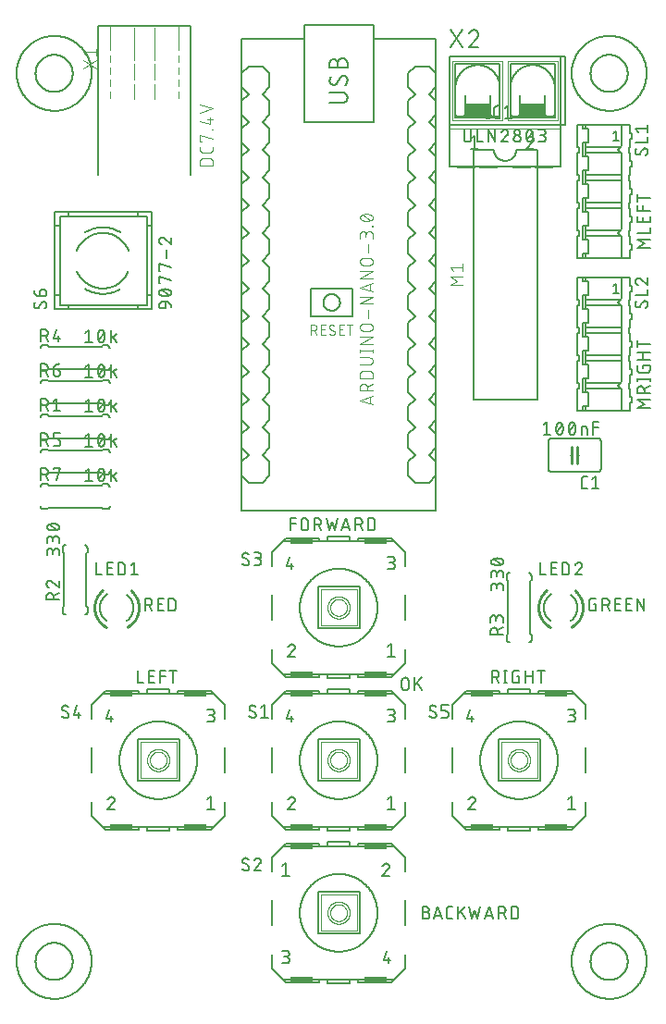
<source format=gbr>
G04 EAGLE Gerber RS-274X export*
G75*
%MOMM*%
%FSLAX34Y34*%
%LPD*%
%INSilkscreen Top*%
%IPPOS*%
%AMOC8*
5,1,8,0,0,1.08239X$1,22.5*%
G01*
%ADD10C,0.152400*%
%ADD11C,0.254000*%
%ADD12C,0.127000*%
%ADD13C,0.076200*%
%ADD14C,0.101600*%
%ADD15C,0.050800*%
%ADD16R,2.159000X0.508000*%
%ADD17C,0.203200*%
%ADD18R,2.286000X1.143000*%
%ADD19C,0.177800*%


D10*
X542290Y492760D02*
X499110Y492760D01*
X499110Y523240D02*
X542290Y523240D01*
X496570Y520700D02*
X496570Y495300D01*
X544830Y495300D02*
X544830Y520700D01*
X499110Y492760D02*
X499010Y492762D01*
X498911Y492768D01*
X498811Y492778D01*
X498713Y492791D01*
X498614Y492809D01*
X498517Y492830D01*
X498421Y492855D01*
X498325Y492884D01*
X498231Y492917D01*
X498138Y492953D01*
X498047Y492993D01*
X497957Y493037D01*
X497869Y493084D01*
X497783Y493134D01*
X497699Y493188D01*
X497617Y493245D01*
X497538Y493305D01*
X497460Y493369D01*
X497386Y493435D01*
X497314Y493504D01*
X497245Y493576D01*
X497179Y493650D01*
X497115Y493728D01*
X497055Y493807D01*
X496998Y493889D01*
X496944Y493973D01*
X496894Y494059D01*
X496847Y494147D01*
X496803Y494237D01*
X496763Y494328D01*
X496727Y494421D01*
X496694Y494515D01*
X496665Y494611D01*
X496640Y494707D01*
X496619Y494804D01*
X496601Y494903D01*
X496588Y495001D01*
X496578Y495101D01*
X496572Y495200D01*
X496570Y495300D01*
X542290Y492760D02*
X542390Y492762D01*
X542489Y492768D01*
X542589Y492778D01*
X542687Y492791D01*
X542786Y492809D01*
X542883Y492830D01*
X542979Y492855D01*
X543075Y492884D01*
X543169Y492917D01*
X543262Y492953D01*
X543353Y492993D01*
X543443Y493037D01*
X543531Y493084D01*
X543617Y493134D01*
X543701Y493188D01*
X543783Y493245D01*
X543862Y493305D01*
X543940Y493369D01*
X544014Y493435D01*
X544086Y493504D01*
X544155Y493576D01*
X544221Y493650D01*
X544285Y493728D01*
X544345Y493807D01*
X544402Y493889D01*
X544456Y493973D01*
X544506Y494059D01*
X544553Y494147D01*
X544597Y494237D01*
X544637Y494328D01*
X544673Y494421D01*
X544706Y494515D01*
X544735Y494611D01*
X544760Y494707D01*
X544781Y494804D01*
X544799Y494903D01*
X544812Y495001D01*
X544822Y495101D01*
X544828Y495200D01*
X544830Y495300D01*
X499110Y523240D02*
X499010Y523238D01*
X498911Y523232D01*
X498811Y523222D01*
X498713Y523209D01*
X498614Y523191D01*
X498517Y523170D01*
X498421Y523145D01*
X498325Y523116D01*
X498231Y523083D01*
X498138Y523047D01*
X498047Y523007D01*
X497957Y522963D01*
X497869Y522916D01*
X497783Y522866D01*
X497699Y522812D01*
X497617Y522755D01*
X497538Y522695D01*
X497460Y522631D01*
X497386Y522565D01*
X497314Y522496D01*
X497245Y522424D01*
X497179Y522350D01*
X497115Y522272D01*
X497055Y522193D01*
X496998Y522111D01*
X496944Y522027D01*
X496894Y521941D01*
X496847Y521853D01*
X496803Y521763D01*
X496763Y521672D01*
X496727Y521579D01*
X496694Y521485D01*
X496665Y521389D01*
X496640Y521293D01*
X496619Y521196D01*
X496601Y521097D01*
X496588Y520999D01*
X496578Y520899D01*
X496572Y520800D01*
X496570Y520700D01*
X542290Y523240D02*
X542390Y523238D01*
X542489Y523232D01*
X542589Y523222D01*
X542687Y523209D01*
X542786Y523191D01*
X542883Y523170D01*
X542979Y523145D01*
X543075Y523116D01*
X543169Y523083D01*
X543262Y523047D01*
X543353Y523007D01*
X543443Y522963D01*
X543531Y522916D01*
X543617Y522866D01*
X543701Y522812D01*
X543783Y522755D01*
X543862Y522695D01*
X543940Y522631D01*
X544014Y522565D01*
X544086Y522496D01*
X544155Y522424D01*
X544221Y522350D01*
X544285Y522272D01*
X544345Y522193D01*
X544402Y522111D01*
X544456Y522027D01*
X544506Y521941D01*
X544553Y521853D01*
X544597Y521763D01*
X544637Y521672D01*
X544673Y521579D01*
X544706Y521485D01*
X544735Y521389D01*
X544760Y521293D01*
X544781Y521196D01*
X544799Y521097D01*
X544812Y520999D01*
X544822Y520899D01*
X544828Y520800D01*
X544830Y520700D01*
X518160Y508000D02*
X516890Y508000D01*
D11*
X518160Y508000D02*
X518160Y500380D01*
X518160Y508000D02*
X518160Y515620D01*
X523240Y508000D02*
X523240Y500380D01*
X523240Y508000D02*
X523240Y515620D01*
D10*
X523240Y508000D02*
X524510Y508000D01*
D12*
X529553Y476885D02*
X532093Y476885D01*
X529553Y476885D02*
X529453Y476887D01*
X529354Y476893D01*
X529254Y476903D01*
X529156Y476916D01*
X529057Y476934D01*
X528960Y476955D01*
X528864Y476980D01*
X528768Y477009D01*
X528674Y477042D01*
X528581Y477078D01*
X528490Y477118D01*
X528400Y477162D01*
X528312Y477209D01*
X528226Y477259D01*
X528142Y477313D01*
X528060Y477370D01*
X527981Y477430D01*
X527903Y477494D01*
X527829Y477560D01*
X527757Y477629D01*
X527688Y477701D01*
X527622Y477775D01*
X527558Y477853D01*
X527498Y477932D01*
X527441Y478014D01*
X527387Y478098D01*
X527337Y478184D01*
X527290Y478272D01*
X527246Y478362D01*
X527206Y478453D01*
X527170Y478546D01*
X527137Y478640D01*
X527108Y478736D01*
X527083Y478832D01*
X527062Y478929D01*
X527044Y479028D01*
X527031Y479126D01*
X527021Y479226D01*
X527015Y479325D01*
X527013Y479425D01*
X527013Y485775D01*
X527015Y485875D01*
X527021Y485974D01*
X527031Y486074D01*
X527044Y486172D01*
X527062Y486271D01*
X527083Y486368D01*
X527108Y486464D01*
X527137Y486560D01*
X527170Y486654D01*
X527206Y486747D01*
X527246Y486838D01*
X527290Y486928D01*
X527337Y487016D01*
X527387Y487102D01*
X527441Y487186D01*
X527498Y487268D01*
X527558Y487347D01*
X527622Y487425D01*
X527688Y487499D01*
X527757Y487571D01*
X527829Y487640D01*
X527903Y487706D01*
X527981Y487770D01*
X528060Y487830D01*
X528142Y487887D01*
X528226Y487941D01*
X528312Y487991D01*
X528400Y488038D01*
X528490Y488082D01*
X528581Y488122D01*
X528674Y488158D01*
X528768Y488191D01*
X528864Y488220D01*
X528960Y488245D01*
X529057Y488266D01*
X529156Y488284D01*
X529254Y488297D01*
X529354Y488307D01*
X529453Y488313D01*
X529553Y488315D01*
X532093Y488315D01*
X536575Y485775D02*
X539750Y488315D01*
X539750Y476885D01*
X536575Y476885D02*
X542925Y476885D01*
X495656Y537845D02*
X492481Y535305D01*
X495656Y537845D02*
X495656Y526415D01*
X492481Y526415D02*
X498831Y526415D01*
X503911Y532130D02*
X503914Y532355D01*
X503922Y532580D01*
X503935Y532804D01*
X503954Y533028D01*
X503978Y533252D01*
X504007Y533475D01*
X504042Y533697D01*
X504082Y533918D01*
X504128Y534138D01*
X504178Y534357D01*
X504234Y534575D01*
X504295Y534792D01*
X504361Y535007D01*
X504432Y535220D01*
X504509Y535431D01*
X504590Y535641D01*
X504676Y535849D01*
X504767Y536054D01*
X504863Y536257D01*
X504863Y536258D02*
X504895Y536346D01*
X504931Y536433D01*
X504970Y536519D01*
X505013Y536603D01*
X505059Y536685D01*
X505108Y536765D01*
X505160Y536843D01*
X505216Y536919D01*
X505274Y536993D01*
X505336Y537064D01*
X505400Y537133D01*
X505467Y537199D01*
X505536Y537262D01*
X505608Y537323D01*
X505682Y537381D01*
X505759Y537435D01*
X505837Y537487D01*
X505918Y537535D01*
X506000Y537580D01*
X506085Y537622D01*
X506171Y537660D01*
X506258Y537695D01*
X506346Y537727D01*
X506436Y537754D01*
X506527Y537779D01*
X506619Y537799D01*
X506711Y537816D01*
X506805Y537829D01*
X506898Y537838D01*
X506992Y537844D01*
X507086Y537846D01*
X507180Y537844D01*
X507274Y537838D01*
X507367Y537829D01*
X507461Y537816D01*
X507553Y537799D01*
X507645Y537779D01*
X507736Y537754D01*
X507826Y537727D01*
X507914Y537695D01*
X508001Y537660D01*
X508087Y537622D01*
X508172Y537580D01*
X508254Y537535D01*
X508335Y537487D01*
X508413Y537435D01*
X508490Y537381D01*
X508564Y537323D01*
X508636Y537262D01*
X508705Y537199D01*
X508772Y537133D01*
X508836Y537064D01*
X508898Y536993D01*
X508956Y536919D01*
X509012Y536843D01*
X509064Y536765D01*
X509113Y536685D01*
X509159Y536603D01*
X509202Y536519D01*
X509241Y536433D01*
X509277Y536346D01*
X509309Y536258D01*
X509308Y536257D02*
X509404Y536054D01*
X509495Y535849D01*
X509581Y535641D01*
X509662Y535431D01*
X509739Y535220D01*
X509810Y535007D01*
X509876Y534792D01*
X509937Y534575D01*
X509993Y534357D01*
X510043Y534138D01*
X510089Y533918D01*
X510129Y533697D01*
X510164Y533475D01*
X510193Y533252D01*
X510217Y533028D01*
X510236Y532804D01*
X510249Y532580D01*
X510257Y532355D01*
X510260Y532130D01*
X503911Y532130D02*
X503914Y531905D01*
X503922Y531680D01*
X503935Y531456D01*
X503954Y531232D01*
X503978Y531008D01*
X504007Y530785D01*
X504042Y530563D01*
X504082Y530342D01*
X504128Y530122D01*
X504178Y529903D01*
X504234Y529685D01*
X504295Y529468D01*
X504361Y529253D01*
X504432Y529040D01*
X504509Y528829D01*
X504590Y528619D01*
X504676Y528411D01*
X504767Y528206D01*
X504863Y528003D01*
X504895Y527915D01*
X504931Y527828D01*
X504970Y527742D01*
X505013Y527658D01*
X505059Y527576D01*
X505108Y527496D01*
X505160Y527418D01*
X505216Y527342D01*
X505274Y527268D01*
X505336Y527197D01*
X505400Y527128D01*
X505467Y527062D01*
X505536Y526999D01*
X505608Y526938D01*
X505682Y526880D01*
X505759Y526826D01*
X505837Y526774D01*
X505918Y526726D01*
X506000Y526681D01*
X506085Y526639D01*
X506171Y526601D01*
X506258Y526566D01*
X506346Y526534D01*
X506436Y526507D01*
X506527Y526482D01*
X506619Y526462D01*
X506711Y526445D01*
X506805Y526432D01*
X506898Y526423D01*
X506992Y526417D01*
X507086Y526415D01*
X509308Y528003D02*
X509404Y528206D01*
X509495Y528411D01*
X509581Y528619D01*
X509662Y528829D01*
X509739Y529040D01*
X509810Y529253D01*
X509876Y529468D01*
X509937Y529685D01*
X509993Y529903D01*
X510043Y530122D01*
X510089Y530342D01*
X510129Y530563D01*
X510164Y530785D01*
X510193Y531008D01*
X510217Y531232D01*
X510236Y531456D01*
X510249Y531680D01*
X510257Y531905D01*
X510260Y532130D01*
X509309Y528003D02*
X509277Y527915D01*
X509241Y527828D01*
X509202Y527742D01*
X509159Y527658D01*
X509113Y527576D01*
X509064Y527496D01*
X509012Y527418D01*
X508956Y527342D01*
X508898Y527268D01*
X508836Y527197D01*
X508772Y527128D01*
X508705Y527062D01*
X508636Y526999D01*
X508564Y526938D01*
X508490Y526880D01*
X508413Y526826D01*
X508335Y526774D01*
X508254Y526726D01*
X508172Y526681D01*
X508087Y526639D01*
X508001Y526601D01*
X507914Y526566D01*
X507826Y526534D01*
X507736Y526507D01*
X507645Y526482D01*
X507553Y526462D01*
X507461Y526445D01*
X507367Y526432D01*
X507274Y526423D01*
X507180Y526417D01*
X507086Y526415D01*
X504546Y528955D02*
X509626Y535305D01*
X515341Y532130D02*
X515344Y532355D01*
X515352Y532580D01*
X515365Y532804D01*
X515384Y533028D01*
X515408Y533252D01*
X515437Y533475D01*
X515472Y533697D01*
X515512Y533918D01*
X515558Y534138D01*
X515608Y534357D01*
X515664Y534575D01*
X515725Y534792D01*
X515791Y535007D01*
X515862Y535220D01*
X515939Y535431D01*
X516020Y535641D01*
X516106Y535849D01*
X516197Y536054D01*
X516293Y536257D01*
X516293Y536258D02*
X516325Y536346D01*
X516361Y536433D01*
X516400Y536519D01*
X516443Y536603D01*
X516489Y536685D01*
X516538Y536765D01*
X516590Y536843D01*
X516646Y536919D01*
X516704Y536993D01*
X516766Y537064D01*
X516830Y537133D01*
X516897Y537199D01*
X516966Y537262D01*
X517038Y537323D01*
X517112Y537381D01*
X517189Y537435D01*
X517267Y537487D01*
X517348Y537535D01*
X517430Y537580D01*
X517515Y537622D01*
X517601Y537660D01*
X517688Y537695D01*
X517776Y537727D01*
X517866Y537754D01*
X517957Y537779D01*
X518049Y537799D01*
X518141Y537816D01*
X518235Y537829D01*
X518328Y537838D01*
X518422Y537844D01*
X518516Y537846D01*
X518610Y537844D01*
X518704Y537838D01*
X518797Y537829D01*
X518891Y537816D01*
X518983Y537799D01*
X519075Y537779D01*
X519166Y537754D01*
X519256Y537727D01*
X519344Y537695D01*
X519431Y537660D01*
X519517Y537622D01*
X519602Y537580D01*
X519684Y537535D01*
X519765Y537487D01*
X519843Y537435D01*
X519920Y537381D01*
X519994Y537323D01*
X520066Y537262D01*
X520135Y537199D01*
X520202Y537133D01*
X520266Y537064D01*
X520328Y536993D01*
X520386Y536919D01*
X520442Y536843D01*
X520494Y536765D01*
X520543Y536685D01*
X520589Y536603D01*
X520632Y536519D01*
X520671Y536433D01*
X520707Y536346D01*
X520739Y536258D01*
X520738Y536257D02*
X520834Y536054D01*
X520925Y535849D01*
X521011Y535641D01*
X521092Y535431D01*
X521169Y535220D01*
X521240Y535007D01*
X521306Y534792D01*
X521367Y534575D01*
X521423Y534357D01*
X521473Y534138D01*
X521519Y533918D01*
X521559Y533697D01*
X521594Y533475D01*
X521623Y533252D01*
X521647Y533028D01*
X521666Y532804D01*
X521679Y532580D01*
X521687Y532355D01*
X521690Y532130D01*
X515341Y532130D02*
X515344Y531905D01*
X515352Y531680D01*
X515365Y531456D01*
X515384Y531232D01*
X515408Y531008D01*
X515437Y530785D01*
X515472Y530563D01*
X515512Y530342D01*
X515558Y530122D01*
X515608Y529903D01*
X515664Y529685D01*
X515725Y529468D01*
X515791Y529253D01*
X515862Y529040D01*
X515939Y528829D01*
X516020Y528619D01*
X516106Y528411D01*
X516197Y528206D01*
X516293Y528003D01*
X516325Y527915D01*
X516361Y527828D01*
X516400Y527742D01*
X516443Y527658D01*
X516489Y527576D01*
X516538Y527496D01*
X516590Y527418D01*
X516646Y527342D01*
X516704Y527268D01*
X516766Y527197D01*
X516830Y527128D01*
X516897Y527062D01*
X516966Y526999D01*
X517038Y526938D01*
X517112Y526880D01*
X517189Y526826D01*
X517267Y526774D01*
X517348Y526726D01*
X517430Y526681D01*
X517515Y526639D01*
X517601Y526601D01*
X517688Y526566D01*
X517776Y526534D01*
X517866Y526507D01*
X517957Y526482D01*
X518049Y526462D01*
X518141Y526445D01*
X518235Y526432D01*
X518328Y526423D01*
X518422Y526417D01*
X518516Y526415D01*
X520738Y528003D02*
X520834Y528206D01*
X520925Y528411D01*
X521011Y528619D01*
X521092Y528829D01*
X521169Y529040D01*
X521240Y529253D01*
X521306Y529468D01*
X521367Y529685D01*
X521423Y529903D01*
X521473Y530122D01*
X521519Y530342D01*
X521559Y530563D01*
X521594Y530785D01*
X521623Y531008D01*
X521647Y531232D01*
X521666Y531456D01*
X521679Y531680D01*
X521687Y531905D01*
X521690Y532130D01*
X520739Y528003D02*
X520707Y527915D01*
X520671Y527828D01*
X520632Y527742D01*
X520589Y527658D01*
X520543Y527576D01*
X520494Y527496D01*
X520442Y527418D01*
X520386Y527342D01*
X520328Y527268D01*
X520266Y527197D01*
X520202Y527128D01*
X520135Y527062D01*
X520066Y526999D01*
X519994Y526938D01*
X519920Y526880D01*
X519843Y526826D01*
X519765Y526774D01*
X519684Y526726D01*
X519602Y526681D01*
X519517Y526639D01*
X519431Y526601D01*
X519344Y526566D01*
X519256Y526534D01*
X519166Y526507D01*
X519075Y526482D01*
X518983Y526462D01*
X518891Y526445D01*
X518797Y526432D01*
X518704Y526423D01*
X518610Y526417D01*
X518516Y526415D01*
X515976Y528955D02*
X521056Y535305D01*
X527025Y534035D02*
X527025Y526415D01*
X527025Y534035D02*
X530200Y534035D01*
X530285Y534033D01*
X530371Y534027D01*
X530456Y534018D01*
X530540Y534004D01*
X530624Y533987D01*
X530707Y533966D01*
X530789Y533942D01*
X530869Y533914D01*
X530949Y533882D01*
X531027Y533846D01*
X531103Y533808D01*
X531177Y533765D01*
X531249Y533720D01*
X531320Y533671D01*
X531388Y533619D01*
X531453Y533565D01*
X531516Y533507D01*
X531577Y533446D01*
X531635Y533383D01*
X531689Y533318D01*
X531741Y533250D01*
X531790Y533179D01*
X531835Y533107D01*
X531878Y533033D01*
X531916Y532957D01*
X531952Y532879D01*
X531984Y532799D01*
X532012Y532719D01*
X532036Y532637D01*
X532057Y532554D01*
X532074Y532470D01*
X532088Y532386D01*
X532097Y532301D01*
X532103Y532215D01*
X532105Y532130D01*
X532105Y526415D01*
X537845Y526415D02*
X537845Y537845D01*
X542925Y537845D01*
X542925Y532765D02*
X537845Y532765D01*
D10*
X486410Y558800D02*
X486410Y787400D01*
X427990Y787400D02*
X427990Y558800D01*
X486410Y558800D01*
X486410Y787400D02*
X467360Y787400D01*
X447040Y787400D02*
X427990Y787400D01*
X447040Y787400D02*
X447043Y787153D01*
X447052Y786905D01*
X447067Y786658D01*
X447088Y786412D01*
X447115Y786166D01*
X447148Y785921D01*
X447187Y785676D01*
X447232Y785433D01*
X447283Y785191D01*
X447340Y784950D01*
X447402Y784711D01*
X447471Y784473D01*
X447545Y784237D01*
X447625Y784003D01*
X447710Y783771D01*
X447802Y783541D01*
X447898Y783313D01*
X448001Y783088D01*
X448108Y782865D01*
X448222Y782645D01*
X448340Y782428D01*
X448464Y782213D01*
X448593Y782002D01*
X448727Y781794D01*
X448866Y781589D01*
X449010Y781388D01*
X449158Y781190D01*
X449312Y780996D01*
X449470Y780806D01*
X449633Y780620D01*
X449800Y780438D01*
X449972Y780260D01*
X450148Y780086D01*
X450328Y779916D01*
X450513Y779751D01*
X450701Y779591D01*
X450893Y779435D01*
X451089Y779283D01*
X451288Y779137D01*
X451491Y778995D01*
X451698Y778859D01*
X451907Y778727D01*
X452120Y778601D01*
X452336Y778480D01*
X452554Y778364D01*
X452776Y778254D01*
X453000Y778149D01*
X453226Y778049D01*
X453455Y777955D01*
X453686Y777867D01*
X453920Y777784D01*
X454155Y777707D01*
X454392Y777636D01*
X454630Y777570D01*
X454870Y777511D01*
X455112Y777457D01*
X455355Y777409D01*
X455598Y777367D01*
X455843Y777331D01*
X456089Y777301D01*
X456335Y777277D01*
X456582Y777259D01*
X456829Y777247D01*
X457076Y777241D01*
X457324Y777241D01*
X457571Y777247D01*
X457818Y777259D01*
X458065Y777277D01*
X458311Y777301D01*
X458557Y777331D01*
X458802Y777367D01*
X459045Y777409D01*
X459288Y777457D01*
X459530Y777511D01*
X459770Y777570D01*
X460008Y777636D01*
X460245Y777707D01*
X460480Y777784D01*
X460714Y777867D01*
X460945Y777955D01*
X461174Y778049D01*
X461400Y778149D01*
X461624Y778254D01*
X461846Y778364D01*
X462064Y778480D01*
X462280Y778601D01*
X462493Y778727D01*
X462702Y778859D01*
X462909Y778995D01*
X463112Y779137D01*
X463311Y779283D01*
X463507Y779435D01*
X463699Y779591D01*
X463887Y779751D01*
X464072Y779916D01*
X464252Y780086D01*
X464428Y780260D01*
X464600Y780438D01*
X464767Y780620D01*
X464930Y780806D01*
X465088Y780996D01*
X465242Y781190D01*
X465390Y781388D01*
X465534Y781589D01*
X465673Y781794D01*
X465807Y782002D01*
X465936Y782213D01*
X466060Y782428D01*
X466178Y782645D01*
X466292Y782865D01*
X466399Y783088D01*
X466502Y783313D01*
X466598Y783541D01*
X466690Y783771D01*
X466775Y784003D01*
X466855Y784237D01*
X466929Y784473D01*
X466998Y784711D01*
X467060Y784950D01*
X467117Y785191D01*
X467168Y785433D01*
X467213Y785676D01*
X467252Y785921D01*
X467285Y786166D01*
X467312Y786412D01*
X467333Y786658D01*
X467348Y786905D01*
X467357Y787153D01*
X467360Y787400D01*
D12*
X441325Y815975D02*
X441325Y827405D01*
X440055Y815975D02*
X442595Y815975D01*
X442595Y827405D02*
X440055Y827405D01*
X449797Y815975D02*
X452337Y815975D01*
X449797Y815975D02*
X449697Y815977D01*
X449598Y815983D01*
X449498Y815993D01*
X449400Y816006D01*
X449301Y816024D01*
X449204Y816045D01*
X449108Y816070D01*
X449012Y816099D01*
X448918Y816132D01*
X448825Y816168D01*
X448734Y816208D01*
X448644Y816252D01*
X448556Y816299D01*
X448470Y816349D01*
X448386Y816403D01*
X448304Y816460D01*
X448225Y816520D01*
X448147Y816584D01*
X448073Y816650D01*
X448001Y816719D01*
X447932Y816791D01*
X447866Y816865D01*
X447802Y816943D01*
X447742Y817022D01*
X447685Y817104D01*
X447631Y817188D01*
X447581Y817274D01*
X447534Y817362D01*
X447490Y817452D01*
X447450Y817543D01*
X447414Y817636D01*
X447381Y817730D01*
X447352Y817826D01*
X447327Y817922D01*
X447306Y818019D01*
X447288Y818118D01*
X447275Y818216D01*
X447265Y818316D01*
X447259Y818415D01*
X447257Y818515D01*
X447257Y824865D01*
X447259Y824965D01*
X447265Y825064D01*
X447275Y825164D01*
X447288Y825262D01*
X447306Y825361D01*
X447327Y825458D01*
X447352Y825554D01*
X447381Y825650D01*
X447414Y825744D01*
X447450Y825837D01*
X447490Y825928D01*
X447534Y826018D01*
X447581Y826106D01*
X447631Y826192D01*
X447685Y826276D01*
X447742Y826358D01*
X447802Y826437D01*
X447866Y826515D01*
X447932Y826589D01*
X448001Y826661D01*
X448073Y826730D01*
X448147Y826796D01*
X448225Y826860D01*
X448304Y826920D01*
X448386Y826977D01*
X448470Y827031D01*
X448556Y827081D01*
X448644Y827128D01*
X448734Y827172D01*
X448825Y827212D01*
X448918Y827248D01*
X449012Y827281D01*
X449108Y827310D01*
X449204Y827335D01*
X449301Y827356D01*
X449400Y827374D01*
X449498Y827387D01*
X449598Y827397D01*
X449697Y827403D01*
X449797Y827405D01*
X452337Y827405D01*
X456819Y824865D02*
X459994Y827405D01*
X459994Y815975D01*
X456819Y815975D02*
X463169Y815975D01*
X419735Y805815D02*
X419735Y797560D01*
X419737Y797449D01*
X419743Y797339D01*
X419752Y797228D01*
X419766Y797118D01*
X419783Y797009D01*
X419804Y796900D01*
X419829Y796792D01*
X419858Y796685D01*
X419890Y796579D01*
X419926Y796474D01*
X419966Y796371D01*
X420009Y796269D01*
X420056Y796168D01*
X420107Y796069D01*
X420160Y795973D01*
X420217Y795878D01*
X420278Y795785D01*
X420341Y795694D01*
X420408Y795605D01*
X420478Y795519D01*
X420551Y795436D01*
X420626Y795354D01*
X420704Y795276D01*
X420786Y795201D01*
X420869Y795128D01*
X420955Y795058D01*
X421044Y794991D01*
X421135Y794928D01*
X421228Y794867D01*
X421323Y794810D01*
X421419Y794757D01*
X421518Y794706D01*
X421619Y794659D01*
X421721Y794616D01*
X421824Y794576D01*
X421929Y794540D01*
X422035Y794508D01*
X422142Y794479D01*
X422250Y794454D01*
X422359Y794433D01*
X422468Y794416D01*
X422578Y794402D01*
X422689Y794393D01*
X422799Y794387D01*
X422910Y794385D01*
X423021Y794387D01*
X423131Y794393D01*
X423242Y794402D01*
X423352Y794416D01*
X423461Y794433D01*
X423570Y794454D01*
X423678Y794479D01*
X423785Y794508D01*
X423891Y794540D01*
X423996Y794576D01*
X424099Y794616D01*
X424201Y794659D01*
X424302Y794706D01*
X424401Y794757D01*
X424497Y794810D01*
X424592Y794867D01*
X424685Y794928D01*
X424776Y794991D01*
X424865Y795058D01*
X424951Y795128D01*
X425034Y795201D01*
X425116Y795276D01*
X425194Y795354D01*
X425269Y795436D01*
X425342Y795519D01*
X425412Y795605D01*
X425479Y795694D01*
X425542Y795785D01*
X425603Y795878D01*
X425660Y795973D01*
X425713Y796069D01*
X425764Y796168D01*
X425811Y796269D01*
X425854Y796371D01*
X425894Y796474D01*
X425930Y796579D01*
X425962Y796685D01*
X425991Y796792D01*
X426016Y796900D01*
X426037Y797009D01*
X426054Y797118D01*
X426068Y797228D01*
X426077Y797339D01*
X426083Y797449D01*
X426085Y797560D01*
X426085Y805815D01*
X431952Y805815D02*
X431952Y794385D01*
X437032Y794385D01*
X441833Y794385D02*
X441833Y805815D01*
X448183Y794385D01*
X448183Y805815D01*
X457136Y805816D02*
X457240Y805814D01*
X457345Y805808D01*
X457449Y805799D01*
X457552Y805786D01*
X457655Y805768D01*
X457757Y805748D01*
X457859Y805723D01*
X457959Y805695D01*
X458059Y805663D01*
X458157Y805627D01*
X458254Y805588D01*
X458349Y805546D01*
X458443Y805500D01*
X458535Y805450D01*
X458625Y805398D01*
X458713Y805342D01*
X458799Y805282D01*
X458883Y805220D01*
X458964Y805155D01*
X459043Y805087D01*
X459120Y805015D01*
X459193Y804942D01*
X459265Y804865D01*
X459333Y804786D01*
X459398Y804705D01*
X459460Y804621D01*
X459520Y804535D01*
X459576Y804447D01*
X459628Y804357D01*
X459678Y804265D01*
X459724Y804171D01*
X459766Y804076D01*
X459805Y803979D01*
X459841Y803881D01*
X459873Y803781D01*
X459901Y803681D01*
X459926Y803579D01*
X459946Y803477D01*
X459964Y803374D01*
X459977Y803271D01*
X459986Y803167D01*
X459992Y803062D01*
X459994Y802958D01*
X457136Y805815D02*
X457018Y805813D01*
X456899Y805807D01*
X456781Y805798D01*
X456664Y805785D01*
X456547Y805767D01*
X456430Y805747D01*
X456314Y805722D01*
X456199Y805694D01*
X456086Y805661D01*
X455973Y805626D01*
X455861Y805586D01*
X455751Y805544D01*
X455642Y805497D01*
X455534Y805447D01*
X455429Y805394D01*
X455325Y805337D01*
X455223Y805277D01*
X455123Y805214D01*
X455025Y805147D01*
X454929Y805078D01*
X454836Y805005D01*
X454745Y804929D01*
X454656Y804851D01*
X454570Y804769D01*
X454487Y804685D01*
X454406Y804599D01*
X454329Y804509D01*
X454254Y804418D01*
X454182Y804324D01*
X454113Y804227D01*
X454048Y804129D01*
X453985Y804028D01*
X453926Y803925D01*
X453870Y803821D01*
X453818Y803715D01*
X453769Y803607D01*
X453724Y803498D01*
X453682Y803387D01*
X453644Y803275D01*
X459042Y800736D02*
X459118Y800811D01*
X459193Y800890D01*
X459264Y800971D01*
X459333Y801055D01*
X459398Y801141D01*
X459460Y801229D01*
X459520Y801319D01*
X459576Y801411D01*
X459629Y801506D01*
X459678Y801602D01*
X459724Y801700D01*
X459767Y801799D01*
X459806Y801900D01*
X459841Y802002D01*
X459873Y802105D01*
X459901Y802209D01*
X459926Y802314D01*
X459947Y802421D01*
X459964Y802527D01*
X459977Y802634D01*
X459986Y802742D01*
X459992Y802850D01*
X459994Y802958D01*
X459041Y800735D02*
X453644Y794385D01*
X459994Y794385D01*
X465074Y797560D02*
X465076Y797671D01*
X465082Y797781D01*
X465091Y797892D01*
X465105Y798002D01*
X465122Y798111D01*
X465143Y798220D01*
X465168Y798328D01*
X465197Y798435D01*
X465229Y798541D01*
X465265Y798646D01*
X465305Y798749D01*
X465348Y798851D01*
X465395Y798952D01*
X465446Y799051D01*
X465499Y799148D01*
X465556Y799242D01*
X465617Y799335D01*
X465680Y799426D01*
X465747Y799515D01*
X465817Y799601D01*
X465890Y799684D01*
X465965Y799766D01*
X466043Y799844D01*
X466125Y799919D01*
X466208Y799992D01*
X466294Y800062D01*
X466383Y800129D01*
X466474Y800192D01*
X466567Y800253D01*
X466662Y800310D01*
X466758Y800363D01*
X466857Y800414D01*
X466958Y800461D01*
X467060Y800504D01*
X467163Y800544D01*
X467268Y800580D01*
X467374Y800612D01*
X467481Y800641D01*
X467589Y800666D01*
X467698Y800687D01*
X467807Y800704D01*
X467917Y800718D01*
X468028Y800727D01*
X468138Y800733D01*
X468249Y800735D01*
X468360Y800733D01*
X468470Y800727D01*
X468581Y800718D01*
X468691Y800704D01*
X468800Y800687D01*
X468909Y800666D01*
X469017Y800641D01*
X469124Y800612D01*
X469230Y800580D01*
X469335Y800544D01*
X469438Y800504D01*
X469540Y800461D01*
X469641Y800414D01*
X469740Y800363D01*
X469837Y800310D01*
X469931Y800253D01*
X470024Y800192D01*
X470115Y800129D01*
X470204Y800062D01*
X470290Y799992D01*
X470373Y799919D01*
X470455Y799844D01*
X470533Y799766D01*
X470608Y799684D01*
X470681Y799601D01*
X470751Y799515D01*
X470818Y799426D01*
X470881Y799335D01*
X470942Y799242D01*
X470999Y799148D01*
X471052Y799051D01*
X471103Y798952D01*
X471150Y798851D01*
X471193Y798749D01*
X471233Y798646D01*
X471269Y798541D01*
X471301Y798435D01*
X471330Y798328D01*
X471355Y798220D01*
X471376Y798111D01*
X471393Y798002D01*
X471407Y797892D01*
X471416Y797781D01*
X471422Y797671D01*
X471424Y797560D01*
X471422Y797449D01*
X471416Y797339D01*
X471407Y797228D01*
X471393Y797118D01*
X471376Y797009D01*
X471355Y796900D01*
X471330Y796792D01*
X471301Y796685D01*
X471269Y796579D01*
X471233Y796474D01*
X471193Y796371D01*
X471150Y796269D01*
X471103Y796168D01*
X471052Y796069D01*
X470999Y795973D01*
X470942Y795878D01*
X470881Y795785D01*
X470818Y795694D01*
X470751Y795605D01*
X470681Y795519D01*
X470608Y795436D01*
X470533Y795354D01*
X470455Y795276D01*
X470373Y795201D01*
X470290Y795128D01*
X470204Y795058D01*
X470115Y794991D01*
X470024Y794928D01*
X469931Y794867D01*
X469836Y794810D01*
X469740Y794757D01*
X469641Y794706D01*
X469540Y794659D01*
X469438Y794616D01*
X469335Y794576D01*
X469230Y794540D01*
X469124Y794508D01*
X469017Y794479D01*
X468909Y794454D01*
X468800Y794433D01*
X468691Y794416D01*
X468581Y794402D01*
X468470Y794393D01*
X468360Y794387D01*
X468249Y794385D01*
X468138Y794387D01*
X468028Y794393D01*
X467917Y794402D01*
X467807Y794416D01*
X467698Y794433D01*
X467589Y794454D01*
X467481Y794479D01*
X467374Y794508D01*
X467268Y794540D01*
X467163Y794576D01*
X467060Y794616D01*
X466958Y794659D01*
X466857Y794706D01*
X466758Y794757D01*
X466662Y794810D01*
X466567Y794867D01*
X466474Y794928D01*
X466383Y794991D01*
X466294Y795058D01*
X466208Y795128D01*
X466125Y795201D01*
X466043Y795276D01*
X465965Y795354D01*
X465890Y795436D01*
X465817Y795519D01*
X465747Y795605D01*
X465680Y795694D01*
X465617Y795785D01*
X465556Y795878D01*
X465499Y795973D01*
X465446Y796069D01*
X465395Y796168D01*
X465348Y796269D01*
X465305Y796371D01*
X465265Y796474D01*
X465229Y796579D01*
X465197Y796685D01*
X465168Y796792D01*
X465143Y796900D01*
X465122Y797009D01*
X465105Y797118D01*
X465091Y797228D01*
X465082Y797339D01*
X465076Y797449D01*
X465074Y797560D01*
X465709Y803275D02*
X465711Y803375D01*
X465717Y803474D01*
X465727Y803574D01*
X465740Y803672D01*
X465758Y803771D01*
X465779Y803868D01*
X465804Y803964D01*
X465833Y804060D01*
X465866Y804154D01*
X465902Y804247D01*
X465942Y804338D01*
X465986Y804428D01*
X466033Y804516D01*
X466083Y804602D01*
X466137Y804686D01*
X466194Y804768D01*
X466254Y804847D01*
X466318Y804925D01*
X466384Y804999D01*
X466453Y805071D01*
X466525Y805140D01*
X466599Y805206D01*
X466677Y805270D01*
X466756Y805330D01*
X466838Y805387D01*
X466922Y805441D01*
X467008Y805491D01*
X467096Y805538D01*
X467186Y805582D01*
X467277Y805622D01*
X467370Y805658D01*
X467464Y805691D01*
X467560Y805720D01*
X467656Y805745D01*
X467753Y805766D01*
X467852Y805784D01*
X467950Y805797D01*
X468050Y805807D01*
X468149Y805813D01*
X468249Y805815D01*
X468349Y805813D01*
X468448Y805807D01*
X468548Y805797D01*
X468646Y805784D01*
X468745Y805766D01*
X468842Y805745D01*
X468938Y805720D01*
X469034Y805691D01*
X469128Y805658D01*
X469221Y805622D01*
X469312Y805582D01*
X469402Y805538D01*
X469490Y805491D01*
X469576Y805441D01*
X469660Y805387D01*
X469742Y805330D01*
X469821Y805270D01*
X469899Y805206D01*
X469973Y805140D01*
X470045Y805071D01*
X470114Y804999D01*
X470180Y804925D01*
X470244Y804847D01*
X470304Y804768D01*
X470361Y804686D01*
X470415Y804602D01*
X470465Y804516D01*
X470512Y804428D01*
X470556Y804338D01*
X470596Y804247D01*
X470632Y804154D01*
X470665Y804060D01*
X470694Y803964D01*
X470719Y803868D01*
X470740Y803771D01*
X470758Y803672D01*
X470771Y803574D01*
X470781Y803474D01*
X470787Y803375D01*
X470789Y803275D01*
X470787Y803175D01*
X470781Y803076D01*
X470771Y802976D01*
X470758Y802878D01*
X470740Y802779D01*
X470719Y802682D01*
X470694Y802586D01*
X470665Y802490D01*
X470632Y802396D01*
X470596Y802303D01*
X470556Y802212D01*
X470512Y802122D01*
X470465Y802034D01*
X470415Y801948D01*
X470361Y801864D01*
X470304Y801782D01*
X470244Y801703D01*
X470180Y801625D01*
X470114Y801551D01*
X470045Y801479D01*
X469973Y801410D01*
X469899Y801344D01*
X469821Y801280D01*
X469742Y801220D01*
X469660Y801163D01*
X469576Y801109D01*
X469490Y801059D01*
X469402Y801012D01*
X469312Y800968D01*
X469221Y800928D01*
X469128Y800892D01*
X469034Y800859D01*
X468938Y800830D01*
X468842Y800805D01*
X468745Y800784D01*
X468646Y800766D01*
X468548Y800753D01*
X468448Y800743D01*
X468349Y800737D01*
X468249Y800735D01*
X468149Y800737D01*
X468050Y800743D01*
X467950Y800753D01*
X467852Y800766D01*
X467753Y800784D01*
X467656Y800805D01*
X467560Y800830D01*
X467464Y800859D01*
X467370Y800892D01*
X467277Y800928D01*
X467186Y800968D01*
X467096Y801012D01*
X467008Y801059D01*
X466922Y801109D01*
X466838Y801163D01*
X466756Y801220D01*
X466677Y801280D01*
X466599Y801344D01*
X466525Y801410D01*
X466453Y801479D01*
X466384Y801551D01*
X466318Y801625D01*
X466254Y801703D01*
X466194Y801782D01*
X466137Y801864D01*
X466083Y801948D01*
X466033Y802034D01*
X465986Y802122D01*
X465942Y802212D01*
X465902Y802303D01*
X465866Y802396D01*
X465833Y802490D01*
X465804Y802586D01*
X465779Y802682D01*
X465758Y802779D01*
X465740Y802878D01*
X465727Y802976D01*
X465717Y803076D01*
X465711Y803175D01*
X465709Y803275D01*
X476504Y800100D02*
X476507Y800325D01*
X476515Y800550D01*
X476528Y800774D01*
X476547Y800998D01*
X476571Y801222D01*
X476600Y801445D01*
X476635Y801667D01*
X476675Y801888D01*
X476721Y802108D01*
X476771Y802327D01*
X476827Y802545D01*
X476888Y802762D01*
X476954Y802977D01*
X477025Y803190D01*
X477102Y803401D01*
X477183Y803611D01*
X477269Y803819D01*
X477360Y804024D01*
X477456Y804227D01*
X477456Y804228D02*
X477488Y804316D01*
X477524Y804403D01*
X477563Y804489D01*
X477606Y804573D01*
X477652Y804655D01*
X477701Y804735D01*
X477753Y804813D01*
X477809Y804889D01*
X477867Y804963D01*
X477929Y805034D01*
X477993Y805103D01*
X478060Y805169D01*
X478129Y805232D01*
X478201Y805293D01*
X478275Y805351D01*
X478352Y805405D01*
X478430Y805457D01*
X478511Y805505D01*
X478593Y805550D01*
X478678Y805592D01*
X478764Y805630D01*
X478851Y805665D01*
X478939Y805697D01*
X479029Y805724D01*
X479120Y805749D01*
X479212Y805769D01*
X479304Y805786D01*
X479398Y805799D01*
X479491Y805808D01*
X479585Y805814D01*
X479679Y805816D01*
X479773Y805814D01*
X479867Y805808D01*
X479960Y805799D01*
X480054Y805786D01*
X480146Y805769D01*
X480238Y805749D01*
X480329Y805724D01*
X480419Y805697D01*
X480507Y805665D01*
X480594Y805630D01*
X480680Y805592D01*
X480765Y805550D01*
X480847Y805505D01*
X480928Y805457D01*
X481006Y805405D01*
X481083Y805351D01*
X481157Y805293D01*
X481229Y805232D01*
X481298Y805169D01*
X481365Y805103D01*
X481429Y805034D01*
X481491Y804963D01*
X481549Y804889D01*
X481605Y804813D01*
X481657Y804735D01*
X481706Y804655D01*
X481752Y804573D01*
X481795Y804489D01*
X481834Y804403D01*
X481870Y804316D01*
X481902Y804228D01*
X481902Y804227D02*
X481998Y804024D01*
X482089Y803819D01*
X482175Y803611D01*
X482256Y803401D01*
X482333Y803190D01*
X482404Y802977D01*
X482470Y802762D01*
X482531Y802545D01*
X482587Y802327D01*
X482637Y802108D01*
X482683Y801888D01*
X482723Y801667D01*
X482758Y801445D01*
X482787Y801222D01*
X482811Y800998D01*
X482830Y800774D01*
X482843Y800550D01*
X482851Y800325D01*
X482854Y800100D01*
X476504Y800100D02*
X476507Y799875D01*
X476515Y799650D01*
X476528Y799426D01*
X476547Y799202D01*
X476571Y798978D01*
X476600Y798755D01*
X476635Y798533D01*
X476675Y798312D01*
X476721Y798092D01*
X476771Y797873D01*
X476827Y797655D01*
X476888Y797438D01*
X476954Y797223D01*
X477025Y797010D01*
X477102Y796799D01*
X477183Y796589D01*
X477269Y796381D01*
X477360Y796176D01*
X477456Y795973D01*
X477488Y795885D01*
X477524Y795798D01*
X477563Y795712D01*
X477606Y795628D01*
X477652Y795546D01*
X477701Y795466D01*
X477753Y795388D01*
X477809Y795312D01*
X477867Y795238D01*
X477929Y795167D01*
X477993Y795098D01*
X478060Y795032D01*
X478129Y794969D01*
X478201Y794908D01*
X478275Y794850D01*
X478352Y794796D01*
X478430Y794744D01*
X478511Y794696D01*
X478593Y794651D01*
X478678Y794609D01*
X478764Y794571D01*
X478851Y794536D01*
X478939Y794504D01*
X479029Y794477D01*
X479120Y794452D01*
X479212Y794432D01*
X479304Y794415D01*
X479398Y794402D01*
X479491Y794393D01*
X479585Y794387D01*
X479679Y794385D01*
X481902Y795973D02*
X481998Y796176D01*
X482089Y796381D01*
X482175Y796589D01*
X482256Y796799D01*
X482333Y797010D01*
X482404Y797223D01*
X482470Y797438D01*
X482531Y797655D01*
X482587Y797873D01*
X482637Y798092D01*
X482683Y798312D01*
X482723Y798533D01*
X482758Y798755D01*
X482787Y798978D01*
X482811Y799202D01*
X482830Y799426D01*
X482843Y799650D01*
X482851Y799875D01*
X482854Y800100D01*
X481902Y795973D02*
X481870Y795885D01*
X481834Y795798D01*
X481795Y795712D01*
X481752Y795628D01*
X481706Y795546D01*
X481657Y795466D01*
X481605Y795388D01*
X481549Y795312D01*
X481491Y795238D01*
X481429Y795167D01*
X481365Y795098D01*
X481298Y795032D01*
X481229Y794969D01*
X481157Y794908D01*
X481083Y794850D01*
X481006Y794796D01*
X480928Y794744D01*
X480847Y794696D01*
X480765Y794651D01*
X480680Y794609D01*
X480594Y794571D01*
X480507Y794536D01*
X480419Y794504D01*
X480329Y794477D01*
X480238Y794452D01*
X480146Y794432D01*
X480054Y794415D01*
X479960Y794402D01*
X479867Y794393D01*
X479773Y794387D01*
X479679Y794385D01*
X477139Y796925D02*
X482219Y803275D01*
X487934Y794385D02*
X491109Y794385D01*
X491220Y794387D01*
X491330Y794393D01*
X491441Y794402D01*
X491551Y794416D01*
X491660Y794433D01*
X491769Y794454D01*
X491877Y794479D01*
X491984Y794508D01*
X492090Y794540D01*
X492195Y794576D01*
X492298Y794616D01*
X492400Y794659D01*
X492501Y794706D01*
X492600Y794757D01*
X492697Y794810D01*
X492791Y794867D01*
X492884Y794928D01*
X492975Y794991D01*
X493064Y795058D01*
X493150Y795128D01*
X493233Y795201D01*
X493315Y795276D01*
X493393Y795354D01*
X493468Y795436D01*
X493541Y795519D01*
X493611Y795605D01*
X493678Y795694D01*
X493741Y795785D01*
X493802Y795878D01*
X493859Y795973D01*
X493912Y796069D01*
X493963Y796168D01*
X494010Y796269D01*
X494053Y796371D01*
X494093Y796474D01*
X494129Y796579D01*
X494161Y796685D01*
X494190Y796792D01*
X494215Y796900D01*
X494236Y797009D01*
X494253Y797118D01*
X494267Y797228D01*
X494276Y797339D01*
X494282Y797449D01*
X494284Y797560D01*
X494282Y797671D01*
X494276Y797781D01*
X494267Y797892D01*
X494253Y798002D01*
X494236Y798111D01*
X494215Y798220D01*
X494190Y798328D01*
X494161Y798435D01*
X494129Y798541D01*
X494093Y798646D01*
X494053Y798749D01*
X494010Y798851D01*
X493963Y798952D01*
X493912Y799051D01*
X493859Y799147D01*
X493802Y799242D01*
X493741Y799335D01*
X493678Y799426D01*
X493611Y799515D01*
X493541Y799601D01*
X493468Y799684D01*
X493393Y799766D01*
X493315Y799844D01*
X493233Y799919D01*
X493150Y799992D01*
X493064Y800062D01*
X492975Y800129D01*
X492884Y800192D01*
X492791Y800253D01*
X492697Y800310D01*
X492600Y800363D01*
X492501Y800414D01*
X492400Y800461D01*
X492298Y800504D01*
X492195Y800544D01*
X492090Y800580D01*
X491984Y800612D01*
X491877Y800641D01*
X491769Y800666D01*
X491660Y800687D01*
X491551Y800704D01*
X491441Y800718D01*
X491330Y800727D01*
X491220Y800733D01*
X491109Y800735D01*
X491744Y805815D02*
X487934Y805815D01*
X491744Y805815D02*
X491844Y805813D01*
X491943Y805807D01*
X492043Y805797D01*
X492141Y805784D01*
X492240Y805766D01*
X492337Y805745D01*
X492433Y805720D01*
X492529Y805691D01*
X492623Y805658D01*
X492716Y805622D01*
X492807Y805582D01*
X492897Y805538D01*
X492985Y805491D01*
X493071Y805441D01*
X493155Y805387D01*
X493237Y805330D01*
X493316Y805270D01*
X493394Y805206D01*
X493468Y805140D01*
X493540Y805071D01*
X493609Y804999D01*
X493675Y804925D01*
X493739Y804847D01*
X493799Y804768D01*
X493856Y804686D01*
X493910Y804602D01*
X493960Y804516D01*
X494007Y804428D01*
X494051Y804338D01*
X494091Y804247D01*
X494127Y804154D01*
X494160Y804060D01*
X494189Y803964D01*
X494214Y803868D01*
X494235Y803771D01*
X494253Y803672D01*
X494266Y803574D01*
X494276Y803474D01*
X494282Y803375D01*
X494284Y803275D01*
X494282Y803175D01*
X494276Y803076D01*
X494266Y802976D01*
X494253Y802878D01*
X494235Y802779D01*
X494214Y802682D01*
X494189Y802586D01*
X494160Y802490D01*
X494127Y802396D01*
X494091Y802303D01*
X494051Y802212D01*
X494007Y802122D01*
X493960Y802034D01*
X493910Y801948D01*
X493856Y801864D01*
X493799Y801782D01*
X493739Y801703D01*
X493675Y801625D01*
X493609Y801551D01*
X493540Y801479D01*
X493468Y801410D01*
X493394Y801344D01*
X493316Y801280D01*
X493237Y801220D01*
X493155Y801163D01*
X493071Y801109D01*
X492985Y801059D01*
X492897Y801012D01*
X492807Y800968D01*
X492716Y800928D01*
X492623Y800892D01*
X492529Y800859D01*
X492433Y800830D01*
X492337Y800805D01*
X492240Y800784D01*
X492141Y800766D01*
X492043Y800753D01*
X491943Y800743D01*
X491844Y800737D01*
X491744Y800735D01*
X489204Y800735D01*
D10*
X92742Y380701D02*
X92442Y380482D01*
X92148Y380255D01*
X91860Y380021D01*
X91577Y379780D01*
X91300Y379533D01*
X91029Y379278D01*
X90765Y379017D01*
X90507Y378750D01*
X90256Y378477D01*
X90011Y378197D01*
X89773Y377912D01*
X89543Y377621D01*
X89319Y377324D01*
X89103Y377022D01*
X88894Y376715D01*
X88693Y376403D01*
X88499Y376086D01*
X88313Y375764D01*
X88135Y375438D01*
X87965Y375108D01*
X87803Y374774D01*
X87650Y374436D01*
X87504Y374094D01*
X87367Y373749D01*
X87239Y373400D01*
X87119Y373049D01*
X87007Y372694D01*
X86905Y372337D01*
X86810Y371978D01*
X86725Y371617D01*
X86649Y371253D01*
X86581Y370888D01*
X86523Y370521D01*
X86473Y370153D01*
X86432Y369784D01*
X86401Y369414D01*
X86378Y369043D01*
X86365Y368672D01*
X86360Y368300D01*
X86365Y367928D01*
X86378Y367557D01*
X86401Y367185D01*
X86433Y366815D01*
X86473Y366445D01*
X86523Y366077D01*
X86582Y365709D01*
X86649Y365344D01*
X86726Y364980D01*
X86812Y364618D01*
X86906Y364258D01*
X87009Y363901D01*
X87120Y363546D01*
X87241Y363194D01*
X87370Y362845D01*
X87507Y362500D01*
X87653Y362158D01*
X87807Y361819D01*
X87969Y361484D01*
X88139Y361154D01*
X88318Y360828D01*
X88504Y360506D01*
X88698Y360188D01*
X88900Y359876D01*
X89109Y359569D01*
X89326Y359267D01*
X89550Y358970D01*
X89781Y358678D01*
X90019Y358393D01*
X90265Y358113D01*
X90517Y357840D01*
X90775Y357572D01*
X91040Y357312D01*
X91311Y357057D01*
X91589Y356809D01*
X91872Y356569D01*
X92161Y356335D01*
X92456Y356108D01*
X116840Y368300D02*
X116836Y368665D01*
X116823Y369030D01*
X116801Y369394D01*
X116770Y369757D01*
X116731Y370120D01*
X116683Y370482D01*
X116626Y370842D01*
X116561Y371201D01*
X116488Y371559D01*
X116405Y371914D01*
X116315Y372267D01*
X116215Y372619D01*
X116108Y372967D01*
X115992Y373313D01*
X115868Y373656D01*
X115735Y373996D01*
X115595Y374333D01*
X115447Y374666D01*
X115290Y374996D01*
X115126Y375322D01*
X114954Y375644D01*
X114774Y375961D01*
X114587Y376274D01*
X114393Y376583D01*
X114191Y376887D01*
X113981Y377186D01*
X113765Y377480D01*
X113542Y377768D01*
X113312Y378051D01*
X113075Y378329D01*
X112832Y378601D01*
X112582Y378867D01*
X112326Y379127D01*
X112063Y379380D01*
X111795Y379628D01*
X111521Y379868D01*
X111241Y380103D01*
X110956Y380330D01*
X116840Y368300D02*
X116836Y367935D01*
X116823Y367570D01*
X116801Y367206D01*
X116770Y366843D01*
X116731Y366480D01*
X116683Y366118D01*
X116626Y365758D01*
X116561Y365399D01*
X116488Y365041D01*
X116405Y364686D01*
X116315Y364333D01*
X116215Y363981D01*
X116108Y363633D01*
X115992Y363287D01*
X115868Y362944D01*
X115735Y362604D01*
X115595Y362267D01*
X115447Y361934D01*
X115290Y361604D01*
X115126Y361278D01*
X114954Y360956D01*
X114774Y360639D01*
X114587Y360326D01*
X114393Y360017D01*
X114191Y359713D01*
X113981Y359414D01*
X113765Y359120D01*
X113542Y358832D01*
X113312Y358549D01*
X113075Y358271D01*
X112832Y357999D01*
X112582Y357733D01*
X112326Y357473D01*
X112063Y357220D01*
X111795Y356972D01*
X111521Y356732D01*
X111241Y356497D01*
X110956Y356270D01*
D11*
X81280Y368300D02*
X81286Y368794D01*
X81304Y369288D01*
X81334Y369782D01*
X81376Y370275D01*
X81430Y370766D01*
X81496Y371256D01*
X81574Y371744D01*
X81664Y372231D01*
X81765Y372715D01*
X81879Y373196D01*
X82004Y373674D01*
X82140Y374150D01*
X82288Y374621D01*
X82448Y375089D01*
X82619Y375553D01*
X82801Y376013D01*
X82994Y376468D01*
X83198Y376919D01*
X83413Y377364D01*
X83639Y377804D01*
X83876Y378238D01*
X84123Y378666D01*
X84380Y379088D01*
X84648Y379504D01*
X84926Y379913D01*
X85213Y380315D01*
X85510Y380711D01*
X85817Y381098D01*
X86133Y381479D01*
X86458Y381851D01*
X86793Y382216D01*
X87136Y382572D01*
X87487Y382919D01*
X87847Y383259D01*
X88215Y383589D01*
X88591Y383910D01*
X81280Y368300D02*
X81286Y367812D01*
X81303Y367325D01*
X81333Y366838D01*
X81374Y366351D01*
X81426Y365866D01*
X81491Y365382D01*
X81567Y364900D01*
X81654Y364420D01*
X81753Y363942D01*
X81863Y363467D01*
X81985Y362994D01*
X82118Y362525D01*
X82263Y362058D01*
X82418Y361596D01*
X82585Y361137D01*
X82762Y360682D01*
X82951Y360232D01*
X83150Y359787D01*
X83360Y359346D01*
X83580Y358910D01*
X83811Y358480D01*
X84052Y358056D01*
X84303Y357638D01*
X84564Y357225D01*
X84835Y356819D01*
X85115Y356420D01*
X85405Y356027D01*
X85705Y355642D01*
X86014Y355264D01*
X86331Y354893D01*
X86658Y354531D01*
X86993Y354176D01*
X87336Y353829D01*
X87688Y353491D01*
X88047Y353161D01*
X88415Y352840D01*
X88790Y352527D01*
X89173Y352224D01*
X89562Y351930D01*
X89959Y351646D01*
X90362Y351371D01*
X90772Y351106D01*
X91188Y350851D01*
X91610Y350606D01*
X92038Y350371D01*
X121920Y368300D02*
X121914Y368790D01*
X121896Y369280D01*
X121867Y369769D01*
X121825Y370258D01*
X121772Y370745D01*
X121708Y371231D01*
X121631Y371715D01*
X121543Y372197D01*
X121443Y372677D01*
X121332Y373155D01*
X121209Y373629D01*
X121074Y374101D01*
X120929Y374569D01*
X120772Y375033D01*
X120604Y375494D01*
X120425Y375950D01*
X120235Y376402D01*
X120034Y376849D01*
X119822Y377291D01*
X119600Y377728D01*
X119368Y378160D01*
X119125Y378586D01*
X118871Y379005D01*
X118608Y379419D01*
X118335Y379826D01*
X118052Y380226D01*
X117759Y380620D01*
X117458Y381006D01*
X117146Y381385D01*
X116826Y381756D01*
X116497Y382119D01*
X116160Y382475D01*
X115813Y382822D01*
X115459Y383160D01*
X115096Y383490D01*
X114726Y383812D01*
X121920Y368300D02*
X121914Y367803D01*
X121896Y367306D01*
X121865Y366810D01*
X121823Y366315D01*
X121768Y365821D01*
X121702Y365328D01*
X121623Y364838D01*
X121532Y364349D01*
X121430Y363863D01*
X121315Y363379D01*
X121189Y362899D01*
X121051Y362421D01*
X120902Y361947D01*
X120741Y361477D01*
X120568Y361011D01*
X120384Y360549D01*
X120189Y360092D01*
X119983Y359640D01*
X119766Y359193D01*
X119537Y358752D01*
X119299Y358316D01*
X119049Y357886D01*
X118789Y357463D01*
X118519Y357045D01*
X118239Y356635D01*
X117949Y356232D01*
X117649Y355835D01*
X117339Y355447D01*
X117020Y355066D01*
X116692Y354693D01*
X116355Y354328D01*
X116009Y353971D01*
X115654Y353623D01*
X115291Y353284D01*
X114920Y352953D01*
X114540Y352632D01*
X114153Y352320D01*
X113759Y352018D01*
X113357Y351726D01*
X112948Y351443D01*
X112533Y351171D01*
X112110Y350908D01*
X111682Y350657D01*
D12*
X83185Y398145D02*
X83185Y409575D01*
X83185Y398145D02*
X88265Y398145D01*
X93091Y398145D02*
X98171Y398145D01*
X93091Y398145D02*
X93091Y409575D01*
X98171Y409575D01*
X96901Y404495D02*
X93091Y404495D01*
X102972Y409575D02*
X102972Y398145D01*
X102972Y409575D02*
X106147Y409575D01*
X106258Y409573D01*
X106368Y409567D01*
X106479Y409558D01*
X106589Y409544D01*
X106698Y409527D01*
X106807Y409506D01*
X106915Y409481D01*
X107022Y409452D01*
X107128Y409420D01*
X107233Y409384D01*
X107336Y409344D01*
X107438Y409301D01*
X107539Y409254D01*
X107638Y409203D01*
X107735Y409150D01*
X107829Y409093D01*
X107922Y409032D01*
X108013Y408969D01*
X108102Y408902D01*
X108188Y408832D01*
X108271Y408759D01*
X108353Y408684D01*
X108431Y408606D01*
X108506Y408524D01*
X108579Y408441D01*
X108649Y408355D01*
X108716Y408266D01*
X108779Y408175D01*
X108840Y408082D01*
X108897Y407988D01*
X108950Y407891D01*
X109001Y407792D01*
X109048Y407691D01*
X109091Y407589D01*
X109131Y407486D01*
X109167Y407381D01*
X109199Y407275D01*
X109228Y407168D01*
X109253Y407060D01*
X109274Y406951D01*
X109291Y406842D01*
X109305Y406732D01*
X109314Y406621D01*
X109320Y406511D01*
X109322Y406400D01*
X109322Y401320D01*
X109320Y401209D01*
X109314Y401099D01*
X109305Y400988D01*
X109291Y400878D01*
X109274Y400769D01*
X109253Y400660D01*
X109228Y400552D01*
X109199Y400445D01*
X109167Y400339D01*
X109131Y400234D01*
X109091Y400131D01*
X109048Y400029D01*
X109001Y399928D01*
X108950Y399829D01*
X108897Y399732D01*
X108840Y399638D01*
X108779Y399545D01*
X108716Y399454D01*
X108649Y399365D01*
X108579Y399279D01*
X108506Y399196D01*
X108431Y399114D01*
X108353Y399036D01*
X108271Y398961D01*
X108188Y398888D01*
X108102Y398818D01*
X108013Y398751D01*
X107922Y398688D01*
X107829Y398627D01*
X107734Y398570D01*
X107638Y398517D01*
X107539Y398466D01*
X107438Y398419D01*
X107336Y398376D01*
X107233Y398336D01*
X107128Y398300D01*
X107022Y398268D01*
X106915Y398239D01*
X106807Y398214D01*
X106698Y398193D01*
X106589Y398176D01*
X106479Y398162D01*
X106368Y398153D01*
X106258Y398147D01*
X106147Y398145D01*
X102972Y398145D01*
X114783Y407035D02*
X117958Y409575D01*
X117958Y398145D01*
X114783Y398145D02*
X121133Y398145D01*
X127635Y376555D02*
X127635Y365125D01*
X127635Y376555D02*
X130810Y376555D01*
X130921Y376553D01*
X131031Y376547D01*
X131142Y376538D01*
X131252Y376524D01*
X131361Y376507D01*
X131470Y376486D01*
X131578Y376461D01*
X131685Y376432D01*
X131791Y376400D01*
X131896Y376364D01*
X131999Y376324D01*
X132101Y376281D01*
X132202Y376234D01*
X132301Y376183D01*
X132398Y376130D01*
X132492Y376073D01*
X132585Y376012D01*
X132676Y375949D01*
X132765Y375882D01*
X132851Y375812D01*
X132934Y375739D01*
X133016Y375664D01*
X133094Y375586D01*
X133169Y375504D01*
X133242Y375421D01*
X133312Y375335D01*
X133379Y375246D01*
X133442Y375155D01*
X133503Y375062D01*
X133560Y374967D01*
X133613Y374871D01*
X133664Y374772D01*
X133711Y374671D01*
X133754Y374569D01*
X133794Y374466D01*
X133830Y374361D01*
X133862Y374255D01*
X133891Y374148D01*
X133916Y374040D01*
X133937Y373931D01*
X133954Y373822D01*
X133968Y373712D01*
X133977Y373601D01*
X133983Y373491D01*
X133985Y373380D01*
X133983Y373269D01*
X133977Y373159D01*
X133968Y373048D01*
X133954Y372938D01*
X133937Y372829D01*
X133916Y372720D01*
X133891Y372612D01*
X133862Y372505D01*
X133830Y372399D01*
X133794Y372294D01*
X133754Y372191D01*
X133711Y372089D01*
X133664Y371988D01*
X133613Y371889D01*
X133560Y371792D01*
X133503Y371698D01*
X133442Y371605D01*
X133379Y371514D01*
X133312Y371425D01*
X133242Y371339D01*
X133169Y371256D01*
X133094Y371174D01*
X133016Y371096D01*
X132934Y371021D01*
X132851Y370948D01*
X132765Y370878D01*
X132676Y370811D01*
X132585Y370748D01*
X132492Y370687D01*
X132397Y370630D01*
X132301Y370577D01*
X132202Y370526D01*
X132101Y370479D01*
X131999Y370436D01*
X131896Y370396D01*
X131791Y370360D01*
X131685Y370328D01*
X131578Y370299D01*
X131470Y370274D01*
X131361Y370253D01*
X131252Y370236D01*
X131142Y370222D01*
X131031Y370213D01*
X130921Y370207D01*
X130810Y370205D01*
X127635Y370205D01*
X131445Y370205D02*
X133985Y365125D01*
X139389Y365125D02*
X144469Y365125D01*
X139389Y365125D02*
X139389Y376555D01*
X144469Y376555D01*
X143199Y371475D02*
X139389Y371475D01*
X149269Y376555D02*
X149269Y365125D01*
X149269Y376555D02*
X152444Y376555D01*
X152555Y376553D01*
X152665Y376547D01*
X152776Y376538D01*
X152886Y376524D01*
X152995Y376507D01*
X153104Y376486D01*
X153212Y376461D01*
X153319Y376432D01*
X153425Y376400D01*
X153530Y376364D01*
X153633Y376324D01*
X153735Y376281D01*
X153836Y376234D01*
X153935Y376183D01*
X154032Y376130D01*
X154126Y376073D01*
X154219Y376012D01*
X154310Y375949D01*
X154399Y375882D01*
X154485Y375812D01*
X154568Y375739D01*
X154650Y375664D01*
X154728Y375586D01*
X154803Y375504D01*
X154876Y375421D01*
X154946Y375335D01*
X155013Y375246D01*
X155076Y375155D01*
X155137Y375062D01*
X155194Y374968D01*
X155247Y374871D01*
X155298Y374772D01*
X155345Y374671D01*
X155388Y374569D01*
X155428Y374466D01*
X155464Y374361D01*
X155496Y374255D01*
X155525Y374148D01*
X155550Y374040D01*
X155571Y373931D01*
X155588Y373822D01*
X155602Y373712D01*
X155611Y373601D01*
X155617Y373491D01*
X155619Y373380D01*
X155619Y368300D01*
X155617Y368189D01*
X155611Y368079D01*
X155602Y367968D01*
X155588Y367858D01*
X155571Y367749D01*
X155550Y367640D01*
X155525Y367532D01*
X155496Y367425D01*
X155464Y367319D01*
X155428Y367214D01*
X155388Y367111D01*
X155345Y367009D01*
X155298Y366908D01*
X155247Y366809D01*
X155194Y366712D01*
X155137Y366618D01*
X155076Y366525D01*
X155013Y366434D01*
X154946Y366345D01*
X154876Y366259D01*
X154803Y366176D01*
X154728Y366094D01*
X154650Y366016D01*
X154568Y365941D01*
X154485Y365868D01*
X154399Y365798D01*
X154310Y365731D01*
X154219Y365668D01*
X154126Y365607D01*
X154031Y365550D01*
X153935Y365497D01*
X153836Y365446D01*
X153735Y365399D01*
X153633Y365356D01*
X153530Y365316D01*
X153425Y365280D01*
X153319Y365248D01*
X153212Y365219D01*
X153104Y365194D01*
X152995Y365173D01*
X152886Y365156D01*
X152776Y365142D01*
X152665Y365133D01*
X152555Y365127D01*
X152444Y365125D01*
X149269Y365125D01*
D10*
X492760Y368300D02*
X492765Y368672D01*
X492778Y369043D01*
X492801Y369414D01*
X492832Y369784D01*
X492873Y370153D01*
X492923Y370521D01*
X492981Y370888D01*
X493049Y371253D01*
X493125Y371617D01*
X493210Y371978D01*
X493305Y372337D01*
X493407Y372694D01*
X493519Y373049D01*
X493639Y373400D01*
X493767Y373749D01*
X493904Y374094D01*
X494050Y374436D01*
X494203Y374774D01*
X494365Y375108D01*
X494535Y375438D01*
X494713Y375764D01*
X494899Y376086D01*
X495093Y376403D01*
X495294Y376715D01*
X495503Y377022D01*
X495719Y377324D01*
X495943Y377621D01*
X496173Y377912D01*
X496411Y378197D01*
X496656Y378477D01*
X496907Y378750D01*
X497165Y379017D01*
X497429Y379278D01*
X497700Y379533D01*
X497977Y379780D01*
X498260Y380021D01*
X498548Y380255D01*
X498842Y380482D01*
X499142Y380701D01*
X492760Y368300D02*
X492765Y367928D01*
X492778Y367557D01*
X492801Y367185D01*
X492833Y366815D01*
X492873Y366445D01*
X492923Y366077D01*
X492982Y365709D01*
X493049Y365344D01*
X493126Y364980D01*
X493212Y364618D01*
X493306Y364258D01*
X493409Y363901D01*
X493520Y363546D01*
X493641Y363194D01*
X493770Y362845D01*
X493907Y362500D01*
X494053Y362158D01*
X494207Y361819D01*
X494369Y361484D01*
X494539Y361154D01*
X494718Y360828D01*
X494904Y360506D01*
X495098Y360188D01*
X495300Y359876D01*
X495509Y359569D01*
X495726Y359267D01*
X495950Y358970D01*
X496181Y358678D01*
X496419Y358393D01*
X496665Y358113D01*
X496917Y357840D01*
X497175Y357572D01*
X497440Y357312D01*
X497711Y357057D01*
X497989Y356809D01*
X498272Y356569D01*
X498561Y356335D01*
X498856Y356108D01*
X523240Y368300D02*
X523236Y368665D01*
X523223Y369030D01*
X523201Y369394D01*
X523170Y369757D01*
X523131Y370120D01*
X523083Y370482D01*
X523026Y370842D01*
X522961Y371201D01*
X522888Y371559D01*
X522805Y371914D01*
X522715Y372267D01*
X522615Y372619D01*
X522508Y372967D01*
X522392Y373313D01*
X522268Y373656D01*
X522135Y373996D01*
X521995Y374333D01*
X521847Y374666D01*
X521690Y374996D01*
X521526Y375322D01*
X521354Y375644D01*
X521174Y375961D01*
X520987Y376274D01*
X520793Y376583D01*
X520591Y376887D01*
X520381Y377186D01*
X520165Y377480D01*
X519942Y377768D01*
X519712Y378051D01*
X519475Y378329D01*
X519232Y378601D01*
X518982Y378867D01*
X518726Y379127D01*
X518463Y379380D01*
X518195Y379628D01*
X517921Y379868D01*
X517641Y380103D01*
X517356Y380330D01*
X523240Y368300D02*
X523236Y367935D01*
X523223Y367570D01*
X523201Y367206D01*
X523170Y366843D01*
X523131Y366480D01*
X523083Y366118D01*
X523026Y365758D01*
X522961Y365399D01*
X522888Y365041D01*
X522805Y364686D01*
X522715Y364333D01*
X522615Y363981D01*
X522508Y363633D01*
X522392Y363287D01*
X522268Y362944D01*
X522135Y362604D01*
X521995Y362267D01*
X521847Y361934D01*
X521690Y361604D01*
X521526Y361278D01*
X521354Y360956D01*
X521174Y360639D01*
X520987Y360326D01*
X520793Y360017D01*
X520591Y359713D01*
X520381Y359414D01*
X520165Y359120D01*
X519942Y358832D01*
X519712Y358549D01*
X519475Y358271D01*
X519232Y357999D01*
X518982Y357733D01*
X518726Y357473D01*
X518463Y357220D01*
X518195Y356972D01*
X517921Y356732D01*
X517641Y356497D01*
X517356Y356270D01*
D11*
X487680Y368300D02*
X487686Y368794D01*
X487704Y369288D01*
X487734Y369782D01*
X487776Y370275D01*
X487830Y370766D01*
X487896Y371256D01*
X487974Y371744D01*
X488064Y372231D01*
X488165Y372715D01*
X488279Y373196D01*
X488404Y373674D01*
X488540Y374150D01*
X488688Y374621D01*
X488848Y375089D01*
X489019Y375553D01*
X489201Y376013D01*
X489394Y376468D01*
X489598Y376919D01*
X489813Y377364D01*
X490039Y377804D01*
X490276Y378238D01*
X490523Y378666D01*
X490780Y379088D01*
X491048Y379504D01*
X491326Y379913D01*
X491613Y380315D01*
X491910Y380711D01*
X492217Y381098D01*
X492533Y381479D01*
X492858Y381851D01*
X493193Y382216D01*
X493536Y382572D01*
X493887Y382919D01*
X494247Y383259D01*
X494615Y383589D01*
X494991Y383910D01*
X487680Y368300D02*
X487686Y367812D01*
X487703Y367325D01*
X487733Y366838D01*
X487774Y366351D01*
X487826Y365866D01*
X487891Y365382D01*
X487967Y364900D01*
X488054Y364420D01*
X488153Y363942D01*
X488263Y363467D01*
X488385Y362994D01*
X488518Y362525D01*
X488663Y362058D01*
X488818Y361596D01*
X488985Y361137D01*
X489162Y360682D01*
X489351Y360232D01*
X489550Y359787D01*
X489760Y359346D01*
X489980Y358910D01*
X490211Y358480D01*
X490452Y358056D01*
X490703Y357638D01*
X490964Y357225D01*
X491235Y356819D01*
X491515Y356420D01*
X491805Y356027D01*
X492105Y355642D01*
X492414Y355264D01*
X492731Y354893D01*
X493058Y354531D01*
X493393Y354176D01*
X493736Y353829D01*
X494088Y353491D01*
X494447Y353161D01*
X494815Y352840D01*
X495190Y352527D01*
X495573Y352224D01*
X495962Y351930D01*
X496359Y351646D01*
X496762Y351371D01*
X497172Y351106D01*
X497588Y350851D01*
X498010Y350606D01*
X498438Y350371D01*
X528320Y368300D02*
X528314Y368790D01*
X528296Y369280D01*
X528267Y369769D01*
X528225Y370258D01*
X528172Y370745D01*
X528108Y371231D01*
X528031Y371715D01*
X527943Y372197D01*
X527843Y372677D01*
X527732Y373155D01*
X527609Y373629D01*
X527474Y374101D01*
X527329Y374569D01*
X527172Y375033D01*
X527004Y375494D01*
X526825Y375950D01*
X526635Y376402D01*
X526434Y376849D01*
X526222Y377291D01*
X526000Y377728D01*
X525768Y378160D01*
X525525Y378586D01*
X525271Y379005D01*
X525008Y379419D01*
X524735Y379826D01*
X524452Y380226D01*
X524159Y380620D01*
X523858Y381006D01*
X523546Y381385D01*
X523226Y381756D01*
X522897Y382119D01*
X522560Y382475D01*
X522213Y382822D01*
X521859Y383160D01*
X521496Y383490D01*
X521126Y383812D01*
X528320Y368300D02*
X528314Y367803D01*
X528296Y367306D01*
X528265Y366810D01*
X528223Y366315D01*
X528168Y365821D01*
X528102Y365328D01*
X528023Y364838D01*
X527932Y364349D01*
X527830Y363863D01*
X527715Y363379D01*
X527589Y362899D01*
X527451Y362421D01*
X527302Y361947D01*
X527141Y361477D01*
X526968Y361011D01*
X526784Y360549D01*
X526589Y360092D01*
X526383Y359640D01*
X526166Y359193D01*
X525937Y358752D01*
X525699Y358316D01*
X525449Y357886D01*
X525189Y357463D01*
X524919Y357045D01*
X524639Y356635D01*
X524349Y356232D01*
X524049Y355835D01*
X523739Y355447D01*
X523420Y355066D01*
X523092Y354693D01*
X522755Y354328D01*
X522409Y353971D01*
X522054Y353623D01*
X521691Y353284D01*
X521320Y352953D01*
X520940Y352632D01*
X520553Y352320D01*
X520159Y352018D01*
X519757Y351726D01*
X519348Y351443D01*
X518933Y351171D01*
X518510Y350908D01*
X518082Y350657D01*
D12*
X489585Y398145D02*
X489585Y409575D01*
X489585Y398145D02*
X494665Y398145D01*
X499491Y398145D02*
X504571Y398145D01*
X499491Y398145D02*
X499491Y409575D01*
X504571Y409575D01*
X503301Y404495D02*
X499491Y404495D01*
X509372Y409575D02*
X509372Y398145D01*
X509372Y409575D02*
X512547Y409575D01*
X512658Y409573D01*
X512768Y409567D01*
X512879Y409558D01*
X512989Y409544D01*
X513098Y409527D01*
X513207Y409506D01*
X513315Y409481D01*
X513422Y409452D01*
X513528Y409420D01*
X513633Y409384D01*
X513736Y409344D01*
X513838Y409301D01*
X513939Y409254D01*
X514038Y409203D01*
X514135Y409150D01*
X514229Y409093D01*
X514322Y409032D01*
X514413Y408969D01*
X514502Y408902D01*
X514588Y408832D01*
X514671Y408759D01*
X514753Y408684D01*
X514831Y408606D01*
X514906Y408524D01*
X514979Y408441D01*
X515049Y408355D01*
X515116Y408266D01*
X515179Y408175D01*
X515240Y408082D01*
X515297Y407988D01*
X515350Y407891D01*
X515401Y407792D01*
X515448Y407691D01*
X515491Y407589D01*
X515531Y407486D01*
X515567Y407381D01*
X515599Y407275D01*
X515628Y407168D01*
X515653Y407060D01*
X515674Y406951D01*
X515691Y406842D01*
X515705Y406732D01*
X515714Y406621D01*
X515720Y406511D01*
X515722Y406400D01*
X515722Y401320D01*
X515720Y401209D01*
X515714Y401099D01*
X515705Y400988D01*
X515691Y400878D01*
X515674Y400769D01*
X515653Y400660D01*
X515628Y400552D01*
X515599Y400445D01*
X515567Y400339D01*
X515531Y400234D01*
X515491Y400131D01*
X515448Y400029D01*
X515401Y399928D01*
X515350Y399829D01*
X515297Y399732D01*
X515240Y399638D01*
X515179Y399545D01*
X515116Y399454D01*
X515049Y399365D01*
X514979Y399279D01*
X514906Y399196D01*
X514831Y399114D01*
X514753Y399036D01*
X514671Y398961D01*
X514588Y398888D01*
X514502Y398818D01*
X514413Y398751D01*
X514322Y398688D01*
X514229Y398627D01*
X514135Y398570D01*
X514038Y398517D01*
X513939Y398466D01*
X513838Y398419D01*
X513736Y398376D01*
X513633Y398336D01*
X513528Y398300D01*
X513422Y398268D01*
X513315Y398239D01*
X513207Y398214D01*
X513098Y398193D01*
X512989Y398176D01*
X512879Y398162D01*
X512768Y398153D01*
X512658Y398147D01*
X512547Y398145D01*
X509372Y398145D01*
X524675Y409576D02*
X524779Y409574D01*
X524884Y409568D01*
X524988Y409559D01*
X525091Y409546D01*
X525194Y409528D01*
X525296Y409508D01*
X525398Y409483D01*
X525498Y409455D01*
X525598Y409423D01*
X525696Y409387D01*
X525793Y409348D01*
X525888Y409306D01*
X525982Y409260D01*
X526074Y409210D01*
X526164Y409158D01*
X526252Y409102D01*
X526338Y409042D01*
X526422Y408980D01*
X526503Y408915D01*
X526582Y408847D01*
X526659Y408775D01*
X526732Y408702D01*
X526804Y408625D01*
X526872Y408546D01*
X526937Y408465D01*
X526999Y408381D01*
X527059Y408295D01*
X527115Y408207D01*
X527167Y408117D01*
X527217Y408025D01*
X527263Y407931D01*
X527305Y407836D01*
X527344Y407739D01*
X527380Y407641D01*
X527412Y407541D01*
X527440Y407441D01*
X527465Y407339D01*
X527485Y407237D01*
X527503Y407134D01*
X527516Y407031D01*
X527525Y406927D01*
X527531Y406822D01*
X527533Y406718D01*
X524675Y409575D02*
X524557Y409573D01*
X524438Y409567D01*
X524320Y409558D01*
X524203Y409545D01*
X524086Y409527D01*
X523969Y409507D01*
X523853Y409482D01*
X523738Y409454D01*
X523625Y409421D01*
X523512Y409386D01*
X523400Y409346D01*
X523290Y409304D01*
X523181Y409257D01*
X523073Y409207D01*
X522968Y409154D01*
X522864Y409097D01*
X522762Y409037D01*
X522662Y408974D01*
X522564Y408907D01*
X522468Y408838D01*
X522375Y408765D01*
X522284Y408689D01*
X522195Y408611D01*
X522109Y408529D01*
X522026Y408445D01*
X521945Y408359D01*
X521868Y408269D01*
X521793Y408178D01*
X521721Y408084D01*
X521652Y407987D01*
X521587Y407889D01*
X521524Y407788D01*
X521465Y407685D01*
X521409Y407581D01*
X521357Y407475D01*
X521308Y407367D01*
X521263Y407258D01*
X521221Y407147D01*
X521183Y407035D01*
X526580Y404496D02*
X526656Y404571D01*
X526731Y404650D01*
X526802Y404731D01*
X526871Y404815D01*
X526936Y404901D01*
X526998Y404989D01*
X527058Y405079D01*
X527114Y405171D01*
X527167Y405266D01*
X527216Y405362D01*
X527262Y405460D01*
X527305Y405559D01*
X527344Y405660D01*
X527379Y405762D01*
X527411Y405865D01*
X527439Y405969D01*
X527464Y406074D01*
X527485Y406181D01*
X527502Y406287D01*
X527515Y406394D01*
X527524Y406502D01*
X527530Y406610D01*
X527532Y406718D01*
X526580Y404495D02*
X521183Y398145D01*
X527533Y398145D01*
X538480Y371475D02*
X540385Y371475D01*
X540385Y365125D01*
X536575Y365125D01*
X536475Y365127D01*
X536376Y365133D01*
X536276Y365143D01*
X536178Y365156D01*
X536079Y365174D01*
X535982Y365195D01*
X535886Y365220D01*
X535790Y365249D01*
X535696Y365282D01*
X535603Y365318D01*
X535512Y365358D01*
X535422Y365402D01*
X535334Y365449D01*
X535248Y365499D01*
X535164Y365553D01*
X535082Y365610D01*
X535003Y365670D01*
X534925Y365734D01*
X534851Y365800D01*
X534779Y365869D01*
X534710Y365941D01*
X534644Y366015D01*
X534580Y366093D01*
X534520Y366172D01*
X534463Y366254D01*
X534409Y366338D01*
X534359Y366424D01*
X534312Y366512D01*
X534268Y366602D01*
X534228Y366693D01*
X534192Y366786D01*
X534159Y366880D01*
X534130Y366976D01*
X534105Y367072D01*
X534084Y367169D01*
X534066Y367268D01*
X534053Y367366D01*
X534043Y367466D01*
X534037Y367565D01*
X534035Y367665D01*
X534035Y374015D01*
X534037Y374115D01*
X534043Y374214D01*
X534053Y374314D01*
X534066Y374412D01*
X534084Y374511D01*
X534105Y374608D01*
X534130Y374704D01*
X534159Y374800D01*
X534192Y374894D01*
X534228Y374987D01*
X534268Y375078D01*
X534312Y375168D01*
X534359Y375256D01*
X534409Y375342D01*
X534463Y375426D01*
X534520Y375508D01*
X534580Y375587D01*
X534644Y375665D01*
X534710Y375739D01*
X534779Y375811D01*
X534851Y375880D01*
X534925Y375946D01*
X535003Y376010D01*
X535082Y376070D01*
X535164Y376127D01*
X535248Y376181D01*
X535334Y376231D01*
X535422Y376278D01*
X535512Y376322D01*
X535603Y376362D01*
X535696Y376398D01*
X535790Y376431D01*
X535886Y376460D01*
X535982Y376485D01*
X536079Y376506D01*
X536178Y376524D01*
X536276Y376537D01*
X536376Y376547D01*
X536475Y376553D01*
X536575Y376555D01*
X540385Y376555D01*
X546310Y376555D02*
X546310Y365125D01*
X546310Y376555D02*
X549485Y376555D01*
X549596Y376553D01*
X549706Y376547D01*
X549817Y376538D01*
X549927Y376524D01*
X550036Y376507D01*
X550145Y376486D01*
X550253Y376461D01*
X550360Y376432D01*
X550466Y376400D01*
X550571Y376364D01*
X550674Y376324D01*
X550776Y376281D01*
X550877Y376234D01*
X550976Y376183D01*
X551073Y376130D01*
X551167Y376073D01*
X551260Y376012D01*
X551351Y375949D01*
X551440Y375882D01*
X551526Y375812D01*
X551609Y375739D01*
X551691Y375664D01*
X551769Y375586D01*
X551844Y375504D01*
X551917Y375421D01*
X551987Y375335D01*
X552054Y375246D01*
X552117Y375155D01*
X552178Y375062D01*
X552235Y374967D01*
X552288Y374871D01*
X552339Y374772D01*
X552386Y374671D01*
X552429Y374569D01*
X552469Y374466D01*
X552505Y374361D01*
X552537Y374255D01*
X552566Y374148D01*
X552591Y374040D01*
X552612Y373931D01*
X552629Y373822D01*
X552643Y373712D01*
X552652Y373601D01*
X552658Y373491D01*
X552660Y373380D01*
X552658Y373269D01*
X552652Y373159D01*
X552643Y373048D01*
X552629Y372938D01*
X552612Y372829D01*
X552591Y372720D01*
X552566Y372612D01*
X552537Y372505D01*
X552505Y372399D01*
X552469Y372294D01*
X552429Y372191D01*
X552386Y372089D01*
X552339Y371988D01*
X552288Y371889D01*
X552235Y371792D01*
X552178Y371698D01*
X552117Y371605D01*
X552054Y371514D01*
X551987Y371425D01*
X551917Y371339D01*
X551844Y371256D01*
X551769Y371174D01*
X551691Y371096D01*
X551609Y371021D01*
X551526Y370948D01*
X551440Y370878D01*
X551351Y370811D01*
X551260Y370748D01*
X551167Y370687D01*
X551073Y370630D01*
X550976Y370577D01*
X550877Y370526D01*
X550776Y370479D01*
X550674Y370436D01*
X550571Y370396D01*
X550466Y370360D01*
X550360Y370328D01*
X550253Y370299D01*
X550145Y370274D01*
X550036Y370253D01*
X549927Y370236D01*
X549817Y370222D01*
X549706Y370213D01*
X549596Y370207D01*
X549485Y370205D01*
X546310Y370205D01*
X550120Y370205D02*
X552660Y365125D01*
X558063Y365125D02*
X563143Y365125D01*
X558063Y365125D02*
X558063Y376555D01*
X563143Y376555D01*
X561873Y371475D02*
X558063Y371475D01*
X567969Y365125D02*
X573049Y365125D01*
X567969Y365125D02*
X567969Y376555D01*
X573049Y376555D01*
X571779Y371475D02*
X567969Y371475D01*
X577850Y376555D02*
X577850Y365125D01*
X584200Y365125D02*
X577850Y376555D01*
X584200Y376555D02*
X584200Y365125D01*
X393700Y488950D02*
X387350Y482600D01*
X393700Y501650D02*
X387350Y508000D01*
X393700Y527050D02*
X387350Y533400D01*
X393700Y539750D01*
X387350Y558800D02*
X393700Y565150D01*
X393700Y577850D02*
X387350Y584200D01*
X393700Y590550D01*
X393700Y603250D02*
X387350Y609600D01*
X393700Y615950D01*
X393700Y628650D02*
X387350Y635000D01*
X393700Y641350D01*
X393700Y654050D02*
X387350Y660400D01*
X393700Y666750D01*
X393700Y679450D02*
X387350Y685800D01*
X393700Y692150D01*
X393700Y704850D02*
X387350Y711200D01*
X393700Y730250D02*
X387350Y736600D01*
X393700Y742950D01*
X393700Y755650D02*
X387350Y762000D01*
X393700Y768350D01*
X393700Y781050D02*
X387350Y787400D01*
X374650Y787400D02*
X368300Y781050D01*
X368300Y768350D01*
X374650Y762000D01*
X368300Y755650D01*
X368300Y742950D01*
X374650Y736600D01*
X368300Y730250D01*
X368300Y717550D01*
X374650Y711200D01*
X368300Y704850D01*
X368300Y692150D01*
X374650Y685800D01*
X368300Y679450D01*
X368300Y666750D01*
X374650Y660400D01*
X368300Y654050D01*
X368300Y641350D01*
X374650Y635000D01*
X368300Y628650D01*
X368300Y615950D01*
X374650Y609600D01*
X368300Y603250D01*
X368300Y590550D01*
X374650Y584200D01*
X368300Y577850D01*
X368300Y565150D01*
X374650Y558800D01*
X368300Y552450D01*
X368300Y539750D01*
X374650Y533400D01*
X368300Y527050D01*
X368300Y514350D01*
X374650Y508000D01*
X368300Y501650D01*
X368300Y488950D01*
X374650Y482600D01*
X241300Y488950D02*
X234950Y482600D01*
X241300Y781050D02*
X234950Y787400D01*
X215900Y488950D02*
X222250Y482600D01*
X215900Y781050D02*
X222250Y787400D01*
X393700Y514350D02*
X393700Y457200D01*
X393700Y514350D02*
X393700Y552450D01*
X393700Y717550D01*
X215900Y755650D02*
X215900Y768350D01*
X215900Y755650D02*
X215900Y742950D01*
X215900Y730250D01*
X215900Y717550D01*
X215900Y704850D01*
X215900Y692150D01*
X215900Y679450D01*
X215900Y666750D01*
X215900Y654050D01*
X215900Y641350D01*
X215900Y628650D01*
X215900Y615950D01*
X215900Y603250D01*
X215900Y590550D01*
X215900Y577850D01*
X215900Y565150D01*
X215900Y552450D01*
X215900Y539750D01*
X215900Y527050D01*
X215900Y514350D01*
X215900Y501650D01*
X387350Y711200D02*
X393700Y717550D01*
X393700Y514350D02*
X387350Y508000D01*
X393700Y552450D02*
X387350Y558800D01*
X222250Y762000D02*
X215900Y768350D01*
X222250Y762000D02*
X215900Y755650D01*
X215900Y742950D02*
X222250Y736600D01*
X215900Y730250D01*
X215900Y717550D02*
X222250Y711200D01*
X215900Y704850D01*
X215900Y692150D02*
X222250Y685800D01*
X215900Y679450D01*
X215900Y666750D02*
X222250Y660400D01*
X215900Y654050D01*
X215900Y641350D02*
X222250Y635000D01*
X215900Y628650D01*
X215900Y615950D02*
X222250Y609600D01*
X215900Y603250D01*
X215900Y590550D02*
X222250Y584200D01*
X215900Y577850D01*
X215900Y565150D02*
X222250Y558800D01*
X215900Y552450D01*
X215900Y539750D02*
X222250Y533400D01*
X215900Y527050D01*
X241300Y768350D02*
X241300Y781050D01*
X241300Y768350D02*
X234950Y762000D01*
X241300Y755650D01*
X241300Y742950D01*
X234950Y736600D01*
X241300Y730250D01*
X241300Y717550D01*
X234950Y711200D01*
X241300Y704850D01*
X241300Y692150D01*
X234950Y685800D01*
X241300Y679450D01*
X241300Y666750D01*
X234950Y660400D01*
X241300Y654050D01*
X241300Y641350D01*
X234950Y635000D01*
X241300Y628650D01*
X241300Y615950D01*
X234950Y609600D01*
X241300Y603250D01*
X241300Y590550D01*
X234950Y584200D01*
X241300Y577850D01*
X241300Y565150D01*
X234950Y558800D01*
X241300Y552450D01*
X241300Y539750D01*
X234950Y533400D01*
X241300Y527050D01*
X241300Y514350D01*
X234950Y508000D01*
X241300Y501650D01*
X241300Y488950D01*
X222250Y508000D02*
X215900Y501650D01*
X222250Y508000D02*
X215900Y514350D01*
X393700Y717550D02*
X393700Y793750D01*
X393700Y806450D01*
X393700Y819150D01*
X393700Y831850D01*
X393700Y844550D01*
X393700Y857250D01*
X393700Y889000D01*
X336550Y889000D01*
X273050Y889000D02*
X215900Y889000D01*
X215900Y857250D01*
X215900Y844550D01*
X215900Y831850D01*
X215900Y819150D01*
X215900Y806450D01*
X215900Y793750D01*
X215900Y768350D01*
X336550Y457200D02*
X393700Y457200D01*
X336550Y457200D02*
X273050Y457200D01*
X215900Y457200D01*
X215900Y501650D01*
X387350Y787400D02*
X393700Y793750D01*
X393700Y806450D02*
X387350Y812800D01*
X393700Y819150D01*
X393700Y831850D02*
X387350Y838200D01*
X393700Y844550D01*
X393700Y857250D02*
X387350Y863600D01*
X374650Y863600D01*
X368300Y857250D01*
X368300Y844550D01*
X374650Y838200D01*
X368300Y831850D01*
X368300Y819150D01*
X374650Y812800D01*
X368300Y806450D01*
X368300Y793750D01*
X374650Y787400D01*
X374650Y482600D02*
X387350Y482600D01*
X234950Y482600D02*
X222250Y482600D01*
X234950Y787400D02*
X241300Y793750D01*
X241300Y806450D01*
X234950Y812800D01*
X241300Y819150D01*
X241300Y831850D01*
X234950Y838200D01*
X241300Y844550D01*
X241300Y857250D01*
X234950Y863600D01*
X222250Y863600D01*
X215900Y857250D01*
X215900Y844550D02*
X222250Y838200D01*
X215900Y831850D01*
X215900Y819150D02*
X222250Y812800D01*
X215900Y806450D01*
X215900Y793750D02*
X222250Y787400D01*
X336550Y812800D02*
X336550Y889000D01*
X336550Y812800D02*
X273050Y812800D01*
X273050Y889000D01*
D10*
X296672Y830648D02*
X308412Y830648D01*
X308412Y830647D02*
X308545Y830649D01*
X308677Y830655D01*
X308809Y830665D01*
X308941Y830678D01*
X309073Y830696D01*
X309203Y830717D01*
X309334Y830742D01*
X309463Y830771D01*
X309591Y830804D01*
X309719Y830840D01*
X309845Y830880D01*
X309970Y830924D01*
X310094Y830972D01*
X310216Y831023D01*
X310337Y831078D01*
X310456Y831136D01*
X310574Y831198D01*
X310689Y831263D01*
X310803Y831332D01*
X310914Y831403D01*
X311023Y831479D01*
X311130Y831557D01*
X311235Y831638D01*
X311337Y831723D01*
X311437Y831810D01*
X311534Y831900D01*
X311629Y831993D01*
X311720Y832089D01*
X311809Y832187D01*
X311895Y832288D01*
X311978Y832392D01*
X312058Y832498D01*
X312134Y832606D01*
X312208Y832716D01*
X312278Y832829D01*
X312345Y832943D01*
X312408Y833060D01*
X312468Y833178D01*
X312525Y833298D01*
X312578Y833420D01*
X312627Y833543D01*
X312673Y833667D01*
X312715Y833793D01*
X312753Y833920D01*
X312788Y834048D01*
X312819Y834177D01*
X312846Y834306D01*
X312869Y834437D01*
X312889Y834568D01*
X312904Y834700D01*
X312916Y834832D01*
X312924Y834964D01*
X312928Y835097D01*
X312928Y835229D01*
X312924Y835362D01*
X312916Y835494D01*
X312904Y835626D01*
X312889Y835758D01*
X312869Y835889D01*
X312846Y836020D01*
X312819Y836149D01*
X312788Y836278D01*
X312753Y836406D01*
X312715Y836533D01*
X312673Y836659D01*
X312627Y836783D01*
X312578Y836906D01*
X312525Y837028D01*
X312468Y837148D01*
X312408Y837266D01*
X312345Y837383D01*
X312278Y837497D01*
X312208Y837610D01*
X312134Y837720D01*
X312058Y837828D01*
X311978Y837934D01*
X311895Y838038D01*
X311809Y838139D01*
X311720Y838237D01*
X311629Y838333D01*
X311534Y838426D01*
X311437Y838516D01*
X311337Y838603D01*
X311235Y838688D01*
X311130Y838769D01*
X311023Y838847D01*
X310914Y838923D01*
X310803Y838994D01*
X310689Y839063D01*
X310574Y839128D01*
X310456Y839190D01*
X310337Y839248D01*
X310216Y839303D01*
X310094Y839354D01*
X309970Y839402D01*
X309845Y839446D01*
X309719Y839486D01*
X309591Y839522D01*
X309463Y839555D01*
X309334Y839584D01*
X309203Y839609D01*
X309073Y839630D01*
X308941Y839648D01*
X308809Y839661D01*
X308677Y839671D01*
X308545Y839677D01*
X308412Y839679D01*
X296672Y839679D01*
X309316Y855310D02*
X309434Y855308D01*
X309552Y855302D01*
X309670Y855293D01*
X309787Y855279D01*
X309904Y855262D01*
X310021Y855241D01*
X310136Y855216D01*
X310251Y855187D01*
X310365Y855154D01*
X310477Y855118D01*
X310588Y855078D01*
X310698Y855035D01*
X310807Y854988D01*
X310914Y854938D01*
X311019Y854883D01*
X311122Y854826D01*
X311223Y854765D01*
X311323Y854701D01*
X311420Y854634D01*
X311515Y854564D01*
X311607Y854490D01*
X311698Y854414D01*
X311785Y854334D01*
X311870Y854252D01*
X311952Y854167D01*
X312032Y854080D01*
X312108Y853989D01*
X312182Y853897D01*
X312252Y853802D01*
X312319Y853705D01*
X312383Y853605D01*
X312444Y853504D01*
X312501Y853401D01*
X312556Y853296D01*
X312606Y853189D01*
X312653Y853080D01*
X312696Y852970D01*
X312736Y852859D01*
X312772Y852747D01*
X312805Y852633D01*
X312834Y852518D01*
X312859Y852403D01*
X312880Y852286D01*
X312897Y852169D01*
X312911Y852052D01*
X312920Y851934D01*
X312926Y851816D01*
X312928Y851698D01*
X312926Y851515D01*
X312919Y851333D01*
X312908Y851151D01*
X312893Y850969D01*
X312873Y850787D01*
X312850Y850606D01*
X312821Y850426D01*
X312789Y850246D01*
X312752Y850067D01*
X312711Y849890D01*
X312665Y849713D01*
X312616Y849537D01*
X312562Y849363D01*
X312504Y849189D01*
X312442Y849018D01*
X312376Y848848D01*
X312305Y848679D01*
X312231Y848512D01*
X312153Y848347D01*
X312071Y848184D01*
X311985Y848023D01*
X311895Y847864D01*
X311801Y847707D01*
X311704Y847553D01*
X311603Y847401D01*
X311498Y847251D01*
X311390Y847104D01*
X311279Y846960D01*
X311164Y846818D01*
X311045Y846679D01*
X310923Y846543D01*
X310798Y846410D01*
X310670Y846280D01*
X300284Y846731D02*
X300166Y846733D01*
X300048Y846739D01*
X299930Y846748D01*
X299813Y846762D01*
X299696Y846779D01*
X299579Y846800D01*
X299464Y846825D01*
X299349Y846854D01*
X299235Y846887D01*
X299123Y846923D01*
X299012Y846963D01*
X298902Y847006D01*
X298793Y847053D01*
X298686Y847103D01*
X298581Y847158D01*
X298478Y847215D01*
X298377Y847276D01*
X298277Y847340D01*
X298180Y847407D01*
X298085Y847477D01*
X297993Y847551D01*
X297902Y847627D01*
X297815Y847707D01*
X297730Y847789D01*
X297648Y847874D01*
X297568Y847961D01*
X297492Y848052D01*
X297418Y848144D01*
X297348Y848239D01*
X297281Y848336D01*
X297217Y848436D01*
X297156Y848537D01*
X297099Y848640D01*
X297044Y848745D01*
X296994Y848852D01*
X296947Y848961D01*
X296904Y849071D01*
X296864Y849182D01*
X296828Y849294D01*
X296795Y849408D01*
X296766Y849523D01*
X296741Y849638D01*
X296720Y849755D01*
X296703Y849872D01*
X296689Y849989D01*
X296680Y850107D01*
X296674Y850225D01*
X296672Y850343D01*
X296674Y850504D01*
X296680Y850666D01*
X296689Y850827D01*
X296703Y850988D01*
X296720Y851148D01*
X296741Y851308D01*
X296766Y851468D01*
X296795Y851627D01*
X296827Y851785D01*
X296863Y851942D01*
X296903Y852098D01*
X296947Y852254D01*
X296995Y852408D01*
X297046Y852561D01*
X297100Y852713D01*
X297159Y852864D01*
X297220Y853013D01*
X297286Y853160D01*
X297355Y853306D01*
X297427Y853451D01*
X297503Y853593D01*
X297582Y853734D01*
X297664Y853873D01*
X297750Y854009D01*
X297839Y854144D01*
X297931Y854277D01*
X298027Y854407D01*
X303445Y848536D02*
X303383Y848435D01*
X303318Y848335D01*
X303249Y848238D01*
X303177Y848143D01*
X303103Y848050D01*
X303025Y847960D01*
X302944Y847872D01*
X302861Y847787D01*
X302775Y847705D01*
X302686Y847626D01*
X302595Y847549D01*
X302501Y847476D01*
X302405Y847405D01*
X302307Y847338D01*
X302207Y847274D01*
X302104Y847213D01*
X302000Y847156D01*
X301894Y847102D01*
X301786Y847052D01*
X301677Y847005D01*
X301566Y846961D01*
X301454Y846921D01*
X301340Y846885D01*
X301226Y846853D01*
X301110Y846824D01*
X300994Y846799D01*
X300877Y846778D01*
X300759Y846761D01*
X300641Y846747D01*
X300522Y846738D01*
X300403Y846732D01*
X300284Y846730D01*
X306155Y853504D02*
X306217Y853605D01*
X306282Y853705D01*
X306351Y853802D01*
X306423Y853897D01*
X306497Y853990D01*
X306575Y854080D01*
X306656Y854168D01*
X306739Y854253D01*
X306825Y854335D01*
X306914Y854414D01*
X307005Y854491D01*
X307099Y854564D01*
X307195Y854635D01*
X307293Y854702D01*
X307393Y854766D01*
X307496Y854827D01*
X307600Y854884D01*
X307706Y854938D01*
X307814Y854988D01*
X307923Y855035D01*
X308034Y855079D01*
X308146Y855119D01*
X308260Y855155D01*
X308374Y855187D01*
X308490Y855216D01*
X308606Y855241D01*
X308723Y855262D01*
X308841Y855279D01*
X308959Y855293D01*
X309078Y855302D01*
X309197Y855308D01*
X309316Y855310D01*
X306155Y853504D02*
X303445Y848537D01*
X303897Y862121D02*
X303897Y866637D01*
X303896Y866637D02*
X303898Y866770D01*
X303904Y866902D01*
X303914Y867034D01*
X303927Y867166D01*
X303945Y867298D01*
X303966Y867428D01*
X303991Y867559D01*
X304020Y867688D01*
X304053Y867816D01*
X304089Y867944D01*
X304129Y868070D01*
X304173Y868195D01*
X304221Y868319D01*
X304272Y868441D01*
X304327Y868562D01*
X304385Y868681D01*
X304447Y868799D01*
X304512Y868914D01*
X304581Y869028D01*
X304652Y869139D01*
X304728Y869248D01*
X304806Y869355D01*
X304887Y869460D01*
X304972Y869562D01*
X305059Y869662D01*
X305149Y869759D01*
X305242Y869854D01*
X305338Y869945D01*
X305436Y870034D01*
X305537Y870120D01*
X305641Y870203D01*
X305747Y870283D01*
X305855Y870359D01*
X305965Y870433D01*
X306078Y870503D01*
X306192Y870570D01*
X306309Y870633D01*
X306427Y870693D01*
X306547Y870750D01*
X306669Y870803D01*
X306792Y870852D01*
X306916Y870898D01*
X307042Y870940D01*
X307169Y870978D01*
X307297Y871013D01*
X307426Y871044D01*
X307555Y871071D01*
X307686Y871094D01*
X307817Y871114D01*
X307949Y871129D01*
X308081Y871141D01*
X308213Y871149D01*
X308346Y871153D01*
X308478Y871153D01*
X308611Y871149D01*
X308743Y871141D01*
X308875Y871129D01*
X309007Y871114D01*
X309138Y871094D01*
X309269Y871071D01*
X309398Y871044D01*
X309527Y871013D01*
X309655Y870978D01*
X309782Y870940D01*
X309908Y870898D01*
X310032Y870852D01*
X310155Y870803D01*
X310277Y870750D01*
X310397Y870693D01*
X310515Y870633D01*
X310632Y870570D01*
X310746Y870503D01*
X310859Y870433D01*
X310969Y870359D01*
X311077Y870283D01*
X311183Y870203D01*
X311287Y870120D01*
X311388Y870034D01*
X311486Y869945D01*
X311582Y869854D01*
X311675Y869759D01*
X311765Y869662D01*
X311852Y869562D01*
X311937Y869460D01*
X312018Y869355D01*
X312096Y869248D01*
X312172Y869139D01*
X312243Y869028D01*
X312312Y868914D01*
X312377Y868799D01*
X312439Y868681D01*
X312497Y868562D01*
X312552Y868441D01*
X312603Y868319D01*
X312651Y868195D01*
X312695Y868070D01*
X312735Y867944D01*
X312771Y867816D01*
X312804Y867688D01*
X312833Y867559D01*
X312858Y867428D01*
X312879Y867298D01*
X312897Y867166D01*
X312910Y867034D01*
X312920Y866902D01*
X312926Y866770D01*
X312928Y866637D01*
X312928Y862121D01*
X296672Y862121D01*
X296672Y866637D01*
X296674Y866756D01*
X296680Y866876D01*
X296690Y866995D01*
X296704Y867113D01*
X296721Y867232D01*
X296743Y867349D01*
X296768Y867466D01*
X296798Y867581D01*
X296831Y867696D01*
X296868Y867810D01*
X296908Y867922D01*
X296953Y868033D01*
X297001Y868142D01*
X297052Y868250D01*
X297107Y868356D01*
X297166Y868460D01*
X297228Y868562D01*
X297293Y868662D01*
X297362Y868760D01*
X297434Y868856D01*
X297509Y868949D01*
X297586Y869039D01*
X297667Y869127D01*
X297751Y869212D01*
X297838Y869294D01*
X297927Y869374D01*
X298019Y869450D01*
X298113Y869524D01*
X298210Y869594D01*
X298308Y869661D01*
X298409Y869725D01*
X298513Y869785D01*
X298618Y869842D01*
X298725Y869895D01*
X298833Y869945D01*
X298943Y869991D01*
X299055Y870033D01*
X299168Y870072D01*
X299282Y870107D01*
X299397Y870138D01*
X299514Y870166D01*
X299631Y870189D01*
X299748Y870209D01*
X299867Y870225D01*
X299986Y870237D01*
X300105Y870245D01*
X300224Y870249D01*
X300344Y870249D01*
X300463Y870245D01*
X300582Y870237D01*
X300701Y870225D01*
X300820Y870209D01*
X300937Y870189D01*
X301054Y870166D01*
X301171Y870138D01*
X301286Y870107D01*
X301400Y870072D01*
X301513Y870033D01*
X301625Y869991D01*
X301735Y869945D01*
X301843Y869895D01*
X301950Y869842D01*
X302055Y869785D01*
X302159Y869725D01*
X302260Y869661D01*
X302358Y869594D01*
X302455Y869524D01*
X302549Y869450D01*
X302641Y869374D01*
X302730Y869294D01*
X302817Y869212D01*
X302901Y869127D01*
X302982Y869039D01*
X303059Y868949D01*
X303134Y868856D01*
X303206Y868760D01*
X303275Y868662D01*
X303340Y868562D01*
X303402Y868460D01*
X303461Y868356D01*
X303516Y868250D01*
X303567Y868142D01*
X303615Y868033D01*
X303660Y867922D01*
X303700Y867810D01*
X303737Y867696D01*
X303770Y867581D01*
X303800Y867466D01*
X303825Y867349D01*
X303847Y867232D01*
X303864Y867113D01*
X303878Y866995D01*
X303888Y866876D01*
X303894Y866756D01*
X303896Y866637D01*
D12*
X336550Y889000D02*
X336550Y901700D01*
X273050Y901700D01*
X273050Y889000D01*
X279400Y660400D02*
X279400Y635000D01*
X317500Y635000D01*
X317500Y660400D01*
X279400Y660400D01*
X290830Y647700D02*
X290832Y647887D01*
X290839Y648074D01*
X290851Y648261D01*
X290867Y648447D01*
X290887Y648633D01*
X290912Y648818D01*
X290942Y649003D01*
X290976Y649187D01*
X291015Y649370D01*
X291058Y649552D01*
X291106Y649732D01*
X291158Y649912D01*
X291215Y650090D01*
X291275Y650267D01*
X291341Y650442D01*
X291410Y650616D01*
X291484Y650788D01*
X291562Y650958D01*
X291644Y651126D01*
X291730Y651292D01*
X291820Y651456D01*
X291914Y651617D01*
X292012Y651777D01*
X292114Y651933D01*
X292220Y652088D01*
X292330Y652239D01*
X292443Y652388D01*
X292560Y652534D01*
X292680Y652677D01*
X292804Y652817D01*
X292931Y652954D01*
X293062Y653088D01*
X293196Y653219D01*
X293333Y653346D01*
X293473Y653470D01*
X293616Y653590D01*
X293762Y653707D01*
X293911Y653820D01*
X294062Y653930D01*
X294217Y654036D01*
X294373Y654138D01*
X294533Y654236D01*
X294694Y654330D01*
X294858Y654420D01*
X295024Y654506D01*
X295192Y654588D01*
X295362Y654666D01*
X295534Y654740D01*
X295708Y654809D01*
X295883Y654875D01*
X296060Y654935D01*
X296238Y654992D01*
X296418Y655044D01*
X296598Y655092D01*
X296780Y655135D01*
X296963Y655174D01*
X297147Y655208D01*
X297332Y655238D01*
X297517Y655263D01*
X297703Y655283D01*
X297889Y655299D01*
X298076Y655311D01*
X298263Y655318D01*
X298450Y655320D01*
X298637Y655318D01*
X298824Y655311D01*
X299011Y655299D01*
X299197Y655283D01*
X299383Y655263D01*
X299568Y655238D01*
X299753Y655208D01*
X299937Y655174D01*
X300120Y655135D01*
X300302Y655092D01*
X300482Y655044D01*
X300662Y654992D01*
X300840Y654935D01*
X301017Y654875D01*
X301192Y654809D01*
X301366Y654740D01*
X301538Y654666D01*
X301708Y654588D01*
X301876Y654506D01*
X302042Y654420D01*
X302206Y654330D01*
X302367Y654236D01*
X302527Y654138D01*
X302683Y654036D01*
X302838Y653930D01*
X302989Y653820D01*
X303138Y653707D01*
X303284Y653590D01*
X303427Y653470D01*
X303567Y653346D01*
X303704Y653219D01*
X303838Y653088D01*
X303969Y652954D01*
X304096Y652817D01*
X304220Y652677D01*
X304340Y652534D01*
X304457Y652388D01*
X304570Y652239D01*
X304680Y652088D01*
X304786Y651933D01*
X304888Y651777D01*
X304986Y651617D01*
X305080Y651456D01*
X305170Y651292D01*
X305256Y651126D01*
X305338Y650958D01*
X305416Y650788D01*
X305490Y650616D01*
X305559Y650442D01*
X305625Y650267D01*
X305685Y650090D01*
X305742Y649912D01*
X305794Y649732D01*
X305842Y649552D01*
X305885Y649370D01*
X305924Y649187D01*
X305958Y649003D01*
X305988Y648818D01*
X306013Y648633D01*
X306033Y648447D01*
X306049Y648261D01*
X306061Y648074D01*
X306068Y647887D01*
X306070Y647700D01*
X306068Y647513D01*
X306061Y647326D01*
X306049Y647139D01*
X306033Y646953D01*
X306013Y646767D01*
X305988Y646582D01*
X305958Y646397D01*
X305924Y646213D01*
X305885Y646030D01*
X305842Y645848D01*
X305794Y645668D01*
X305742Y645488D01*
X305685Y645310D01*
X305625Y645133D01*
X305559Y644958D01*
X305490Y644784D01*
X305416Y644612D01*
X305338Y644442D01*
X305256Y644274D01*
X305170Y644108D01*
X305080Y643944D01*
X304986Y643783D01*
X304888Y643623D01*
X304786Y643467D01*
X304680Y643312D01*
X304570Y643161D01*
X304457Y643012D01*
X304340Y642866D01*
X304220Y642723D01*
X304096Y642583D01*
X303969Y642446D01*
X303838Y642312D01*
X303704Y642181D01*
X303567Y642054D01*
X303427Y641930D01*
X303284Y641810D01*
X303138Y641693D01*
X302989Y641580D01*
X302838Y641470D01*
X302683Y641364D01*
X302527Y641262D01*
X302367Y641164D01*
X302206Y641070D01*
X302042Y640980D01*
X301876Y640894D01*
X301708Y640812D01*
X301538Y640734D01*
X301366Y640660D01*
X301192Y640591D01*
X301017Y640525D01*
X300840Y640465D01*
X300662Y640408D01*
X300482Y640356D01*
X300302Y640308D01*
X300120Y640265D01*
X299937Y640226D01*
X299753Y640192D01*
X299568Y640162D01*
X299383Y640137D01*
X299197Y640117D01*
X299011Y640101D01*
X298824Y640089D01*
X298637Y640082D01*
X298450Y640080D01*
X298263Y640082D01*
X298076Y640089D01*
X297889Y640101D01*
X297703Y640117D01*
X297517Y640137D01*
X297332Y640162D01*
X297147Y640192D01*
X296963Y640226D01*
X296780Y640265D01*
X296598Y640308D01*
X296418Y640356D01*
X296238Y640408D01*
X296060Y640465D01*
X295883Y640525D01*
X295708Y640591D01*
X295534Y640660D01*
X295362Y640734D01*
X295192Y640812D01*
X295024Y640894D01*
X294858Y640980D01*
X294694Y641070D01*
X294533Y641164D01*
X294373Y641262D01*
X294217Y641364D01*
X294062Y641470D01*
X293911Y641580D01*
X293762Y641693D01*
X293616Y641810D01*
X293473Y641930D01*
X293333Y642054D01*
X293196Y642181D01*
X293062Y642312D01*
X292931Y642446D01*
X292804Y642583D01*
X292680Y642723D01*
X292560Y642866D01*
X292443Y643012D01*
X292330Y643161D01*
X292220Y643312D01*
X292114Y643467D01*
X292012Y643623D01*
X291914Y643783D01*
X291820Y643944D01*
X291730Y644108D01*
X291644Y644274D01*
X291562Y644442D01*
X291484Y644612D01*
X291410Y644784D01*
X291341Y644958D01*
X291275Y645133D01*
X291215Y645310D01*
X291158Y645488D01*
X291106Y645668D01*
X291058Y645848D01*
X291015Y646030D01*
X290976Y646213D01*
X290942Y646397D01*
X290912Y646582D01*
X290887Y646767D01*
X290867Y646953D01*
X290851Y647139D01*
X290839Y647326D01*
X290832Y647513D01*
X290830Y647700D01*
D13*
X279409Y626999D02*
X279409Y617601D01*
X279409Y626999D02*
X282019Y626999D01*
X282120Y626997D01*
X282221Y626991D01*
X282322Y626981D01*
X282422Y626968D01*
X282522Y626950D01*
X282621Y626929D01*
X282719Y626903D01*
X282816Y626874D01*
X282912Y626842D01*
X283006Y626805D01*
X283099Y626765D01*
X283191Y626721D01*
X283280Y626674D01*
X283368Y626623D01*
X283454Y626569D01*
X283537Y626512D01*
X283619Y626452D01*
X283697Y626388D01*
X283774Y626322D01*
X283847Y626252D01*
X283918Y626180D01*
X283986Y626105D01*
X284051Y626027D01*
X284113Y625947D01*
X284172Y625865D01*
X284228Y625780D01*
X284280Y625694D01*
X284329Y625605D01*
X284375Y625514D01*
X284416Y625422D01*
X284455Y625328D01*
X284489Y625233D01*
X284520Y625137D01*
X284547Y625039D01*
X284571Y624941D01*
X284590Y624841D01*
X284606Y624741D01*
X284618Y624641D01*
X284626Y624540D01*
X284630Y624439D01*
X284630Y624337D01*
X284626Y624236D01*
X284618Y624135D01*
X284606Y624035D01*
X284590Y623935D01*
X284571Y623835D01*
X284547Y623737D01*
X284520Y623639D01*
X284489Y623543D01*
X284455Y623448D01*
X284416Y623354D01*
X284375Y623262D01*
X284329Y623171D01*
X284280Y623083D01*
X284228Y622996D01*
X284172Y622911D01*
X284113Y622829D01*
X284051Y622749D01*
X283986Y622671D01*
X283918Y622596D01*
X283847Y622524D01*
X283774Y622454D01*
X283697Y622388D01*
X283619Y622324D01*
X283537Y622264D01*
X283454Y622207D01*
X283368Y622153D01*
X283280Y622102D01*
X283191Y622055D01*
X283099Y622011D01*
X283006Y621971D01*
X282912Y621934D01*
X282816Y621902D01*
X282719Y621873D01*
X282621Y621847D01*
X282522Y621826D01*
X282422Y621808D01*
X282322Y621795D01*
X282221Y621785D01*
X282120Y621779D01*
X282019Y621777D01*
X282019Y621778D02*
X279409Y621778D01*
X282542Y621778D02*
X284630Y617601D01*
X288818Y617601D02*
X292995Y617601D01*
X288818Y617601D02*
X288818Y626999D01*
X292995Y626999D01*
X291951Y622822D02*
X288818Y622822D01*
X299248Y617601D02*
X299337Y617603D01*
X299425Y617609D01*
X299513Y617618D01*
X299601Y617631D01*
X299688Y617648D01*
X299774Y617668D01*
X299859Y617693D01*
X299944Y617720D01*
X300027Y617752D01*
X300108Y617786D01*
X300188Y617825D01*
X300266Y617866D01*
X300343Y617911D01*
X300417Y617959D01*
X300490Y618010D01*
X300560Y618064D01*
X300627Y618122D01*
X300693Y618182D01*
X300755Y618244D01*
X300815Y618310D01*
X300873Y618377D01*
X300927Y618447D01*
X300978Y618520D01*
X301026Y618594D01*
X301071Y618671D01*
X301112Y618749D01*
X301151Y618829D01*
X301185Y618910D01*
X301217Y618993D01*
X301244Y619078D01*
X301269Y619163D01*
X301289Y619249D01*
X301306Y619336D01*
X301319Y619424D01*
X301328Y619512D01*
X301334Y619600D01*
X301336Y619689D01*
X299248Y617601D02*
X299119Y617603D01*
X298990Y617609D01*
X298861Y617618D01*
X298733Y617631D01*
X298605Y617648D01*
X298478Y617669D01*
X298351Y617693D01*
X298225Y617721D01*
X298100Y617753D01*
X297976Y617788D01*
X297853Y617827D01*
X297731Y617870D01*
X297611Y617916D01*
X297492Y617966D01*
X297374Y618019D01*
X297258Y618075D01*
X297144Y618135D01*
X297031Y618198D01*
X296921Y618265D01*
X296812Y618334D01*
X296706Y618407D01*
X296601Y618483D01*
X296499Y618562D01*
X296400Y618644D01*
X296302Y618728D01*
X296207Y618816D01*
X296115Y618906D01*
X296377Y624911D02*
X296379Y625000D01*
X296385Y625088D01*
X296394Y625176D01*
X296407Y625264D01*
X296424Y625351D01*
X296444Y625437D01*
X296469Y625522D01*
X296496Y625607D01*
X296528Y625690D01*
X296562Y625771D01*
X296601Y625851D01*
X296642Y625929D01*
X296687Y626006D01*
X296735Y626080D01*
X296786Y626153D01*
X296840Y626223D01*
X296898Y626290D01*
X296958Y626356D01*
X297020Y626418D01*
X297086Y626478D01*
X297153Y626536D01*
X297223Y626590D01*
X297296Y626641D01*
X297370Y626689D01*
X297447Y626734D01*
X297525Y626775D01*
X297605Y626814D01*
X297686Y626848D01*
X297769Y626880D01*
X297854Y626907D01*
X297939Y626932D01*
X298025Y626952D01*
X298112Y626969D01*
X298200Y626982D01*
X298288Y626991D01*
X298376Y626997D01*
X298465Y626999D01*
X298585Y626997D01*
X298705Y626992D01*
X298825Y626982D01*
X298944Y626970D01*
X299063Y626953D01*
X299181Y626933D01*
X299299Y626909D01*
X299415Y626882D01*
X299531Y626851D01*
X299646Y626817D01*
X299760Y626779D01*
X299873Y626737D01*
X299984Y626692D01*
X300094Y626644D01*
X300202Y626593D01*
X300309Y626538D01*
X300414Y626480D01*
X300517Y626418D01*
X300618Y626354D01*
X300718Y626286D01*
X300815Y626216D01*
X297421Y623084D02*
X297343Y623132D01*
X297267Y623184D01*
X297194Y623238D01*
X297123Y623296D01*
X297054Y623357D01*
X296988Y623421D01*
X296925Y623488D01*
X296865Y623557D01*
X296808Y623629D01*
X296754Y623703D01*
X296704Y623780D01*
X296656Y623859D01*
X296613Y623939D01*
X296572Y624022D01*
X296536Y624106D01*
X296503Y624191D01*
X296474Y624278D01*
X296448Y624367D01*
X296426Y624456D01*
X296409Y624546D01*
X296395Y624636D01*
X296385Y624728D01*
X296379Y624819D01*
X296377Y624911D01*
X300293Y621516D02*
X300371Y621468D01*
X300447Y621416D01*
X300520Y621362D01*
X300591Y621304D01*
X300660Y621243D01*
X300726Y621179D01*
X300789Y621112D01*
X300849Y621043D01*
X300906Y620971D01*
X300960Y620897D01*
X301010Y620820D01*
X301058Y620741D01*
X301101Y620661D01*
X301142Y620578D01*
X301178Y620494D01*
X301211Y620409D01*
X301240Y620322D01*
X301266Y620233D01*
X301288Y620144D01*
X301305Y620054D01*
X301319Y619964D01*
X301329Y619872D01*
X301335Y619781D01*
X301337Y619689D01*
X300293Y621517D02*
X297421Y623083D01*
X305277Y617601D02*
X309454Y617601D01*
X305277Y617601D02*
X305277Y626999D01*
X309454Y626999D01*
X308410Y622822D02*
X305277Y622822D01*
X314881Y626999D02*
X314881Y617601D01*
X312270Y626999D02*
X317491Y626999D01*
D14*
X406908Y663243D02*
X418592Y663243D01*
X413399Y667138D02*
X406908Y663243D01*
X413399Y667138D02*
X406908Y671033D01*
X418592Y671033D01*
X409504Y676466D02*
X406908Y679711D01*
X418592Y679711D01*
X418592Y676466D02*
X418592Y682957D01*
X336042Y554151D02*
X324358Y558045D01*
X336042Y561940D01*
X333121Y560966D02*
X333121Y555124D01*
X336042Y566684D02*
X324358Y566684D01*
X324358Y569930D01*
X324360Y570043D01*
X324366Y570156D01*
X324376Y570269D01*
X324390Y570382D01*
X324407Y570494D01*
X324429Y570605D01*
X324454Y570715D01*
X324484Y570825D01*
X324517Y570933D01*
X324554Y571040D01*
X324594Y571146D01*
X324639Y571250D01*
X324687Y571353D01*
X324738Y571454D01*
X324793Y571553D01*
X324851Y571650D01*
X324913Y571745D01*
X324978Y571838D01*
X325046Y571928D01*
X325117Y572016D01*
X325192Y572102D01*
X325269Y572185D01*
X325349Y572265D01*
X325432Y572342D01*
X325518Y572417D01*
X325606Y572488D01*
X325696Y572556D01*
X325789Y572621D01*
X325884Y572683D01*
X325981Y572741D01*
X326080Y572796D01*
X326181Y572847D01*
X326284Y572895D01*
X326388Y572940D01*
X326494Y572980D01*
X326601Y573017D01*
X326709Y573050D01*
X326819Y573080D01*
X326929Y573105D01*
X327040Y573127D01*
X327152Y573144D01*
X327265Y573158D01*
X327378Y573168D01*
X327491Y573174D01*
X327604Y573176D01*
X327717Y573174D01*
X327830Y573168D01*
X327943Y573158D01*
X328056Y573144D01*
X328168Y573127D01*
X328279Y573105D01*
X328389Y573080D01*
X328499Y573050D01*
X328607Y573017D01*
X328714Y572980D01*
X328820Y572940D01*
X328924Y572895D01*
X329027Y572847D01*
X329128Y572796D01*
X329227Y572741D01*
X329324Y572683D01*
X329419Y572621D01*
X329512Y572556D01*
X329602Y572488D01*
X329690Y572417D01*
X329776Y572342D01*
X329859Y572265D01*
X329939Y572185D01*
X330016Y572102D01*
X330091Y572016D01*
X330162Y571928D01*
X330230Y571838D01*
X330295Y571745D01*
X330357Y571650D01*
X330415Y571553D01*
X330470Y571454D01*
X330521Y571353D01*
X330569Y571250D01*
X330614Y571146D01*
X330654Y571040D01*
X330691Y570933D01*
X330724Y570825D01*
X330754Y570715D01*
X330779Y570605D01*
X330801Y570494D01*
X330818Y570382D01*
X330832Y570269D01*
X330842Y570156D01*
X330848Y570043D01*
X330850Y569930D01*
X330849Y569930D02*
X330849Y566684D01*
X330849Y570579D02*
X336042Y573175D01*
X336042Y578422D02*
X324358Y578422D01*
X324358Y581667D01*
X324360Y581780D01*
X324366Y581893D01*
X324376Y582006D01*
X324390Y582119D01*
X324407Y582231D01*
X324429Y582342D01*
X324454Y582452D01*
X324484Y582562D01*
X324517Y582670D01*
X324554Y582777D01*
X324594Y582883D01*
X324639Y582987D01*
X324687Y583090D01*
X324738Y583191D01*
X324793Y583290D01*
X324851Y583387D01*
X324913Y583482D01*
X324978Y583575D01*
X325046Y583665D01*
X325117Y583753D01*
X325192Y583839D01*
X325269Y583922D01*
X325349Y584002D01*
X325432Y584079D01*
X325518Y584154D01*
X325606Y584225D01*
X325696Y584293D01*
X325789Y584358D01*
X325884Y584420D01*
X325981Y584478D01*
X326080Y584533D01*
X326181Y584584D01*
X326284Y584632D01*
X326388Y584677D01*
X326494Y584717D01*
X326601Y584754D01*
X326709Y584787D01*
X326819Y584817D01*
X326929Y584842D01*
X327040Y584864D01*
X327152Y584881D01*
X327265Y584895D01*
X327378Y584905D01*
X327491Y584911D01*
X327604Y584913D01*
X332796Y584913D01*
X332909Y584911D01*
X333022Y584905D01*
X333135Y584895D01*
X333248Y584881D01*
X333360Y584864D01*
X333471Y584842D01*
X333581Y584817D01*
X333691Y584787D01*
X333799Y584754D01*
X333906Y584717D01*
X334012Y584677D01*
X334116Y584632D01*
X334219Y584584D01*
X334320Y584533D01*
X334419Y584478D01*
X334516Y584420D01*
X334611Y584358D01*
X334704Y584293D01*
X334794Y584225D01*
X334882Y584154D01*
X334968Y584079D01*
X335051Y584002D01*
X335131Y583922D01*
X335208Y583839D01*
X335283Y583753D01*
X335354Y583665D01*
X335422Y583575D01*
X335487Y583482D01*
X335549Y583387D01*
X335607Y583290D01*
X335662Y583191D01*
X335713Y583090D01*
X335761Y582987D01*
X335806Y582883D01*
X335846Y582777D01*
X335883Y582670D01*
X335916Y582562D01*
X335946Y582452D01*
X335971Y582342D01*
X335993Y582231D01*
X336010Y582119D01*
X336024Y582006D01*
X336034Y581893D01*
X336040Y581780D01*
X336042Y581667D01*
X336042Y578422D01*
X332796Y590614D02*
X324358Y590614D01*
X332796Y590613D02*
X332909Y590615D01*
X333022Y590621D01*
X333135Y590631D01*
X333248Y590645D01*
X333360Y590662D01*
X333471Y590684D01*
X333581Y590709D01*
X333691Y590739D01*
X333799Y590772D01*
X333906Y590809D01*
X334012Y590849D01*
X334116Y590894D01*
X334219Y590942D01*
X334320Y590993D01*
X334419Y591048D01*
X334516Y591106D01*
X334611Y591168D01*
X334704Y591233D01*
X334794Y591301D01*
X334882Y591372D01*
X334968Y591447D01*
X335051Y591524D01*
X335131Y591604D01*
X335208Y591687D01*
X335283Y591773D01*
X335354Y591861D01*
X335422Y591951D01*
X335487Y592044D01*
X335549Y592139D01*
X335607Y592236D01*
X335662Y592335D01*
X335713Y592436D01*
X335761Y592539D01*
X335806Y592643D01*
X335846Y592749D01*
X335883Y592856D01*
X335916Y592964D01*
X335946Y593074D01*
X335971Y593184D01*
X335993Y593295D01*
X336010Y593407D01*
X336024Y593520D01*
X336034Y593633D01*
X336040Y593746D01*
X336042Y593859D01*
X336040Y593972D01*
X336034Y594085D01*
X336024Y594198D01*
X336010Y594311D01*
X335993Y594423D01*
X335971Y594534D01*
X335946Y594644D01*
X335916Y594754D01*
X335883Y594862D01*
X335846Y594969D01*
X335806Y595075D01*
X335761Y595179D01*
X335713Y595282D01*
X335662Y595383D01*
X335607Y595482D01*
X335549Y595579D01*
X335487Y595674D01*
X335422Y595767D01*
X335354Y595857D01*
X335283Y595945D01*
X335208Y596031D01*
X335131Y596114D01*
X335051Y596194D01*
X334968Y596271D01*
X334882Y596346D01*
X334794Y596417D01*
X334704Y596485D01*
X334611Y596550D01*
X334516Y596612D01*
X334419Y596670D01*
X334320Y596725D01*
X334219Y596776D01*
X334116Y596824D01*
X334012Y596869D01*
X333906Y596909D01*
X333799Y596946D01*
X333691Y596979D01*
X333581Y597009D01*
X333471Y597034D01*
X333360Y597056D01*
X333248Y597073D01*
X333135Y597087D01*
X333022Y597097D01*
X332909Y597103D01*
X332796Y597105D01*
X324358Y597105D01*
X324358Y603384D02*
X336042Y603384D01*
X336042Y602086D02*
X336042Y604682D01*
X324358Y604682D02*
X324358Y602086D01*
X324358Y609664D02*
X336042Y609664D01*
X336042Y616155D02*
X324358Y609664D01*
X324358Y616155D02*
X336042Y616155D01*
X332796Y621475D02*
X327604Y621475D01*
X327604Y621474D02*
X327491Y621476D01*
X327378Y621482D01*
X327265Y621492D01*
X327152Y621506D01*
X327040Y621523D01*
X326929Y621545D01*
X326819Y621570D01*
X326709Y621600D01*
X326601Y621633D01*
X326494Y621670D01*
X326388Y621710D01*
X326284Y621755D01*
X326181Y621803D01*
X326080Y621854D01*
X325981Y621909D01*
X325884Y621967D01*
X325789Y622029D01*
X325696Y622094D01*
X325606Y622162D01*
X325518Y622233D01*
X325432Y622308D01*
X325349Y622385D01*
X325269Y622465D01*
X325192Y622548D01*
X325117Y622634D01*
X325046Y622722D01*
X324978Y622812D01*
X324913Y622905D01*
X324851Y623000D01*
X324793Y623097D01*
X324738Y623196D01*
X324687Y623297D01*
X324639Y623400D01*
X324594Y623504D01*
X324554Y623610D01*
X324517Y623717D01*
X324484Y623825D01*
X324454Y623935D01*
X324429Y624045D01*
X324407Y624156D01*
X324390Y624268D01*
X324376Y624381D01*
X324366Y624494D01*
X324360Y624607D01*
X324358Y624720D01*
X324360Y624833D01*
X324366Y624946D01*
X324376Y625059D01*
X324390Y625172D01*
X324407Y625284D01*
X324429Y625395D01*
X324454Y625505D01*
X324484Y625615D01*
X324517Y625723D01*
X324554Y625830D01*
X324594Y625936D01*
X324639Y626040D01*
X324687Y626143D01*
X324738Y626244D01*
X324793Y626343D01*
X324851Y626440D01*
X324913Y626535D01*
X324978Y626628D01*
X325046Y626718D01*
X325117Y626806D01*
X325192Y626892D01*
X325269Y626975D01*
X325349Y627055D01*
X325432Y627132D01*
X325518Y627207D01*
X325606Y627278D01*
X325696Y627346D01*
X325789Y627411D01*
X325884Y627473D01*
X325981Y627531D01*
X326080Y627586D01*
X326181Y627637D01*
X326284Y627685D01*
X326388Y627730D01*
X326494Y627770D01*
X326601Y627807D01*
X326709Y627840D01*
X326819Y627870D01*
X326929Y627895D01*
X327040Y627917D01*
X327152Y627934D01*
X327265Y627948D01*
X327378Y627958D01*
X327491Y627964D01*
X327604Y627966D01*
X332796Y627966D01*
X332909Y627964D01*
X333022Y627958D01*
X333135Y627948D01*
X333248Y627934D01*
X333360Y627917D01*
X333471Y627895D01*
X333581Y627870D01*
X333691Y627840D01*
X333799Y627807D01*
X333906Y627770D01*
X334012Y627730D01*
X334116Y627685D01*
X334219Y627637D01*
X334320Y627586D01*
X334419Y627531D01*
X334516Y627473D01*
X334611Y627411D01*
X334704Y627346D01*
X334794Y627278D01*
X334882Y627207D01*
X334968Y627132D01*
X335051Y627055D01*
X335131Y626975D01*
X335208Y626892D01*
X335283Y626806D01*
X335354Y626718D01*
X335422Y626628D01*
X335487Y626535D01*
X335549Y626440D01*
X335607Y626343D01*
X335662Y626244D01*
X335713Y626143D01*
X335761Y626040D01*
X335806Y625936D01*
X335846Y625830D01*
X335883Y625723D01*
X335916Y625615D01*
X335946Y625505D01*
X335971Y625395D01*
X335993Y625284D01*
X336010Y625172D01*
X336024Y625059D01*
X336034Y624946D01*
X336040Y624833D01*
X336042Y624720D01*
X336040Y624607D01*
X336034Y624494D01*
X336024Y624381D01*
X336010Y624268D01*
X335993Y624156D01*
X335971Y624045D01*
X335946Y623935D01*
X335916Y623825D01*
X335883Y623717D01*
X335846Y623610D01*
X335806Y623504D01*
X335761Y623400D01*
X335713Y623297D01*
X335662Y623196D01*
X335607Y623097D01*
X335549Y623000D01*
X335487Y622905D01*
X335422Y622812D01*
X335354Y622722D01*
X335283Y622634D01*
X335208Y622548D01*
X335131Y622465D01*
X335051Y622385D01*
X334968Y622308D01*
X334882Y622233D01*
X334794Y622162D01*
X334704Y622094D01*
X334611Y622029D01*
X334516Y621967D01*
X334419Y621909D01*
X334320Y621854D01*
X334219Y621803D01*
X334116Y621755D01*
X334012Y621710D01*
X333906Y621670D01*
X333799Y621633D01*
X333691Y621600D01*
X333581Y621570D01*
X333471Y621545D01*
X333360Y621523D01*
X333248Y621506D01*
X333135Y621492D01*
X333022Y621482D01*
X332909Y621476D01*
X332796Y621474D01*
X331498Y633017D02*
X331498Y640807D01*
X336042Y646240D02*
X324358Y646240D01*
X336042Y652731D01*
X324358Y652731D01*
X324358Y661296D02*
X336042Y657401D01*
X336042Y665191D02*
X324358Y661296D01*
X333121Y664217D02*
X333121Y658375D01*
X336042Y669861D02*
X324358Y669861D01*
X336042Y676353D01*
X324358Y676353D01*
X327604Y681672D02*
X332796Y681672D01*
X327604Y681672D02*
X327491Y681674D01*
X327378Y681680D01*
X327265Y681690D01*
X327152Y681704D01*
X327040Y681721D01*
X326929Y681743D01*
X326819Y681768D01*
X326709Y681798D01*
X326601Y681831D01*
X326494Y681868D01*
X326388Y681908D01*
X326284Y681953D01*
X326181Y682001D01*
X326080Y682052D01*
X325981Y682107D01*
X325884Y682165D01*
X325789Y682227D01*
X325696Y682292D01*
X325606Y682360D01*
X325518Y682431D01*
X325432Y682506D01*
X325349Y682583D01*
X325269Y682663D01*
X325192Y682746D01*
X325117Y682832D01*
X325046Y682920D01*
X324978Y683010D01*
X324913Y683103D01*
X324851Y683198D01*
X324793Y683295D01*
X324738Y683394D01*
X324687Y683495D01*
X324639Y683598D01*
X324594Y683702D01*
X324554Y683808D01*
X324517Y683915D01*
X324484Y684023D01*
X324454Y684133D01*
X324429Y684243D01*
X324407Y684354D01*
X324390Y684466D01*
X324376Y684579D01*
X324366Y684692D01*
X324360Y684805D01*
X324358Y684918D01*
X324360Y685031D01*
X324366Y685144D01*
X324376Y685257D01*
X324390Y685370D01*
X324407Y685482D01*
X324429Y685593D01*
X324454Y685703D01*
X324484Y685813D01*
X324517Y685921D01*
X324554Y686028D01*
X324594Y686134D01*
X324639Y686238D01*
X324687Y686341D01*
X324738Y686442D01*
X324793Y686541D01*
X324851Y686638D01*
X324913Y686733D01*
X324978Y686826D01*
X325046Y686916D01*
X325117Y687004D01*
X325192Y687090D01*
X325269Y687173D01*
X325349Y687253D01*
X325432Y687330D01*
X325518Y687405D01*
X325606Y687476D01*
X325696Y687544D01*
X325789Y687609D01*
X325884Y687671D01*
X325981Y687729D01*
X326080Y687784D01*
X326181Y687835D01*
X326284Y687883D01*
X326388Y687928D01*
X326494Y687968D01*
X326601Y688005D01*
X326709Y688038D01*
X326819Y688068D01*
X326929Y688093D01*
X327040Y688115D01*
X327152Y688132D01*
X327265Y688146D01*
X327378Y688156D01*
X327491Y688162D01*
X327604Y688164D01*
X332796Y688164D01*
X332909Y688162D01*
X333022Y688156D01*
X333135Y688146D01*
X333248Y688132D01*
X333360Y688115D01*
X333471Y688093D01*
X333581Y688068D01*
X333691Y688038D01*
X333799Y688005D01*
X333906Y687968D01*
X334012Y687928D01*
X334116Y687883D01*
X334219Y687835D01*
X334320Y687784D01*
X334419Y687729D01*
X334516Y687671D01*
X334611Y687609D01*
X334704Y687544D01*
X334794Y687476D01*
X334882Y687405D01*
X334968Y687330D01*
X335051Y687253D01*
X335131Y687173D01*
X335208Y687090D01*
X335283Y687004D01*
X335354Y686916D01*
X335422Y686826D01*
X335487Y686733D01*
X335549Y686638D01*
X335607Y686541D01*
X335662Y686442D01*
X335713Y686341D01*
X335761Y686238D01*
X335806Y686134D01*
X335846Y686028D01*
X335883Y685921D01*
X335916Y685813D01*
X335946Y685703D01*
X335971Y685593D01*
X335993Y685482D01*
X336010Y685370D01*
X336024Y685257D01*
X336034Y685144D01*
X336040Y685031D01*
X336042Y684918D01*
X336040Y684805D01*
X336034Y684692D01*
X336024Y684579D01*
X336010Y684466D01*
X335993Y684354D01*
X335971Y684243D01*
X335946Y684133D01*
X335916Y684023D01*
X335883Y683915D01*
X335846Y683808D01*
X335806Y683702D01*
X335761Y683598D01*
X335713Y683495D01*
X335662Y683394D01*
X335607Y683295D01*
X335549Y683198D01*
X335487Y683103D01*
X335422Y683010D01*
X335354Y682920D01*
X335283Y682832D01*
X335208Y682746D01*
X335131Y682663D01*
X335051Y682583D01*
X334968Y682506D01*
X334882Y682431D01*
X334794Y682360D01*
X334704Y682292D01*
X334611Y682227D01*
X334516Y682165D01*
X334419Y682107D01*
X334320Y682052D01*
X334219Y682001D01*
X334116Y681953D01*
X334012Y681908D01*
X333906Y681868D01*
X333799Y681831D01*
X333691Y681798D01*
X333581Y681768D01*
X333471Y681743D01*
X333360Y681721D01*
X333248Y681704D01*
X333135Y681690D01*
X333022Y681680D01*
X332909Y681674D01*
X332796Y681672D01*
X331498Y693215D02*
X331498Y701005D01*
X336042Y706056D02*
X336042Y709302D01*
X336040Y709415D01*
X336034Y709528D01*
X336024Y709641D01*
X336010Y709754D01*
X335993Y709866D01*
X335971Y709977D01*
X335946Y710087D01*
X335916Y710197D01*
X335883Y710305D01*
X335846Y710412D01*
X335806Y710518D01*
X335761Y710622D01*
X335713Y710725D01*
X335662Y710826D01*
X335607Y710925D01*
X335549Y711022D01*
X335487Y711117D01*
X335422Y711210D01*
X335354Y711300D01*
X335283Y711388D01*
X335208Y711474D01*
X335131Y711557D01*
X335051Y711637D01*
X334968Y711714D01*
X334882Y711789D01*
X334794Y711860D01*
X334704Y711928D01*
X334611Y711993D01*
X334516Y712055D01*
X334419Y712113D01*
X334320Y712168D01*
X334219Y712219D01*
X334116Y712267D01*
X334012Y712312D01*
X333906Y712352D01*
X333799Y712389D01*
X333691Y712422D01*
X333581Y712452D01*
X333471Y712477D01*
X333360Y712499D01*
X333248Y712516D01*
X333135Y712530D01*
X333022Y712540D01*
X332909Y712546D01*
X332796Y712548D01*
X332683Y712546D01*
X332570Y712540D01*
X332457Y712530D01*
X332344Y712516D01*
X332232Y712499D01*
X332121Y712477D01*
X332011Y712452D01*
X331901Y712422D01*
X331793Y712389D01*
X331686Y712352D01*
X331580Y712312D01*
X331476Y712267D01*
X331373Y712219D01*
X331272Y712168D01*
X331173Y712113D01*
X331076Y712055D01*
X330981Y711993D01*
X330888Y711928D01*
X330798Y711860D01*
X330710Y711789D01*
X330624Y711714D01*
X330541Y711637D01*
X330461Y711557D01*
X330384Y711474D01*
X330309Y711388D01*
X330238Y711300D01*
X330170Y711210D01*
X330105Y711117D01*
X330043Y711022D01*
X329985Y710925D01*
X329930Y710826D01*
X329879Y710725D01*
X329831Y710622D01*
X329786Y710518D01*
X329746Y710412D01*
X329709Y710305D01*
X329676Y710197D01*
X329646Y710087D01*
X329621Y709977D01*
X329599Y709866D01*
X329582Y709754D01*
X329568Y709641D01*
X329558Y709528D01*
X329552Y709415D01*
X329550Y709302D01*
X324358Y709951D02*
X324358Y706056D01*
X324358Y709951D02*
X324360Y710052D01*
X324366Y710152D01*
X324376Y710252D01*
X324389Y710352D01*
X324407Y710451D01*
X324428Y710550D01*
X324453Y710647D01*
X324482Y710744D01*
X324515Y710839D01*
X324551Y710933D01*
X324591Y711025D01*
X324634Y711116D01*
X324681Y711205D01*
X324731Y711292D01*
X324785Y711378D01*
X324842Y711461D01*
X324902Y711541D01*
X324965Y711620D01*
X325032Y711696D01*
X325101Y711769D01*
X325173Y711839D01*
X325247Y711907D01*
X325324Y711972D01*
X325404Y712033D01*
X325486Y712092D01*
X325570Y712147D01*
X325656Y712199D01*
X325744Y712248D01*
X325834Y712293D01*
X325926Y712335D01*
X326019Y712373D01*
X326114Y712407D01*
X326209Y712438D01*
X326306Y712465D01*
X326404Y712488D01*
X326503Y712508D01*
X326603Y712523D01*
X326703Y712535D01*
X326803Y712543D01*
X326904Y712547D01*
X327004Y712547D01*
X327105Y712543D01*
X327205Y712535D01*
X327305Y712523D01*
X327405Y712508D01*
X327504Y712488D01*
X327602Y712465D01*
X327699Y712438D01*
X327794Y712407D01*
X327889Y712373D01*
X327982Y712335D01*
X328074Y712293D01*
X328164Y712248D01*
X328252Y712199D01*
X328338Y712147D01*
X328422Y712092D01*
X328504Y712033D01*
X328584Y711972D01*
X328661Y711907D01*
X328735Y711839D01*
X328807Y711769D01*
X328876Y711696D01*
X328943Y711620D01*
X329006Y711541D01*
X329066Y711461D01*
X329123Y711378D01*
X329177Y711292D01*
X329227Y711205D01*
X329274Y711116D01*
X329317Y711025D01*
X329357Y710933D01*
X329393Y710839D01*
X329426Y710744D01*
X329455Y710647D01*
X329480Y710550D01*
X329501Y710451D01*
X329519Y710352D01*
X329532Y710252D01*
X329542Y710152D01*
X329548Y710052D01*
X329550Y709951D01*
X329551Y709951D02*
X329551Y707355D01*
X335393Y716978D02*
X336042Y716978D01*
X335393Y716978D02*
X335393Y717627D01*
X336042Y717627D01*
X336042Y716978D01*
X330200Y722058D02*
X329970Y722061D01*
X329740Y722069D01*
X329511Y722083D01*
X329282Y722102D01*
X329053Y722127D01*
X328825Y722157D01*
X328598Y722192D01*
X328372Y722233D01*
X328147Y722279D01*
X327923Y722331D01*
X327700Y722388D01*
X327479Y722450D01*
X327259Y722518D01*
X327041Y722591D01*
X326825Y722669D01*
X326611Y722752D01*
X326399Y722840D01*
X326188Y722933D01*
X325981Y723032D01*
X325891Y723065D01*
X325802Y723101D01*
X325714Y723141D01*
X325629Y723185D01*
X325545Y723232D01*
X325463Y723282D01*
X325383Y723336D01*
X325306Y723392D01*
X325230Y723452D01*
X325157Y723515D01*
X325087Y723580D01*
X325019Y723649D01*
X324955Y723720D01*
X324893Y723793D01*
X324834Y723869D01*
X324778Y723947D01*
X324725Y724028D01*
X324676Y724110D01*
X324630Y724194D01*
X324587Y724281D01*
X324548Y724368D01*
X324512Y724458D01*
X324480Y724548D01*
X324452Y724640D01*
X324427Y724733D01*
X324406Y724827D01*
X324389Y724921D01*
X324375Y725016D01*
X324366Y725112D01*
X324360Y725208D01*
X324358Y725304D01*
X324360Y725400D01*
X324366Y725496D01*
X324375Y725592D01*
X324389Y725687D01*
X324406Y725781D01*
X324427Y725875D01*
X324452Y725968D01*
X324480Y726060D01*
X324512Y726150D01*
X324548Y726240D01*
X324587Y726328D01*
X324630Y726414D01*
X324676Y726498D01*
X324725Y726580D01*
X324778Y726661D01*
X324834Y726739D01*
X324893Y726815D01*
X324955Y726888D01*
X325019Y726959D01*
X325087Y727028D01*
X325157Y727093D01*
X325230Y727156D01*
X325306Y727216D01*
X325383Y727272D01*
X325463Y727326D01*
X325545Y727376D01*
X325629Y727423D01*
X325714Y727467D01*
X325802Y727507D01*
X325891Y727543D01*
X325981Y727576D01*
X326188Y727675D01*
X326399Y727768D01*
X326611Y727856D01*
X326825Y727939D01*
X327041Y728017D01*
X327259Y728090D01*
X327479Y728158D01*
X327700Y728220D01*
X327923Y728277D01*
X328147Y728329D01*
X328372Y728375D01*
X328598Y728416D01*
X328825Y728451D01*
X329053Y728481D01*
X329282Y728506D01*
X329511Y728525D01*
X329740Y728539D01*
X329970Y728547D01*
X330200Y728550D01*
X330200Y722058D02*
X330430Y722061D01*
X330660Y722069D01*
X330889Y722083D01*
X331118Y722102D01*
X331347Y722127D01*
X331575Y722157D01*
X331802Y722192D01*
X332028Y722233D01*
X332253Y722279D01*
X332477Y722331D01*
X332700Y722388D01*
X332921Y722450D01*
X333141Y722518D01*
X333359Y722591D01*
X333575Y722669D01*
X333789Y722752D01*
X334001Y722840D01*
X334212Y722933D01*
X334419Y723032D01*
X334509Y723065D01*
X334598Y723101D01*
X334686Y723142D01*
X334771Y723185D01*
X334855Y723232D01*
X334937Y723282D01*
X335017Y723336D01*
X335094Y723392D01*
X335170Y723452D01*
X335243Y723515D01*
X335313Y723580D01*
X335381Y723649D01*
X335445Y723720D01*
X335507Y723793D01*
X335566Y723869D01*
X335622Y723947D01*
X335675Y724028D01*
X335724Y724110D01*
X335770Y724194D01*
X335813Y724281D01*
X335852Y724368D01*
X335888Y724458D01*
X335920Y724548D01*
X335948Y724640D01*
X335973Y724733D01*
X335994Y724827D01*
X336011Y724921D01*
X336025Y725016D01*
X336034Y725112D01*
X336040Y725208D01*
X336042Y725304D01*
X334419Y727576D02*
X334212Y727675D01*
X334001Y727768D01*
X333789Y727856D01*
X333575Y727939D01*
X333359Y728017D01*
X333141Y728090D01*
X332921Y728158D01*
X332700Y728220D01*
X332477Y728277D01*
X332253Y728329D01*
X332028Y728375D01*
X331802Y728416D01*
X331575Y728451D01*
X331347Y728481D01*
X331118Y728506D01*
X330889Y728525D01*
X330660Y728539D01*
X330430Y728547D01*
X330200Y728550D01*
X334419Y727576D02*
X334509Y727543D01*
X334598Y727507D01*
X334686Y727467D01*
X334771Y727423D01*
X334855Y727376D01*
X334937Y727326D01*
X335017Y727272D01*
X335094Y727216D01*
X335170Y727156D01*
X335243Y727093D01*
X335313Y727028D01*
X335381Y726959D01*
X335445Y726888D01*
X335507Y726815D01*
X335566Y726739D01*
X335622Y726661D01*
X335675Y726580D01*
X335724Y726498D01*
X335770Y726414D01*
X335813Y726327D01*
X335852Y726240D01*
X335888Y726150D01*
X335920Y726060D01*
X335948Y725968D01*
X335973Y725875D01*
X335994Y725781D01*
X336011Y725687D01*
X336025Y725592D01*
X336034Y725496D01*
X336040Y725400D01*
X336042Y725304D01*
X333446Y722707D02*
X326954Y727900D01*
D10*
X34290Y544830D02*
X34190Y544828D01*
X34091Y544822D01*
X33991Y544812D01*
X33893Y544799D01*
X33794Y544781D01*
X33697Y544760D01*
X33601Y544735D01*
X33505Y544706D01*
X33411Y544673D01*
X33318Y544637D01*
X33227Y544597D01*
X33137Y544553D01*
X33049Y544506D01*
X32963Y544456D01*
X32879Y544402D01*
X32797Y544345D01*
X32718Y544285D01*
X32640Y544221D01*
X32566Y544155D01*
X32494Y544086D01*
X32425Y544014D01*
X32359Y543940D01*
X32295Y543862D01*
X32235Y543783D01*
X32178Y543701D01*
X32124Y543617D01*
X32074Y543531D01*
X32027Y543443D01*
X31983Y543353D01*
X31943Y543262D01*
X31907Y543169D01*
X31874Y543075D01*
X31845Y542979D01*
X31820Y542883D01*
X31799Y542786D01*
X31781Y542687D01*
X31768Y542589D01*
X31758Y542489D01*
X31752Y542390D01*
X31750Y542290D01*
X31750Y524510D02*
X31752Y524410D01*
X31758Y524311D01*
X31768Y524211D01*
X31781Y524113D01*
X31799Y524014D01*
X31820Y523917D01*
X31845Y523821D01*
X31874Y523725D01*
X31907Y523631D01*
X31943Y523538D01*
X31983Y523447D01*
X32027Y523357D01*
X32074Y523269D01*
X32124Y523183D01*
X32178Y523099D01*
X32235Y523017D01*
X32295Y522938D01*
X32359Y522860D01*
X32425Y522786D01*
X32494Y522714D01*
X32566Y522645D01*
X32640Y522579D01*
X32718Y522515D01*
X32797Y522455D01*
X32879Y522398D01*
X32963Y522344D01*
X33049Y522294D01*
X33137Y522247D01*
X33227Y522203D01*
X33318Y522163D01*
X33411Y522127D01*
X33505Y522094D01*
X33601Y522065D01*
X33697Y522040D01*
X33794Y522019D01*
X33893Y522001D01*
X33991Y521988D01*
X34091Y521978D01*
X34190Y521972D01*
X34290Y521970D01*
X92710Y521970D02*
X92810Y521972D01*
X92909Y521978D01*
X93009Y521988D01*
X93107Y522001D01*
X93206Y522019D01*
X93303Y522040D01*
X93399Y522065D01*
X93495Y522094D01*
X93589Y522127D01*
X93682Y522163D01*
X93773Y522203D01*
X93863Y522247D01*
X93951Y522294D01*
X94037Y522344D01*
X94121Y522398D01*
X94203Y522455D01*
X94282Y522515D01*
X94360Y522579D01*
X94434Y522645D01*
X94506Y522714D01*
X94575Y522786D01*
X94641Y522860D01*
X94705Y522938D01*
X94765Y523017D01*
X94822Y523099D01*
X94876Y523183D01*
X94926Y523269D01*
X94973Y523357D01*
X95017Y523447D01*
X95057Y523538D01*
X95093Y523631D01*
X95126Y523725D01*
X95155Y523821D01*
X95180Y523917D01*
X95201Y524014D01*
X95219Y524113D01*
X95232Y524211D01*
X95242Y524311D01*
X95248Y524410D01*
X95250Y524510D01*
X95250Y542290D02*
X95248Y542390D01*
X95242Y542489D01*
X95232Y542589D01*
X95219Y542687D01*
X95201Y542786D01*
X95180Y542883D01*
X95155Y542979D01*
X95126Y543075D01*
X95093Y543169D01*
X95057Y543262D01*
X95017Y543353D01*
X94973Y543443D01*
X94926Y543531D01*
X94876Y543617D01*
X94822Y543701D01*
X94765Y543783D01*
X94705Y543862D01*
X94641Y543940D01*
X94575Y544014D01*
X94506Y544086D01*
X94434Y544155D01*
X94360Y544221D01*
X94282Y544285D01*
X94203Y544345D01*
X94121Y544402D01*
X94037Y544456D01*
X93951Y544506D01*
X93863Y544553D01*
X93773Y544597D01*
X93682Y544637D01*
X93589Y544673D01*
X93495Y544706D01*
X93399Y544735D01*
X93303Y544760D01*
X93206Y544781D01*
X93107Y544799D01*
X93009Y544812D01*
X92909Y544822D01*
X92810Y544828D01*
X92710Y544830D01*
X38100Y544830D02*
X34290Y544830D01*
X38100Y544830D02*
X39370Y543560D01*
X38100Y521970D02*
X34290Y521970D01*
X38100Y521970D02*
X39370Y523240D01*
X87630Y543560D02*
X88900Y544830D01*
X87630Y543560D02*
X39370Y543560D01*
X87630Y523240D02*
X88900Y521970D01*
X87630Y523240D02*
X39370Y523240D01*
X88900Y544830D02*
X92710Y544830D01*
X92710Y521970D02*
X88900Y521970D01*
D12*
X32385Y548005D02*
X32385Y559435D01*
X35560Y559435D01*
X35671Y559433D01*
X35781Y559427D01*
X35892Y559418D01*
X36002Y559404D01*
X36111Y559387D01*
X36220Y559366D01*
X36328Y559341D01*
X36435Y559312D01*
X36541Y559280D01*
X36646Y559244D01*
X36749Y559204D01*
X36851Y559161D01*
X36952Y559114D01*
X37051Y559063D01*
X37148Y559010D01*
X37242Y558953D01*
X37335Y558892D01*
X37426Y558829D01*
X37515Y558762D01*
X37601Y558692D01*
X37684Y558619D01*
X37766Y558544D01*
X37844Y558466D01*
X37919Y558384D01*
X37992Y558301D01*
X38062Y558215D01*
X38129Y558126D01*
X38192Y558035D01*
X38253Y557942D01*
X38310Y557847D01*
X38363Y557751D01*
X38414Y557652D01*
X38461Y557551D01*
X38504Y557449D01*
X38544Y557346D01*
X38580Y557241D01*
X38612Y557135D01*
X38641Y557028D01*
X38666Y556920D01*
X38687Y556811D01*
X38704Y556702D01*
X38718Y556592D01*
X38727Y556481D01*
X38733Y556371D01*
X38735Y556260D01*
X38733Y556149D01*
X38727Y556039D01*
X38718Y555928D01*
X38704Y555818D01*
X38687Y555709D01*
X38666Y555600D01*
X38641Y555492D01*
X38612Y555385D01*
X38580Y555279D01*
X38544Y555174D01*
X38504Y555071D01*
X38461Y554969D01*
X38414Y554868D01*
X38363Y554769D01*
X38310Y554673D01*
X38253Y554578D01*
X38192Y554485D01*
X38129Y554394D01*
X38062Y554305D01*
X37992Y554219D01*
X37919Y554136D01*
X37844Y554054D01*
X37766Y553976D01*
X37684Y553901D01*
X37601Y553828D01*
X37515Y553758D01*
X37426Y553691D01*
X37335Y553628D01*
X37242Y553567D01*
X37147Y553510D01*
X37051Y553457D01*
X36952Y553406D01*
X36851Y553359D01*
X36749Y553316D01*
X36646Y553276D01*
X36541Y553240D01*
X36435Y553208D01*
X36328Y553179D01*
X36220Y553154D01*
X36111Y553133D01*
X36002Y553116D01*
X35892Y553102D01*
X35781Y553093D01*
X35671Y553087D01*
X35560Y553085D01*
X32385Y553085D01*
X36195Y553085D02*
X38735Y548005D01*
X43732Y556895D02*
X46907Y559435D01*
X46907Y548005D01*
X43732Y548005D02*
X50082Y548005D01*
X73025Y556387D02*
X76200Y558927D01*
X76200Y547497D01*
X73025Y547497D02*
X79375Y547497D01*
X84455Y553212D02*
X84458Y553437D01*
X84466Y553662D01*
X84479Y553886D01*
X84498Y554110D01*
X84522Y554334D01*
X84551Y554557D01*
X84586Y554779D01*
X84626Y555000D01*
X84672Y555220D01*
X84722Y555439D01*
X84778Y555657D01*
X84839Y555874D01*
X84905Y556089D01*
X84976Y556302D01*
X85053Y556513D01*
X85134Y556723D01*
X85220Y556931D01*
X85311Y557136D01*
X85407Y557339D01*
X85407Y557340D02*
X85439Y557428D01*
X85475Y557515D01*
X85514Y557601D01*
X85557Y557685D01*
X85603Y557767D01*
X85652Y557847D01*
X85704Y557925D01*
X85760Y558001D01*
X85818Y558075D01*
X85880Y558146D01*
X85944Y558215D01*
X86011Y558281D01*
X86080Y558344D01*
X86152Y558405D01*
X86226Y558463D01*
X86303Y558517D01*
X86381Y558569D01*
X86462Y558617D01*
X86544Y558662D01*
X86629Y558704D01*
X86715Y558742D01*
X86802Y558777D01*
X86890Y558809D01*
X86980Y558836D01*
X87071Y558861D01*
X87163Y558881D01*
X87255Y558898D01*
X87349Y558911D01*
X87442Y558920D01*
X87536Y558926D01*
X87630Y558928D01*
X87724Y558926D01*
X87818Y558920D01*
X87911Y558911D01*
X88005Y558898D01*
X88097Y558881D01*
X88189Y558861D01*
X88280Y558836D01*
X88370Y558809D01*
X88458Y558777D01*
X88545Y558742D01*
X88631Y558704D01*
X88716Y558662D01*
X88798Y558617D01*
X88879Y558569D01*
X88957Y558517D01*
X89034Y558463D01*
X89108Y558405D01*
X89180Y558344D01*
X89249Y558281D01*
X89316Y558215D01*
X89380Y558146D01*
X89442Y558075D01*
X89500Y558001D01*
X89556Y557925D01*
X89608Y557847D01*
X89657Y557767D01*
X89703Y557685D01*
X89746Y557601D01*
X89785Y557515D01*
X89821Y557428D01*
X89853Y557340D01*
X89853Y557339D02*
X89949Y557136D01*
X90040Y556931D01*
X90126Y556723D01*
X90207Y556513D01*
X90284Y556302D01*
X90355Y556089D01*
X90421Y555874D01*
X90482Y555657D01*
X90538Y555439D01*
X90588Y555220D01*
X90634Y555000D01*
X90674Y554779D01*
X90709Y554557D01*
X90738Y554334D01*
X90762Y554110D01*
X90781Y553886D01*
X90794Y553662D01*
X90802Y553437D01*
X90805Y553212D01*
X84455Y553212D02*
X84458Y552987D01*
X84466Y552762D01*
X84479Y552538D01*
X84498Y552314D01*
X84522Y552090D01*
X84551Y551867D01*
X84586Y551645D01*
X84626Y551424D01*
X84672Y551204D01*
X84722Y550985D01*
X84778Y550767D01*
X84839Y550550D01*
X84905Y550335D01*
X84976Y550122D01*
X85053Y549911D01*
X85134Y549701D01*
X85220Y549493D01*
X85311Y549288D01*
X85407Y549085D01*
X85439Y548997D01*
X85475Y548910D01*
X85514Y548824D01*
X85557Y548740D01*
X85603Y548658D01*
X85652Y548578D01*
X85704Y548500D01*
X85760Y548424D01*
X85818Y548350D01*
X85880Y548279D01*
X85944Y548210D01*
X86011Y548144D01*
X86080Y548081D01*
X86152Y548020D01*
X86226Y547962D01*
X86303Y547908D01*
X86381Y547856D01*
X86462Y547808D01*
X86544Y547763D01*
X86629Y547721D01*
X86715Y547683D01*
X86802Y547648D01*
X86890Y547616D01*
X86980Y547589D01*
X87071Y547564D01*
X87163Y547544D01*
X87255Y547527D01*
X87349Y547514D01*
X87442Y547505D01*
X87536Y547499D01*
X87630Y547497D01*
X89853Y549085D02*
X89949Y549288D01*
X90040Y549493D01*
X90126Y549701D01*
X90207Y549911D01*
X90284Y550122D01*
X90355Y550335D01*
X90421Y550550D01*
X90482Y550767D01*
X90538Y550985D01*
X90588Y551204D01*
X90634Y551424D01*
X90674Y551645D01*
X90709Y551867D01*
X90738Y552090D01*
X90762Y552314D01*
X90781Y552538D01*
X90794Y552762D01*
X90802Y552987D01*
X90805Y553212D01*
X89853Y549085D02*
X89821Y548997D01*
X89785Y548910D01*
X89746Y548824D01*
X89703Y548740D01*
X89657Y548658D01*
X89608Y548578D01*
X89556Y548500D01*
X89500Y548424D01*
X89442Y548350D01*
X89380Y548279D01*
X89316Y548210D01*
X89249Y548144D01*
X89180Y548081D01*
X89108Y548020D01*
X89034Y547962D01*
X88957Y547908D01*
X88879Y547856D01*
X88798Y547808D01*
X88716Y547763D01*
X88631Y547721D01*
X88545Y547683D01*
X88458Y547648D01*
X88370Y547616D01*
X88280Y547589D01*
X88189Y547564D01*
X88097Y547544D01*
X88005Y547527D01*
X87911Y547514D01*
X87818Y547505D01*
X87724Y547499D01*
X87630Y547497D01*
X85090Y550037D02*
X90170Y556387D01*
X96291Y558927D02*
X96291Y547497D01*
X96291Y551307D02*
X101371Y555117D01*
X98514Y552895D02*
X101371Y547497D01*
D10*
X52070Y364490D02*
X52072Y364390D01*
X52078Y364291D01*
X52088Y364191D01*
X52101Y364093D01*
X52119Y363994D01*
X52140Y363897D01*
X52165Y363801D01*
X52194Y363705D01*
X52227Y363611D01*
X52263Y363518D01*
X52303Y363427D01*
X52347Y363337D01*
X52394Y363249D01*
X52444Y363163D01*
X52498Y363079D01*
X52555Y362997D01*
X52615Y362918D01*
X52679Y362840D01*
X52745Y362766D01*
X52814Y362694D01*
X52886Y362625D01*
X52960Y362559D01*
X53038Y362495D01*
X53117Y362435D01*
X53199Y362378D01*
X53283Y362324D01*
X53369Y362274D01*
X53457Y362227D01*
X53547Y362183D01*
X53638Y362143D01*
X53731Y362107D01*
X53825Y362074D01*
X53921Y362045D01*
X54017Y362020D01*
X54114Y361999D01*
X54213Y361981D01*
X54311Y361968D01*
X54411Y361958D01*
X54510Y361952D01*
X54610Y361950D01*
X72390Y361950D02*
X72490Y361952D01*
X72589Y361958D01*
X72689Y361968D01*
X72787Y361981D01*
X72886Y361999D01*
X72983Y362020D01*
X73079Y362045D01*
X73175Y362074D01*
X73269Y362107D01*
X73362Y362143D01*
X73453Y362183D01*
X73543Y362227D01*
X73631Y362274D01*
X73717Y362324D01*
X73801Y362378D01*
X73883Y362435D01*
X73962Y362495D01*
X74040Y362559D01*
X74114Y362625D01*
X74186Y362694D01*
X74255Y362766D01*
X74321Y362840D01*
X74385Y362918D01*
X74445Y362997D01*
X74502Y363079D01*
X74556Y363163D01*
X74606Y363249D01*
X74653Y363337D01*
X74697Y363427D01*
X74737Y363518D01*
X74773Y363611D01*
X74806Y363705D01*
X74835Y363801D01*
X74860Y363897D01*
X74881Y363994D01*
X74899Y364093D01*
X74912Y364191D01*
X74922Y364291D01*
X74928Y364390D01*
X74930Y364490D01*
X74930Y422910D02*
X74928Y423010D01*
X74922Y423109D01*
X74912Y423209D01*
X74899Y423307D01*
X74881Y423406D01*
X74860Y423503D01*
X74835Y423599D01*
X74806Y423695D01*
X74773Y423789D01*
X74737Y423882D01*
X74697Y423973D01*
X74653Y424063D01*
X74606Y424151D01*
X74556Y424237D01*
X74502Y424321D01*
X74445Y424403D01*
X74385Y424482D01*
X74321Y424560D01*
X74255Y424634D01*
X74186Y424706D01*
X74114Y424775D01*
X74040Y424841D01*
X73962Y424905D01*
X73883Y424965D01*
X73801Y425022D01*
X73717Y425076D01*
X73631Y425126D01*
X73543Y425173D01*
X73453Y425217D01*
X73362Y425257D01*
X73269Y425293D01*
X73175Y425326D01*
X73079Y425355D01*
X72983Y425380D01*
X72886Y425401D01*
X72787Y425419D01*
X72689Y425432D01*
X72589Y425442D01*
X72490Y425448D01*
X72390Y425450D01*
X54610Y425450D02*
X54510Y425448D01*
X54411Y425442D01*
X54311Y425432D01*
X54213Y425419D01*
X54114Y425401D01*
X54017Y425380D01*
X53921Y425355D01*
X53825Y425326D01*
X53731Y425293D01*
X53638Y425257D01*
X53547Y425217D01*
X53457Y425173D01*
X53369Y425126D01*
X53283Y425076D01*
X53199Y425022D01*
X53117Y424965D01*
X53038Y424905D01*
X52960Y424841D01*
X52886Y424775D01*
X52814Y424706D01*
X52745Y424634D01*
X52679Y424560D01*
X52615Y424482D01*
X52555Y424403D01*
X52498Y424321D01*
X52444Y424237D01*
X52394Y424151D01*
X52347Y424063D01*
X52303Y423973D01*
X52263Y423882D01*
X52227Y423789D01*
X52194Y423695D01*
X52165Y423599D01*
X52140Y423503D01*
X52119Y423406D01*
X52101Y423307D01*
X52088Y423209D01*
X52078Y423109D01*
X52072Y423010D01*
X52070Y422910D01*
X52070Y368300D02*
X52070Y364490D01*
X52070Y368300D02*
X53340Y369570D01*
X74930Y368300D02*
X74930Y364490D01*
X74930Y368300D02*
X73660Y369570D01*
X53340Y417830D02*
X52070Y419100D01*
X53340Y417830D02*
X53340Y369570D01*
X73660Y417830D02*
X74930Y419100D01*
X73660Y417830D02*
X73660Y369570D01*
X52070Y419100D02*
X52070Y422910D01*
X74930Y422910D02*
X74930Y419100D01*
D12*
X48895Y375285D02*
X37465Y375285D01*
X37465Y378460D01*
X37467Y378571D01*
X37473Y378681D01*
X37482Y378792D01*
X37496Y378902D01*
X37513Y379011D01*
X37534Y379120D01*
X37559Y379228D01*
X37588Y379335D01*
X37620Y379441D01*
X37656Y379546D01*
X37696Y379649D01*
X37739Y379751D01*
X37786Y379852D01*
X37837Y379951D01*
X37890Y380048D01*
X37947Y380142D01*
X38008Y380235D01*
X38071Y380326D01*
X38138Y380415D01*
X38208Y380501D01*
X38281Y380584D01*
X38356Y380666D01*
X38434Y380744D01*
X38516Y380819D01*
X38599Y380892D01*
X38685Y380962D01*
X38774Y381029D01*
X38865Y381092D01*
X38958Y381153D01*
X39052Y381210D01*
X39149Y381263D01*
X39248Y381314D01*
X39349Y381361D01*
X39451Y381404D01*
X39554Y381444D01*
X39659Y381480D01*
X39765Y381512D01*
X39872Y381541D01*
X39980Y381566D01*
X40089Y381587D01*
X40198Y381604D01*
X40308Y381618D01*
X40419Y381627D01*
X40529Y381633D01*
X40640Y381635D01*
X40751Y381633D01*
X40861Y381627D01*
X40972Y381618D01*
X41082Y381604D01*
X41191Y381587D01*
X41300Y381566D01*
X41408Y381541D01*
X41515Y381512D01*
X41621Y381480D01*
X41726Y381444D01*
X41829Y381404D01*
X41931Y381361D01*
X42032Y381314D01*
X42131Y381263D01*
X42228Y381210D01*
X42322Y381153D01*
X42415Y381092D01*
X42506Y381029D01*
X42595Y380962D01*
X42681Y380892D01*
X42764Y380819D01*
X42846Y380744D01*
X42924Y380666D01*
X42999Y380584D01*
X43072Y380501D01*
X43142Y380415D01*
X43209Y380326D01*
X43272Y380235D01*
X43333Y380142D01*
X43390Y380048D01*
X43443Y379951D01*
X43494Y379852D01*
X43541Y379751D01*
X43584Y379649D01*
X43624Y379546D01*
X43660Y379441D01*
X43692Y379335D01*
X43721Y379228D01*
X43746Y379120D01*
X43767Y379011D01*
X43784Y378902D01*
X43798Y378792D01*
X43807Y378681D01*
X43813Y378571D01*
X43815Y378460D01*
X43815Y375285D01*
X43815Y379095D02*
X48895Y381635D01*
X40323Y392983D02*
X40219Y392981D01*
X40114Y392975D01*
X40010Y392966D01*
X39907Y392953D01*
X39804Y392935D01*
X39702Y392915D01*
X39600Y392890D01*
X39500Y392862D01*
X39400Y392830D01*
X39302Y392794D01*
X39205Y392755D01*
X39110Y392713D01*
X39016Y392667D01*
X38924Y392617D01*
X38834Y392565D01*
X38746Y392509D01*
X38660Y392449D01*
X38576Y392387D01*
X38495Y392322D01*
X38416Y392254D01*
X38339Y392182D01*
X38266Y392109D01*
X38194Y392032D01*
X38126Y391953D01*
X38061Y391872D01*
X37999Y391788D01*
X37939Y391702D01*
X37883Y391614D01*
X37831Y391524D01*
X37781Y391432D01*
X37735Y391338D01*
X37693Y391243D01*
X37654Y391146D01*
X37618Y391048D01*
X37586Y390948D01*
X37558Y390848D01*
X37533Y390746D01*
X37513Y390644D01*
X37495Y390541D01*
X37482Y390438D01*
X37473Y390334D01*
X37467Y390229D01*
X37465Y390125D01*
X37467Y390007D01*
X37473Y389888D01*
X37482Y389770D01*
X37495Y389653D01*
X37513Y389536D01*
X37533Y389419D01*
X37558Y389303D01*
X37586Y389188D01*
X37619Y389075D01*
X37654Y388962D01*
X37694Y388850D01*
X37736Y388740D01*
X37783Y388631D01*
X37833Y388523D01*
X37886Y388418D01*
X37943Y388314D01*
X38003Y388212D01*
X38066Y388112D01*
X38133Y388014D01*
X38202Y387918D01*
X38275Y387825D01*
X38351Y387734D01*
X38429Y387645D01*
X38511Y387559D01*
X38595Y387476D01*
X38681Y387395D01*
X38771Y387318D01*
X38862Y387243D01*
X38956Y387171D01*
X39053Y387102D01*
X39151Y387037D01*
X39252Y386974D01*
X39355Y386915D01*
X39459Y386859D01*
X39565Y386807D01*
X39673Y386758D01*
X39782Y386713D01*
X39893Y386671D01*
X40005Y386633D01*
X42545Y392030D02*
X42470Y392106D01*
X42391Y392181D01*
X42310Y392252D01*
X42226Y392321D01*
X42140Y392386D01*
X42052Y392448D01*
X41962Y392508D01*
X41870Y392564D01*
X41775Y392617D01*
X41679Y392666D01*
X41581Y392712D01*
X41482Y392755D01*
X41381Y392794D01*
X41279Y392829D01*
X41176Y392861D01*
X41072Y392889D01*
X40967Y392914D01*
X40860Y392935D01*
X40754Y392952D01*
X40647Y392965D01*
X40539Y392974D01*
X40431Y392980D01*
X40323Y392982D01*
X42545Y392030D02*
X48895Y386632D01*
X48895Y392982D01*
X49403Y415925D02*
X49403Y419100D01*
X49401Y419211D01*
X49395Y419321D01*
X49386Y419432D01*
X49372Y419542D01*
X49355Y419651D01*
X49334Y419760D01*
X49309Y419868D01*
X49280Y419975D01*
X49248Y420081D01*
X49212Y420186D01*
X49172Y420289D01*
X49129Y420391D01*
X49082Y420492D01*
X49031Y420591D01*
X48978Y420688D01*
X48921Y420782D01*
X48860Y420875D01*
X48797Y420966D01*
X48730Y421055D01*
X48660Y421141D01*
X48587Y421224D01*
X48512Y421306D01*
X48434Y421384D01*
X48352Y421459D01*
X48269Y421532D01*
X48183Y421602D01*
X48094Y421669D01*
X48003Y421732D01*
X47910Y421793D01*
X47816Y421850D01*
X47719Y421903D01*
X47620Y421954D01*
X47519Y422001D01*
X47417Y422044D01*
X47314Y422084D01*
X47209Y422120D01*
X47103Y422152D01*
X46996Y422181D01*
X46888Y422206D01*
X46779Y422227D01*
X46670Y422244D01*
X46560Y422258D01*
X46449Y422267D01*
X46339Y422273D01*
X46228Y422275D01*
X46117Y422273D01*
X46007Y422267D01*
X45896Y422258D01*
X45786Y422244D01*
X45677Y422227D01*
X45568Y422206D01*
X45460Y422181D01*
X45353Y422152D01*
X45247Y422120D01*
X45142Y422084D01*
X45039Y422044D01*
X44937Y422001D01*
X44836Y421954D01*
X44737Y421903D01*
X44640Y421850D01*
X44546Y421793D01*
X44453Y421732D01*
X44362Y421669D01*
X44273Y421602D01*
X44187Y421532D01*
X44104Y421459D01*
X44022Y421384D01*
X43944Y421306D01*
X43869Y421224D01*
X43796Y421141D01*
X43726Y421055D01*
X43659Y420966D01*
X43596Y420875D01*
X43535Y420782D01*
X43478Y420688D01*
X43425Y420591D01*
X43374Y420492D01*
X43327Y420391D01*
X43284Y420289D01*
X43244Y420186D01*
X43208Y420081D01*
X43176Y419975D01*
X43147Y419868D01*
X43122Y419760D01*
X43101Y419651D01*
X43084Y419542D01*
X43070Y419432D01*
X43061Y419321D01*
X43055Y419211D01*
X43053Y419100D01*
X37973Y419735D02*
X37973Y415925D01*
X37973Y419735D02*
X37975Y419835D01*
X37981Y419934D01*
X37991Y420034D01*
X38004Y420132D01*
X38022Y420231D01*
X38043Y420328D01*
X38068Y420424D01*
X38097Y420520D01*
X38130Y420614D01*
X38166Y420707D01*
X38206Y420798D01*
X38250Y420888D01*
X38297Y420976D01*
X38347Y421062D01*
X38401Y421146D01*
X38458Y421228D01*
X38518Y421307D01*
X38582Y421385D01*
X38648Y421459D01*
X38717Y421531D01*
X38789Y421600D01*
X38863Y421666D01*
X38941Y421730D01*
X39020Y421790D01*
X39102Y421847D01*
X39186Y421901D01*
X39272Y421951D01*
X39360Y421998D01*
X39450Y422042D01*
X39541Y422082D01*
X39634Y422118D01*
X39728Y422151D01*
X39824Y422180D01*
X39920Y422205D01*
X40017Y422226D01*
X40116Y422244D01*
X40214Y422257D01*
X40314Y422267D01*
X40413Y422273D01*
X40513Y422275D01*
X40613Y422273D01*
X40712Y422267D01*
X40812Y422257D01*
X40910Y422244D01*
X41009Y422226D01*
X41106Y422205D01*
X41202Y422180D01*
X41298Y422151D01*
X41392Y422118D01*
X41485Y422082D01*
X41576Y422042D01*
X41666Y421998D01*
X41754Y421951D01*
X41840Y421901D01*
X41924Y421847D01*
X42006Y421790D01*
X42085Y421730D01*
X42163Y421666D01*
X42237Y421600D01*
X42309Y421531D01*
X42378Y421459D01*
X42444Y421385D01*
X42508Y421307D01*
X42568Y421228D01*
X42625Y421146D01*
X42679Y421062D01*
X42729Y420976D01*
X42776Y420888D01*
X42820Y420798D01*
X42860Y420707D01*
X42896Y420614D01*
X42929Y420520D01*
X42958Y420424D01*
X42983Y420328D01*
X43004Y420231D01*
X43022Y420132D01*
X43035Y420034D01*
X43045Y419934D01*
X43051Y419835D01*
X43053Y419735D01*
X43053Y417195D01*
X49403Y427355D02*
X49403Y430530D01*
X49401Y430641D01*
X49395Y430751D01*
X49386Y430862D01*
X49372Y430972D01*
X49355Y431081D01*
X49334Y431190D01*
X49309Y431298D01*
X49280Y431405D01*
X49248Y431511D01*
X49212Y431616D01*
X49172Y431719D01*
X49129Y431821D01*
X49082Y431922D01*
X49031Y432021D01*
X48978Y432118D01*
X48921Y432212D01*
X48860Y432305D01*
X48797Y432396D01*
X48730Y432485D01*
X48660Y432571D01*
X48587Y432654D01*
X48512Y432736D01*
X48434Y432814D01*
X48352Y432889D01*
X48269Y432962D01*
X48183Y433032D01*
X48094Y433099D01*
X48003Y433162D01*
X47910Y433223D01*
X47816Y433280D01*
X47719Y433333D01*
X47620Y433384D01*
X47519Y433431D01*
X47417Y433474D01*
X47314Y433514D01*
X47209Y433550D01*
X47103Y433582D01*
X46996Y433611D01*
X46888Y433636D01*
X46779Y433657D01*
X46670Y433674D01*
X46560Y433688D01*
X46449Y433697D01*
X46339Y433703D01*
X46228Y433705D01*
X46117Y433703D01*
X46007Y433697D01*
X45896Y433688D01*
X45786Y433674D01*
X45677Y433657D01*
X45568Y433636D01*
X45460Y433611D01*
X45353Y433582D01*
X45247Y433550D01*
X45142Y433514D01*
X45039Y433474D01*
X44937Y433431D01*
X44836Y433384D01*
X44737Y433333D01*
X44640Y433280D01*
X44546Y433223D01*
X44453Y433162D01*
X44362Y433099D01*
X44273Y433032D01*
X44187Y432962D01*
X44104Y432889D01*
X44022Y432814D01*
X43944Y432736D01*
X43869Y432654D01*
X43796Y432571D01*
X43726Y432485D01*
X43659Y432396D01*
X43596Y432305D01*
X43535Y432212D01*
X43478Y432118D01*
X43425Y432021D01*
X43374Y431922D01*
X43327Y431821D01*
X43284Y431719D01*
X43244Y431616D01*
X43208Y431511D01*
X43176Y431405D01*
X43147Y431298D01*
X43122Y431190D01*
X43101Y431081D01*
X43084Y430972D01*
X43070Y430862D01*
X43061Y430751D01*
X43055Y430641D01*
X43053Y430530D01*
X37973Y431165D02*
X37973Y427355D01*
X37973Y431165D02*
X37975Y431265D01*
X37981Y431364D01*
X37991Y431464D01*
X38004Y431562D01*
X38022Y431661D01*
X38043Y431758D01*
X38068Y431854D01*
X38097Y431950D01*
X38130Y432044D01*
X38166Y432137D01*
X38206Y432228D01*
X38250Y432318D01*
X38297Y432406D01*
X38347Y432492D01*
X38401Y432576D01*
X38458Y432658D01*
X38518Y432737D01*
X38582Y432815D01*
X38648Y432889D01*
X38717Y432961D01*
X38789Y433030D01*
X38863Y433096D01*
X38941Y433160D01*
X39020Y433220D01*
X39102Y433277D01*
X39186Y433331D01*
X39272Y433381D01*
X39360Y433428D01*
X39450Y433472D01*
X39541Y433512D01*
X39634Y433548D01*
X39728Y433581D01*
X39824Y433610D01*
X39920Y433635D01*
X40017Y433656D01*
X40116Y433674D01*
X40214Y433687D01*
X40314Y433697D01*
X40413Y433703D01*
X40513Y433705D01*
X40613Y433703D01*
X40712Y433697D01*
X40812Y433687D01*
X40910Y433674D01*
X41009Y433656D01*
X41106Y433635D01*
X41202Y433610D01*
X41298Y433581D01*
X41392Y433548D01*
X41485Y433512D01*
X41576Y433472D01*
X41666Y433428D01*
X41754Y433381D01*
X41840Y433331D01*
X41924Y433277D01*
X42006Y433220D01*
X42085Y433160D01*
X42163Y433096D01*
X42237Y433030D01*
X42309Y432961D01*
X42378Y432889D01*
X42444Y432815D01*
X42508Y432737D01*
X42568Y432658D01*
X42625Y432576D01*
X42679Y432492D01*
X42729Y432406D01*
X42776Y432318D01*
X42820Y432228D01*
X42860Y432137D01*
X42896Y432044D01*
X42929Y431950D01*
X42958Y431854D01*
X42983Y431758D01*
X43004Y431661D01*
X43022Y431562D01*
X43035Y431464D01*
X43045Y431364D01*
X43051Y431265D01*
X43053Y431165D01*
X43053Y428625D01*
X43688Y438785D02*
X43463Y438788D01*
X43238Y438796D01*
X43014Y438809D01*
X42790Y438828D01*
X42566Y438852D01*
X42343Y438881D01*
X42121Y438916D01*
X41900Y438956D01*
X41680Y439002D01*
X41461Y439052D01*
X41243Y439108D01*
X41026Y439169D01*
X40811Y439235D01*
X40598Y439306D01*
X40387Y439383D01*
X40177Y439464D01*
X39969Y439550D01*
X39764Y439641D01*
X39561Y439737D01*
X39473Y439769D01*
X39386Y439805D01*
X39300Y439844D01*
X39216Y439887D01*
X39134Y439933D01*
X39054Y439982D01*
X38976Y440034D01*
X38900Y440090D01*
X38826Y440148D01*
X38755Y440210D01*
X38686Y440274D01*
X38620Y440341D01*
X38557Y440410D01*
X38496Y440482D01*
X38438Y440556D01*
X38384Y440633D01*
X38332Y440711D01*
X38284Y440792D01*
X38239Y440874D01*
X38197Y440959D01*
X38159Y441045D01*
X38124Y441132D01*
X38092Y441220D01*
X38065Y441310D01*
X38040Y441401D01*
X38020Y441493D01*
X38003Y441585D01*
X37990Y441679D01*
X37981Y441772D01*
X37975Y441866D01*
X37973Y441960D01*
X37975Y442054D01*
X37981Y442148D01*
X37990Y442241D01*
X38003Y442335D01*
X38020Y442427D01*
X38040Y442519D01*
X38065Y442610D01*
X38092Y442700D01*
X38124Y442788D01*
X38159Y442875D01*
X38197Y442961D01*
X38239Y443046D01*
X38284Y443128D01*
X38332Y443209D01*
X38384Y443287D01*
X38438Y443364D01*
X38496Y443438D01*
X38557Y443510D01*
X38620Y443579D01*
X38686Y443646D01*
X38755Y443710D01*
X38826Y443772D01*
X38900Y443830D01*
X38976Y443886D01*
X39054Y443938D01*
X39134Y443987D01*
X39216Y444033D01*
X39300Y444076D01*
X39386Y444115D01*
X39473Y444151D01*
X39561Y444183D01*
X39764Y444279D01*
X39969Y444370D01*
X40177Y444456D01*
X40387Y444537D01*
X40598Y444614D01*
X40811Y444685D01*
X41026Y444751D01*
X41243Y444812D01*
X41461Y444868D01*
X41680Y444918D01*
X41900Y444964D01*
X42121Y445004D01*
X42343Y445039D01*
X42566Y445068D01*
X42790Y445092D01*
X43014Y445111D01*
X43238Y445124D01*
X43463Y445132D01*
X43688Y445135D01*
X43688Y438785D02*
X43913Y438788D01*
X44138Y438796D01*
X44362Y438809D01*
X44586Y438828D01*
X44810Y438852D01*
X45033Y438881D01*
X45255Y438916D01*
X45476Y438956D01*
X45696Y439002D01*
X45915Y439052D01*
X46133Y439108D01*
X46350Y439169D01*
X46565Y439235D01*
X46778Y439306D01*
X46989Y439383D01*
X47199Y439464D01*
X47407Y439550D01*
X47612Y439641D01*
X47815Y439737D01*
X47816Y439737D02*
X47904Y439769D01*
X47991Y439805D01*
X48077Y439844D01*
X48161Y439887D01*
X48243Y439933D01*
X48323Y439982D01*
X48401Y440034D01*
X48477Y440090D01*
X48551Y440148D01*
X48622Y440210D01*
X48691Y440274D01*
X48757Y440341D01*
X48820Y440410D01*
X48881Y440482D01*
X48939Y440556D01*
X48993Y440633D01*
X49045Y440711D01*
X49093Y440792D01*
X49138Y440874D01*
X49180Y440959D01*
X49218Y441045D01*
X49253Y441132D01*
X49285Y441220D01*
X49312Y441310D01*
X49337Y441401D01*
X49357Y441493D01*
X49374Y441585D01*
X49387Y441679D01*
X49396Y441772D01*
X49402Y441866D01*
X49404Y441960D01*
X47815Y444183D02*
X47612Y444279D01*
X47407Y444370D01*
X47199Y444456D01*
X46989Y444537D01*
X46778Y444614D01*
X46565Y444685D01*
X46350Y444751D01*
X46133Y444812D01*
X45915Y444868D01*
X45696Y444918D01*
X45476Y444964D01*
X45255Y445004D01*
X45033Y445039D01*
X44810Y445068D01*
X44586Y445092D01*
X44362Y445111D01*
X44138Y445124D01*
X43913Y445132D01*
X43688Y445135D01*
X47816Y444183D02*
X47904Y444151D01*
X47991Y444115D01*
X48077Y444076D01*
X48161Y444033D01*
X48243Y443987D01*
X48323Y443938D01*
X48401Y443886D01*
X48477Y443830D01*
X48551Y443772D01*
X48622Y443710D01*
X48691Y443646D01*
X48757Y443579D01*
X48820Y443510D01*
X48881Y443438D01*
X48939Y443364D01*
X48993Y443287D01*
X49045Y443209D01*
X49093Y443128D01*
X49138Y443046D01*
X49180Y442961D01*
X49218Y442875D01*
X49253Y442788D01*
X49285Y442700D01*
X49312Y442610D01*
X49337Y442519D01*
X49357Y442427D01*
X49374Y442335D01*
X49387Y442241D01*
X49396Y442148D01*
X49402Y442054D01*
X49404Y441960D01*
X46863Y439420D02*
X40513Y444500D01*
D10*
X458470Y339090D02*
X458472Y338990D01*
X458478Y338891D01*
X458488Y338791D01*
X458501Y338693D01*
X458519Y338594D01*
X458540Y338497D01*
X458565Y338401D01*
X458594Y338305D01*
X458627Y338211D01*
X458663Y338118D01*
X458703Y338027D01*
X458747Y337937D01*
X458794Y337849D01*
X458844Y337763D01*
X458898Y337679D01*
X458955Y337597D01*
X459015Y337518D01*
X459079Y337440D01*
X459145Y337366D01*
X459214Y337294D01*
X459286Y337225D01*
X459360Y337159D01*
X459438Y337095D01*
X459517Y337035D01*
X459599Y336978D01*
X459683Y336924D01*
X459769Y336874D01*
X459857Y336827D01*
X459947Y336783D01*
X460038Y336743D01*
X460131Y336707D01*
X460225Y336674D01*
X460321Y336645D01*
X460417Y336620D01*
X460514Y336599D01*
X460613Y336581D01*
X460711Y336568D01*
X460811Y336558D01*
X460910Y336552D01*
X461010Y336550D01*
X478790Y336550D02*
X478890Y336552D01*
X478989Y336558D01*
X479089Y336568D01*
X479187Y336581D01*
X479286Y336599D01*
X479383Y336620D01*
X479479Y336645D01*
X479575Y336674D01*
X479669Y336707D01*
X479762Y336743D01*
X479853Y336783D01*
X479943Y336827D01*
X480031Y336874D01*
X480117Y336924D01*
X480201Y336978D01*
X480283Y337035D01*
X480362Y337095D01*
X480440Y337159D01*
X480514Y337225D01*
X480586Y337294D01*
X480655Y337366D01*
X480721Y337440D01*
X480785Y337518D01*
X480845Y337597D01*
X480902Y337679D01*
X480956Y337763D01*
X481006Y337849D01*
X481053Y337937D01*
X481097Y338027D01*
X481137Y338118D01*
X481173Y338211D01*
X481206Y338305D01*
X481235Y338401D01*
X481260Y338497D01*
X481281Y338594D01*
X481299Y338693D01*
X481312Y338791D01*
X481322Y338891D01*
X481328Y338990D01*
X481330Y339090D01*
X481330Y397510D02*
X481328Y397610D01*
X481322Y397709D01*
X481312Y397809D01*
X481299Y397907D01*
X481281Y398006D01*
X481260Y398103D01*
X481235Y398199D01*
X481206Y398295D01*
X481173Y398389D01*
X481137Y398482D01*
X481097Y398573D01*
X481053Y398663D01*
X481006Y398751D01*
X480956Y398837D01*
X480902Y398921D01*
X480845Y399003D01*
X480785Y399082D01*
X480721Y399160D01*
X480655Y399234D01*
X480586Y399306D01*
X480514Y399375D01*
X480440Y399441D01*
X480362Y399505D01*
X480283Y399565D01*
X480201Y399622D01*
X480117Y399676D01*
X480031Y399726D01*
X479943Y399773D01*
X479853Y399817D01*
X479762Y399857D01*
X479669Y399893D01*
X479575Y399926D01*
X479479Y399955D01*
X479383Y399980D01*
X479286Y400001D01*
X479187Y400019D01*
X479089Y400032D01*
X478989Y400042D01*
X478890Y400048D01*
X478790Y400050D01*
X461010Y400050D02*
X460910Y400048D01*
X460811Y400042D01*
X460711Y400032D01*
X460613Y400019D01*
X460514Y400001D01*
X460417Y399980D01*
X460321Y399955D01*
X460225Y399926D01*
X460131Y399893D01*
X460038Y399857D01*
X459947Y399817D01*
X459857Y399773D01*
X459769Y399726D01*
X459683Y399676D01*
X459599Y399622D01*
X459517Y399565D01*
X459438Y399505D01*
X459360Y399441D01*
X459286Y399375D01*
X459214Y399306D01*
X459145Y399234D01*
X459079Y399160D01*
X459015Y399082D01*
X458955Y399003D01*
X458898Y398921D01*
X458844Y398837D01*
X458794Y398751D01*
X458747Y398663D01*
X458703Y398573D01*
X458663Y398482D01*
X458627Y398389D01*
X458594Y398295D01*
X458565Y398199D01*
X458540Y398103D01*
X458519Y398006D01*
X458501Y397907D01*
X458488Y397809D01*
X458478Y397709D01*
X458472Y397610D01*
X458470Y397510D01*
X458470Y342900D02*
X458470Y339090D01*
X458470Y342900D02*
X459740Y344170D01*
X481330Y342900D02*
X481330Y339090D01*
X481330Y342900D02*
X480060Y344170D01*
X459740Y392430D02*
X458470Y393700D01*
X459740Y392430D02*
X459740Y344170D01*
X480060Y392430D02*
X481330Y393700D01*
X480060Y392430D02*
X480060Y344170D01*
X458470Y393700D02*
X458470Y397510D01*
X481330Y397510D02*
X481330Y393700D01*
D12*
X455295Y343535D02*
X443865Y343535D01*
X443865Y346710D01*
X443867Y346821D01*
X443873Y346931D01*
X443882Y347042D01*
X443896Y347152D01*
X443913Y347261D01*
X443934Y347370D01*
X443959Y347478D01*
X443988Y347585D01*
X444020Y347691D01*
X444056Y347796D01*
X444096Y347899D01*
X444139Y348001D01*
X444186Y348102D01*
X444237Y348201D01*
X444290Y348298D01*
X444347Y348392D01*
X444408Y348485D01*
X444471Y348576D01*
X444538Y348665D01*
X444608Y348751D01*
X444681Y348834D01*
X444756Y348916D01*
X444834Y348994D01*
X444916Y349069D01*
X444999Y349142D01*
X445085Y349212D01*
X445174Y349279D01*
X445265Y349342D01*
X445358Y349403D01*
X445453Y349460D01*
X445549Y349513D01*
X445648Y349564D01*
X445749Y349611D01*
X445851Y349654D01*
X445954Y349694D01*
X446059Y349730D01*
X446165Y349762D01*
X446272Y349791D01*
X446380Y349816D01*
X446489Y349837D01*
X446598Y349854D01*
X446708Y349868D01*
X446819Y349877D01*
X446929Y349883D01*
X447040Y349885D01*
X447151Y349883D01*
X447261Y349877D01*
X447372Y349868D01*
X447482Y349854D01*
X447591Y349837D01*
X447700Y349816D01*
X447808Y349791D01*
X447915Y349762D01*
X448021Y349730D01*
X448126Y349694D01*
X448229Y349654D01*
X448331Y349611D01*
X448432Y349564D01*
X448531Y349513D01*
X448628Y349460D01*
X448722Y349403D01*
X448815Y349342D01*
X448906Y349279D01*
X448995Y349212D01*
X449081Y349142D01*
X449164Y349069D01*
X449246Y348994D01*
X449324Y348916D01*
X449399Y348834D01*
X449472Y348751D01*
X449542Y348665D01*
X449609Y348576D01*
X449672Y348485D01*
X449733Y348392D01*
X449790Y348298D01*
X449843Y348201D01*
X449894Y348102D01*
X449941Y348001D01*
X449984Y347899D01*
X450024Y347796D01*
X450060Y347691D01*
X450092Y347585D01*
X450121Y347478D01*
X450146Y347370D01*
X450167Y347261D01*
X450184Y347152D01*
X450198Y347042D01*
X450207Y346931D01*
X450213Y346821D01*
X450215Y346710D01*
X450215Y343535D01*
X450215Y347345D02*
X455295Y349885D01*
X455295Y354882D02*
X455295Y358057D01*
X455293Y358168D01*
X455287Y358278D01*
X455278Y358389D01*
X455264Y358499D01*
X455247Y358608D01*
X455226Y358717D01*
X455201Y358825D01*
X455172Y358932D01*
X455140Y359038D01*
X455104Y359143D01*
X455064Y359246D01*
X455021Y359348D01*
X454974Y359449D01*
X454923Y359548D01*
X454870Y359645D01*
X454813Y359739D01*
X454752Y359832D01*
X454689Y359923D01*
X454622Y360012D01*
X454552Y360098D01*
X454479Y360181D01*
X454404Y360263D01*
X454326Y360341D01*
X454244Y360416D01*
X454161Y360489D01*
X454075Y360559D01*
X453986Y360626D01*
X453895Y360689D01*
X453802Y360750D01*
X453708Y360807D01*
X453611Y360860D01*
X453512Y360911D01*
X453411Y360958D01*
X453309Y361001D01*
X453206Y361041D01*
X453101Y361077D01*
X452995Y361109D01*
X452888Y361138D01*
X452780Y361163D01*
X452671Y361184D01*
X452562Y361201D01*
X452452Y361215D01*
X452341Y361224D01*
X452231Y361230D01*
X452120Y361232D01*
X452009Y361230D01*
X451899Y361224D01*
X451788Y361215D01*
X451678Y361201D01*
X451569Y361184D01*
X451460Y361163D01*
X451352Y361138D01*
X451245Y361109D01*
X451139Y361077D01*
X451034Y361041D01*
X450931Y361001D01*
X450829Y360958D01*
X450728Y360911D01*
X450629Y360860D01*
X450533Y360807D01*
X450438Y360750D01*
X450345Y360689D01*
X450254Y360626D01*
X450165Y360559D01*
X450079Y360489D01*
X449996Y360416D01*
X449914Y360341D01*
X449836Y360263D01*
X449761Y360181D01*
X449688Y360098D01*
X449618Y360012D01*
X449551Y359923D01*
X449488Y359832D01*
X449427Y359739D01*
X449370Y359645D01*
X449317Y359548D01*
X449266Y359449D01*
X449219Y359348D01*
X449176Y359246D01*
X449136Y359143D01*
X449100Y359038D01*
X449068Y358932D01*
X449039Y358825D01*
X449014Y358717D01*
X448993Y358608D01*
X448976Y358499D01*
X448962Y358389D01*
X448953Y358278D01*
X448947Y358168D01*
X448945Y358057D01*
X443865Y358692D02*
X443865Y354882D01*
X443865Y358692D02*
X443867Y358792D01*
X443873Y358891D01*
X443883Y358991D01*
X443896Y359089D01*
X443914Y359188D01*
X443935Y359285D01*
X443960Y359381D01*
X443989Y359477D01*
X444022Y359571D01*
X444058Y359664D01*
X444098Y359755D01*
X444142Y359845D01*
X444189Y359933D01*
X444239Y360019D01*
X444293Y360103D01*
X444350Y360185D01*
X444410Y360264D01*
X444474Y360342D01*
X444540Y360416D01*
X444609Y360488D01*
X444681Y360557D01*
X444755Y360623D01*
X444833Y360687D01*
X444912Y360747D01*
X444994Y360804D01*
X445078Y360858D01*
X445164Y360908D01*
X445252Y360955D01*
X445342Y360999D01*
X445433Y361039D01*
X445526Y361075D01*
X445620Y361108D01*
X445716Y361137D01*
X445812Y361162D01*
X445909Y361183D01*
X446008Y361201D01*
X446106Y361214D01*
X446206Y361224D01*
X446305Y361230D01*
X446405Y361232D01*
X446505Y361230D01*
X446604Y361224D01*
X446704Y361214D01*
X446802Y361201D01*
X446901Y361183D01*
X446998Y361162D01*
X447094Y361137D01*
X447190Y361108D01*
X447284Y361075D01*
X447377Y361039D01*
X447468Y360999D01*
X447558Y360955D01*
X447646Y360908D01*
X447732Y360858D01*
X447816Y360804D01*
X447898Y360747D01*
X447977Y360687D01*
X448055Y360623D01*
X448129Y360557D01*
X448201Y360488D01*
X448270Y360416D01*
X448336Y360342D01*
X448400Y360264D01*
X448460Y360185D01*
X448517Y360103D01*
X448571Y360019D01*
X448621Y359933D01*
X448668Y359845D01*
X448712Y359755D01*
X448752Y359664D01*
X448788Y359571D01*
X448821Y359477D01*
X448850Y359381D01*
X448875Y359285D01*
X448896Y359188D01*
X448914Y359089D01*
X448927Y358991D01*
X448937Y358891D01*
X448943Y358792D01*
X448945Y358692D01*
X448945Y356152D01*
X455803Y384175D02*
X455803Y387350D01*
X455801Y387461D01*
X455795Y387571D01*
X455786Y387682D01*
X455772Y387792D01*
X455755Y387901D01*
X455734Y388010D01*
X455709Y388118D01*
X455680Y388225D01*
X455648Y388331D01*
X455612Y388436D01*
X455572Y388539D01*
X455529Y388641D01*
X455482Y388742D01*
X455431Y388841D01*
X455378Y388938D01*
X455321Y389032D01*
X455260Y389125D01*
X455197Y389216D01*
X455130Y389305D01*
X455060Y389391D01*
X454987Y389474D01*
X454912Y389556D01*
X454834Y389634D01*
X454752Y389709D01*
X454669Y389782D01*
X454583Y389852D01*
X454494Y389919D01*
X454403Y389982D01*
X454310Y390043D01*
X454216Y390100D01*
X454119Y390153D01*
X454020Y390204D01*
X453919Y390251D01*
X453817Y390294D01*
X453714Y390334D01*
X453609Y390370D01*
X453503Y390402D01*
X453396Y390431D01*
X453288Y390456D01*
X453179Y390477D01*
X453070Y390494D01*
X452960Y390508D01*
X452849Y390517D01*
X452739Y390523D01*
X452628Y390525D01*
X452517Y390523D01*
X452407Y390517D01*
X452296Y390508D01*
X452186Y390494D01*
X452077Y390477D01*
X451968Y390456D01*
X451860Y390431D01*
X451753Y390402D01*
X451647Y390370D01*
X451542Y390334D01*
X451439Y390294D01*
X451337Y390251D01*
X451236Y390204D01*
X451137Y390153D01*
X451041Y390100D01*
X450946Y390043D01*
X450853Y389982D01*
X450762Y389919D01*
X450673Y389852D01*
X450587Y389782D01*
X450504Y389709D01*
X450422Y389634D01*
X450344Y389556D01*
X450269Y389474D01*
X450196Y389391D01*
X450126Y389305D01*
X450059Y389216D01*
X449996Y389125D01*
X449935Y389032D01*
X449878Y388938D01*
X449825Y388841D01*
X449774Y388742D01*
X449727Y388641D01*
X449684Y388539D01*
X449644Y388436D01*
X449608Y388331D01*
X449576Y388225D01*
X449547Y388118D01*
X449522Y388010D01*
X449501Y387901D01*
X449484Y387792D01*
X449470Y387682D01*
X449461Y387571D01*
X449455Y387461D01*
X449453Y387350D01*
X444373Y387985D02*
X444373Y384175D01*
X444373Y387985D02*
X444375Y388085D01*
X444381Y388184D01*
X444391Y388284D01*
X444404Y388382D01*
X444422Y388481D01*
X444443Y388578D01*
X444468Y388674D01*
X444497Y388770D01*
X444530Y388864D01*
X444566Y388957D01*
X444606Y389048D01*
X444650Y389138D01*
X444697Y389226D01*
X444747Y389312D01*
X444801Y389396D01*
X444858Y389478D01*
X444918Y389557D01*
X444982Y389635D01*
X445048Y389709D01*
X445117Y389781D01*
X445189Y389850D01*
X445263Y389916D01*
X445341Y389980D01*
X445420Y390040D01*
X445502Y390097D01*
X445586Y390151D01*
X445672Y390201D01*
X445760Y390248D01*
X445850Y390292D01*
X445941Y390332D01*
X446034Y390368D01*
X446128Y390401D01*
X446224Y390430D01*
X446320Y390455D01*
X446417Y390476D01*
X446516Y390494D01*
X446614Y390507D01*
X446714Y390517D01*
X446813Y390523D01*
X446913Y390525D01*
X447013Y390523D01*
X447112Y390517D01*
X447212Y390507D01*
X447310Y390494D01*
X447409Y390476D01*
X447506Y390455D01*
X447602Y390430D01*
X447698Y390401D01*
X447792Y390368D01*
X447885Y390332D01*
X447976Y390292D01*
X448066Y390248D01*
X448154Y390201D01*
X448240Y390151D01*
X448324Y390097D01*
X448406Y390040D01*
X448485Y389980D01*
X448563Y389916D01*
X448637Y389850D01*
X448709Y389781D01*
X448778Y389709D01*
X448844Y389635D01*
X448908Y389557D01*
X448968Y389478D01*
X449025Y389396D01*
X449079Y389312D01*
X449129Y389226D01*
X449176Y389138D01*
X449220Y389048D01*
X449260Y388957D01*
X449296Y388864D01*
X449329Y388770D01*
X449358Y388674D01*
X449383Y388578D01*
X449404Y388481D01*
X449422Y388382D01*
X449435Y388284D01*
X449445Y388184D01*
X449451Y388085D01*
X449453Y387985D01*
X449453Y385445D01*
X455803Y395605D02*
X455803Y398780D01*
X455801Y398891D01*
X455795Y399001D01*
X455786Y399112D01*
X455772Y399222D01*
X455755Y399331D01*
X455734Y399440D01*
X455709Y399548D01*
X455680Y399655D01*
X455648Y399761D01*
X455612Y399866D01*
X455572Y399969D01*
X455529Y400071D01*
X455482Y400172D01*
X455431Y400271D01*
X455378Y400368D01*
X455321Y400462D01*
X455260Y400555D01*
X455197Y400646D01*
X455130Y400735D01*
X455060Y400821D01*
X454987Y400904D01*
X454912Y400986D01*
X454834Y401064D01*
X454752Y401139D01*
X454669Y401212D01*
X454583Y401282D01*
X454494Y401349D01*
X454403Y401412D01*
X454310Y401473D01*
X454216Y401530D01*
X454119Y401583D01*
X454020Y401634D01*
X453919Y401681D01*
X453817Y401724D01*
X453714Y401764D01*
X453609Y401800D01*
X453503Y401832D01*
X453396Y401861D01*
X453288Y401886D01*
X453179Y401907D01*
X453070Y401924D01*
X452960Y401938D01*
X452849Y401947D01*
X452739Y401953D01*
X452628Y401955D01*
X452517Y401953D01*
X452407Y401947D01*
X452296Y401938D01*
X452186Y401924D01*
X452077Y401907D01*
X451968Y401886D01*
X451860Y401861D01*
X451753Y401832D01*
X451647Y401800D01*
X451542Y401764D01*
X451439Y401724D01*
X451337Y401681D01*
X451236Y401634D01*
X451137Y401583D01*
X451041Y401530D01*
X450946Y401473D01*
X450853Y401412D01*
X450762Y401349D01*
X450673Y401282D01*
X450587Y401212D01*
X450504Y401139D01*
X450422Y401064D01*
X450344Y400986D01*
X450269Y400904D01*
X450196Y400821D01*
X450126Y400735D01*
X450059Y400646D01*
X449996Y400555D01*
X449935Y400462D01*
X449878Y400368D01*
X449825Y400271D01*
X449774Y400172D01*
X449727Y400071D01*
X449684Y399969D01*
X449644Y399866D01*
X449608Y399761D01*
X449576Y399655D01*
X449547Y399548D01*
X449522Y399440D01*
X449501Y399331D01*
X449484Y399222D01*
X449470Y399112D01*
X449461Y399001D01*
X449455Y398891D01*
X449453Y398780D01*
X444373Y399415D02*
X444373Y395605D01*
X444373Y399415D02*
X444375Y399515D01*
X444381Y399614D01*
X444391Y399714D01*
X444404Y399812D01*
X444422Y399911D01*
X444443Y400008D01*
X444468Y400104D01*
X444497Y400200D01*
X444530Y400294D01*
X444566Y400387D01*
X444606Y400478D01*
X444650Y400568D01*
X444697Y400656D01*
X444747Y400742D01*
X444801Y400826D01*
X444858Y400908D01*
X444918Y400987D01*
X444982Y401065D01*
X445048Y401139D01*
X445117Y401211D01*
X445189Y401280D01*
X445263Y401346D01*
X445341Y401410D01*
X445420Y401470D01*
X445502Y401527D01*
X445586Y401581D01*
X445672Y401631D01*
X445760Y401678D01*
X445850Y401722D01*
X445941Y401762D01*
X446034Y401798D01*
X446128Y401831D01*
X446224Y401860D01*
X446320Y401885D01*
X446417Y401906D01*
X446516Y401924D01*
X446614Y401937D01*
X446714Y401947D01*
X446813Y401953D01*
X446913Y401955D01*
X447013Y401953D01*
X447112Y401947D01*
X447212Y401937D01*
X447310Y401924D01*
X447409Y401906D01*
X447506Y401885D01*
X447602Y401860D01*
X447698Y401831D01*
X447792Y401798D01*
X447885Y401762D01*
X447976Y401722D01*
X448066Y401678D01*
X448154Y401631D01*
X448240Y401581D01*
X448324Y401527D01*
X448406Y401470D01*
X448485Y401410D01*
X448563Y401346D01*
X448637Y401280D01*
X448709Y401211D01*
X448778Y401139D01*
X448844Y401065D01*
X448908Y400987D01*
X448968Y400908D01*
X449025Y400826D01*
X449079Y400742D01*
X449129Y400656D01*
X449176Y400568D01*
X449220Y400478D01*
X449260Y400387D01*
X449296Y400294D01*
X449329Y400200D01*
X449358Y400104D01*
X449383Y400008D01*
X449404Y399911D01*
X449422Y399812D01*
X449435Y399714D01*
X449445Y399614D01*
X449451Y399515D01*
X449453Y399415D01*
X449453Y396875D01*
X450088Y407035D02*
X449863Y407038D01*
X449638Y407046D01*
X449414Y407059D01*
X449190Y407078D01*
X448966Y407102D01*
X448743Y407131D01*
X448521Y407166D01*
X448300Y407206D01*
X448080Y407252D01*
X447861Y407302D01*
X447643Y407358D01*
X447426Y407419D01*
X447211Y407485D01*
X446998Y407556D01*
X446787Y407633D01*
X446577Y407714D01*
X446369Y407800D01*
X446164Y407891D01*
X445961Y407987D01*
X445873Y408019D01*
X445786Y408055D01*
X445700Y408094D01*
X445616Y408137D01*
X445534Y408183D01*
X445454Y408232D01*
X445376Y408284D01*
X445300Y408340D01*
X445226Y408398D01*
X445155Y408460D01*
X445086Y408524D01*
X445020Y408591D01*
X444957Y408660D01*
X444896Y408732D01*
X444838Y408806D01*
X444784Y408883D01*
X444732Y408961D01*
X444684Y409042D01*
X444639Y409124D01*
X444597Y409209D01*
X444559Y409295D01*
X444524Y409382D01*
X444492Y409470D01*
X444465Y409560D01*
X444440Y409651D01*
X444420Y409743D01*
X444403Y409835D01*
X444390Y409929D01*
X444381Y410022D01*
X444375Y410116D01*
X444373Y410210D01*
X444375Y410304D01*
X444381Y410398D01*
X444390Y410491D01*
X444403Y410585D01*
X444420Y410677D01*
X444440Y410769D01*
X444465Y410860D01*
X444492Y410950D01*
X444524Y411038D01*
X444559Y411125D01*
X444597Y411211D01*
X444639Y411296D01*
X444684Y411378D01*
X444732Y411459D01*
X444784Y411537D01*
X444838Y411614D01*
X444896Y411688D01*
X444957Y411760D01*
X445020Y411829D01*
X445086Y411896D01*
X445155Y411960D01*
X445226Y412022D01*
X445300Y412080D01*
X445376Y412136D01*
X445454Y412188D01*
X445534Y412237D01*
X445616Y412283D01*
X445700Y412326D01*
X445786Y412365D01*
X445873Y412401D01*
X445961Y412433D01*
X446164Y412529D01*
X446369Y412620D01*
X446577Y412706D01*
X446787Y412787D01*
X446998Y412864D01*
X447211Y412935D01*
X447426Y413001D01*
X447643Y413062D01*
X447861Y413118D01*
X448080Y413168D01*
X448300Y413214D01*
X448521Y413254D01*
X448743Y413289D01*
X448966Y413318D01*
X449190Y413342D01*
X449414Y413361D01*
X449638Y413374D01*
X449863Y413382D01*
X450088Y413385D01*
X450088Y407035D02*
X450313Y407038D01*
X450538Y407046D01*
X450762Y407059D01*
X450986Y407078D01*
X451210Y407102D01*
X451433Y407131D01*
X451655Y407166D01*
X451876Y407206D01*
X452096Y407252D01*
X452315Y407302D01*
X452533Y407358D01*
X452750Y407419D01*
X452965Y407485D01*
X453178Y407556D01*
X453389Y407633D01*
X453599Y407714D01*
X453807Y407800D01*
X454012Y407891D01*
X454215Y407987D01*
X454216Y407987D02*
X454304Y408019D01*
X454391Y408055D01*
X454477Y408094D01*
X454561Y408137D01*
X454643Y408183D01*
X454723Y408232D01*
X454801Y408284D01*
X454877Y408340D01*
X454951Y408398D01*
X455022Y408460D01*
X455091Y408524D01*
X455157Y408591D01*
X455220Y408660D01*
X455281Y408732D01*
X455339Y408806D01*
X455393Y408883D01*
X455445Y408961D01*
X455493Y409042D01*
X455538Y409124D01*
X455580Y409209D01*
X455618Y409295D01*
X455653Y409382D01*
X455685Y409470D01*
X455712Y409560D01*
X455737Y409651D01*
X455757Y409743D01*
X455774Y409835D01*
X455787Y409929D01*
X455796Y410022D01*
X455802Y410116D01*
X455804Y410210D01*
X454215Y412433D02*
X454012Y412529D01*
X453807Y412620D01*
X453599Y412706D01*
X453389Y412787D01*
X453178Y412864D01*
X452965Y412935D01*
X452750Y413001D01*
X452533Y413062D01*
X452315Y413118D01*
X452096Y413168D01*
X451876Y413214D01*
X451655Y413254D01*
X451433Y413289D01*
X451210Y413318D01*
X450986Y413342D01*
X450762Y413361D01*
X450538Y413374D01*
X450313Y413382D01*
X450088Y413385D01*
X454216Y412433D02*
X454304Y412401D01*
X454391Y412365D01*
X454477Y412326D01*
X454561Y412283D01*
X454643Y412237D01*
X454723Y412188D01*
X454801Y412136D01*
X454877Y412080D01*
X454951Y412022D01*
X455022Y411960D01*
X455091Y411896D01*
X455157Y411829D01*
X455220Y411760D01*
X455281Y411688D01*
X455339Y411614D01*
X455393Y411537D01*
X455445Y411459D01*
X455493Y411378D01*
X455538Y411296D01*
X455580Y411211D01*
X455618Y411125D01*
X455653Y411038D01*
X455685Y410950D01*
X455712Y410860D01*
X455737Y410769D01*
X455757Y410677D01*
X455774Y410585D01*
X455787Y410491D01*
X455796Y410398D01*
X455802Y410304D01*
X455804Y410210D01*
X453263Y407670D02*
X446913Y412750D01*
D10*
X34290Y608330D02*
X34190Y608328D01*
X34091Y608322D01*
X33991Y608312D01*
X33893Y608299D01*
X33794Y608281D01*
X33697Y608260D01*
X33601Y608235D01*
X33505Y608206D01*
X33411Y608173D01*
X33318Y608137D01*
X33227Y608097D01*
X33137Y608053D01*
X33049Y608006D01*
X32963Y607956D01*
X32879Y607902D01*
X32797Y607845D01*
X32718Y607785D01*
X32640Y607721D01*
X32566Y607655D01*
X32494Y607586D01*
X32425Y607514D01*
X32359Y607440D01*
X32295Y607362D01*
X32235Y607283D01*
X32178Y607201D01*
X32124Y607117D01*
X32074Y607031D01*
X32027Y606943D01*
X31983Y606853D01*
X31943Y606762D01*
X31907Y606669D01*
X31874Y606575D01*
X31845Y606479D01*
X31820Y606383D01*
X31799Y606286D01*
X31781Y606187D01*
X31768Y606089D01*
X31758Y605989D01*
X31752Y605890D01*
X31750Y605790D01*
X31750Y588010D02*
X31752Y587910D01*
X31758Y587811D01*
X31768Y587711D01*
X31781Y587613D01*
X31799Y587514D01*
X31820Y587417D01*
X31845Y587321D01*
X31874Y587225D01*
X31907Y587131D01*
X31943Y587038D01*
X31983Y586947D01*
X32027Y586857D01*
X32074Y586769D01*
X32124Y586683D01*
X32178Y586599D01*
X32235Y586517D01*
X32295Y586438D01*
X32359Y586360D01*
X32425Y586286D01*
X32494Y586214D01*
X32566Y586145D01*
X32640Y586079D01*
X32718Y586015D01*
X32797Y585955D01*
X32879Y585898D01*
X32963Y585844D01*
X33049Y585794D01*
X33137Y585747D01*
X33227Y585703D01*
X33318Y585663D01*
X33411Y585627D01*
X33505Y585594D01*
X33601Y585565D01*
X33697Y585540D01*
X33794Y585519D01*
X33893Y585501D01*
X33991Y585488D01*
X34091Y585478D01*
X34190Y585472D01*
X34290Y585470D01*
X92710Y585470D02*
X92810Y585472D01*
X92909Y585478D01*
X93009Y585488D01*
X93107Y585501D01*
X93206Y585519D01*
X93303Y585540D01*
X93399Y585565D01*
X93495Y585594D01*
X93589Y585627D01*
X93682Y585663D01*
X93773Y585703D01*
X93863Y585747D01*
X93951Y585794D01*
X94037Y585844D01*
X94121Y585898D01*
X94203Y585955D01*
X94282Y586015D01*
X94360Y586079D01*
X94434Y586145D01*
X94506Y586214D01*
X94575Y586286D01*
X94641Y586360D01*
X94705Y586438D01*
X94765Y586517D01*
X94822Y586599D01*
X94876Y586683D01*
X94926Y586769D01*
X94973Y586857D01*
X95017Y586947D01*
X95057Y587038D01*
X95093Y587131D01*
X95126Y587225D01*
X95155Y587321D01*
X95180Y587417D01*
X95201Y587514D01*
X95219Y587613D01*
X95232Y587711D01*
X95242Y587811D01*
X95248Y587910D01*
X95250Y588010D01*
X95250Y605790D02*
X95248Y605890D01*
X95242Y605989D01*
X95232Y606089D01*
X95219Y606187D01*
X95201Y606286D01*
X95180Y606383D01*
X95155Y606479D01*
X95126Y606575D01*
X95093Y606669D01*
X95057Y606762D01*
X95017Y606853D01*
X94973Y606943D01*
X94926Y607031D01*
X94876Y607117D01*
X94822Y607201D01*
X94765Y607283D01*
X94705Y607362D01*
X94641Y607440D01*
X94575Y607514D01*
X94506Y607586D01*
X94434Y607655D01*
X94360Y607721D01*
X94282Y607785D01*
X94203Y607845D01*
X94121Y607902D01*
X94037Y607956D01*
X93951Y608006D01*
X93863Y608053D01*
X93773Y608097D01*
X93682Y608137D01*
X93589Y608173D01*
X93495Y608206D01*
X93399Y608235D01*
X93303Y608260D01*
X93206Y608281D01*
X93107Y608299D01*
X93009Y608312D01*
X92909Y608322D01*
X92810Y608328D01*
X92710Y608330D01*
X38100Y608330D02*
X34290Y608330D01*
X38100Y608330D02*
X39370Y607060D01*
X38100Y585470D02*
X34290Y585470D01*
X38100Y585470D02*
X39370Y586740D01*
X87630Y607060D02*
X88900Y608330D01*
X87630Y607060D02*
X39370Y607060D01*
X87630Y586740D02*
X88900Y585470D01*
X87630Y586740D02*
X39370Y586740D01*
X88900Y608330D02*
X92710Y608330D01*
X92710Y585470D02*
X88900Y585470D01*
D12*
X32385Y611505D02*
X32385Y622935D01*
X35560Y622935D01*
X35671Y622933D01*
X35781Y622927D01*
X35892Y622918D01*
X36002Y622904D01*
X36111Y622887D01*
X36220Y622866D01*
X36328Y622841D01*
X36435Y622812D01*
X36541Y622780D01*
X36646Y622744D01*
X36749Y622704D01*
X36851Y622661D01*
X36952Y622614D01*
X37051Y622563D01*
X37148Y622510D01*
X37242Y622453D01*
X37335Y622392D01*
X37426Y622329D01*
X37515Y622262D01*
X37601Y622192D01*
X37684Y622119D01*
X37766Y622044D01*
X37844Y621966D01*
X37919Y621884D01*
X37992Y621801D01*
X38062Y621715D01*
X38129Y621626D01*
X38192Y621535D01*
X38253Y621442D01*
X38310Y621347D01*
X38363Y621251D01*
X38414Y621152D01*
X38461Y621051D01*
X38504Y620949D01*
X38544Y620846D01*
X38580Y620741D01*
X38612Y620635D01*
X38641Y620528D01*
X38666Y620420D01*
X38687Y620311D01*
X38704Y620202D01*
X38718Y620092D01*
X38727Y619981D01*
X38733Y619871D01*
X38735Y619760D01*
X38733Y619649D01*
X38727Y619539D01*
X38718Y619428D01*
X38704Y619318D01*
X38687Y619209D01*
X38666Y619100D01*
X38641Y618992D01*
X38612Y618885D01*
X38580Y618779D01*
X38544Y618674D01*
X38504Y618571D01*
X38461Y618469D01*
X38414Y618368D01*
X38363Y618269D01*
X38310Y618173D01*
X38253Y618078D01*
X38192Y617985D01*
X38129Y617894D01*
X38062Y617805D01*
X37992Y617719D01*
X37919Y617636D01*
X37844Y617554D01*
X37766Y617476D01*
X37684Y617401D01*
X37601Y617328D01*
X37515Y617258D01*
X37426Y617191D01*
X37335Y617128D01*
X37242Y617067D01*
X37147Y617010D01*
X37051Y616957D01*
X36952Y616906D01*
X36851Y616859D01*
X36749Y616816D01*
X36646Y616776D01*
X36541Y616740D01*
X36435Y616708D01*
X36328Y616679D01*
X36220Y616654D01*
X36111Y616633D01*
X36002Y616616D01*
X35892Y616602D01*
X35781Y616593D01*
X35671Y616587D01*
X35560Y616585D01*
X32385Y616585D01*
X36195Y616585D02*
X38735Y611505D01*
X43732Y614045D02*
X46272Y622935D01*
X43732Y614045D02*
X50082Y614045D01*
X48177Y616585D02*
X48177Y611505D01*
X73025Y619887D02*
X76200Y622427D01*
X76200Y610997D01*
X73025Y610997D02*
X79375Y610997D01*
X84455Y616712D02*
X84458Y616937D01*
X84466Y617162D01*
X84479Y617386D01*
X84498Y617610D01*
X84522Y617834D01*
X84551Y618057D01*
X84586Y618279D01*
X84626Y618500D01*
X84672Y618720D01*
X84722Y618939D01*
X84778Y619157D01*
X84839Y619374D01*
X84905Y619589D01*
X84976Y619802D01*
X85053Y620013D01*
X85134Y620223D01*
X85220Y620431D01*
X85311Y620636D01*
X85407Y620839D01*
X85407Y620840D02*
X85439Y620928D01*
X85475Y621015D01*
X85514Y621101D01*
X85557Y621185D01*
X85603Y621267D01*
X85652Y621347D01*
X85704Y621425D01*
X85760Y621501D01*
X85818Y621575D01*
X85880Y621646D01*
X85944Y621715D01*
X86011Y621781D01*
X86080Y621844D01*
X86152Y621905D01*
X86226Y621963D01*
X86303Y622017D01*
X86381Y622069D01*
X86462Y622117D01*
X86544Y622162D01*
X86629Y622204D01*
X86715Y622242D01*
X86802Y622277D01*
X86890Y622309D01*
X86980Y622336D01*
X87071Y622361D01*
X87163Y622381D01*
X87255Y622398D01*
X87349Y622411D01*
X87442Y622420D01*
X87536Y622426D01*
X87630Y622428D01*
X87724Y622426D01*
X87818Y622420D01*
X87911Y622411D01*
X88005Y622398D01*
X88097Y622381D01*
X88189Y622361D01*
X88280Y622336D01*
X88370Y622309D01*
X88458Y622277D01*
X88545Y622242D01*
X88631Y622204D01*
X88716Y622162D01*
X88798Y622117D01*
X88879Y622069D01*
X88957Y622017D01*
X89034Y621963D01*
X89108Y621905D01*
X89180Y621844D01*
X89249Y621781D01*
X89316Y621715D01*
X89380Y621646D01*
X89442Y621575D01*
X89500Y621501D01*
X89556Y621425D01*
X89608Y621347D01*
X89657Y621267D01*
X89703Y621185D01*
X89746Y621101D01*
X89785Y621015D01*
X89821Y620928D01*
X89853Y620840D01*
X89853Y620839D02*
X89949Y620636D01*
X90040Y620431D01*
X90126Y620223D01*
X90207Y620013D01*
X90284Y619802D01*
X90355Y619589D01*
X90421Y619374D01*
X90482Y619157D01*
X90538Y618939D01*
X90588Y618720D01*
X90634Y618500D01*
X90674Y618279D01*
X90709Y618057D01*
X90738Y617834D01*
X90762Y617610D01*
X90781Y617386D01*
X90794Y617162D01*
X90802Y616937D01*
X90805Y616712D01*
X84455Y616712D02*
X84458Y616487D01*
X84466Y616262D01*
X84479Y616038D01*
X84498Y615814D01*
X84522Y615590D01*
X84551Y615367D01*
X84586Y615145D01*
X84626Y614924D01*
X84672Y614704D01*
X84722Y614485D01*
X84778Y614267D01*
X84839Y614050D01*
X84905Y613835D01*
X84976Y613622D01*
X85053Y613411D01*
X85134Y613201D01*
X85220Y612993D01*
X85311Y612788D01*
X85407Y612585D01*
X85439Y612497D01*
X85475Y612410D01*
X85514Y612324D01*
X85557Y612240D01*
X85603Y612158D01*
X85652Y612078D01*
X85704Y612000D01*
X85760Y611924D01*
X85818Y611850D01*
X85880Y611779D01*
X85944Y611710D01*
X86011Y611644D01*
X86080Y611581D01*
X86152Y611520D01*
X86226Y611462D01*
X86303Y611408D01*
X86381Y611356D01*
X86462Y611308D01*
X86544Y611263D01*
X86629Y611221D01*
X86715Y611183D01*
X86802Y611148D01*
X86890Y611116D01*
X86980Y611089D01*
X87071Y611064D01*
X87163Y611044D01*
X87255Y611027D01*
X87349Y611014D01*
X87442Y611005D01*
X87536Y610999D01*
X87630Y610997D01*
X89853Y612585D02*
X89949Y612788D01*
X90040Y612993D01*
X90126Y613201D01*
X90207Y613411D01*
X90284Y613622D01*
X90355Y613835D01*
X90421Y614050D01*
X90482Y614267D01*
X90538Y614485D01*
X90588Y614704D01*
X90634Y614924D01*
X90674Y615145D01*
X90709Y615367D01*
X90738Y615590D01*
X90762Y615814D01*
X90781Y616038D01*
X90794Y616262D01*
X90802Y616487D01*
X90805Y616712D01*
X89853Y612585D02*
X89821Y612497D01*
X89785Y612410D01*
X89746Y612324D01*
X89703Y612240D01*
X89657Y612158D01*
X89608Y612078D01*
X89556Y612000D01*
X89500Y611924D01*
X89442Y611850D01*
X89380Y611779D01*
X89316Y611710D01*
X89249Y611644D01*
X89180Y611581D01*
X89108Y611520D01*
X89034Y611462D01*
X88957Y611408D01*
X88879Y611356D01*
X88798Y611308D01*
X88716Y611263D01*
X88631Y611221D01*
X88545Y611183D01*
X88458Y611148D01*
X88370Y611116D01*
X88280Y611089D01*
X88189Y611064D01*
X88097Y611044D01*
X88005Y611027D01*
X87911Y611014D01*
X87818Y611005D01*
X87724Y610999D01*
X87630Y610997D01*
X85090Y613537D02*
X90170Y619887D01*
X96291Y622427D02*
X96291Y610997D01*
X96291Y614807D02*
X101371Y618617D01*
X98514Y616395D02*
X101371Y610997D01*
D10*
X34290Y513080D02*
X34190Y513078D01*
X34091Y513072D01*
X33991Y513062D01*
X33893Y513049D01*
X33794Y513031D01*
X33697Y513010D01*
X33601Y512985D01*
X33505Y512956D01*
X33411Y512923D01*
X33318Y512887D01*
X33227Y512847D01*
X33137Y512803D01*
X33049Y512756D01*
X32963Y512706D01*
X32879Y512652D01*
X32797Y512595D01*
X32718Y512535D01*
X32640Y512471D01*
X32566Y512405D01*
X32494Y512336D01*
X32425Y512264D01*
X32359Y512190D01*
X32295Y512112D01*
X32235Y512033D01*
X32178Y511951D01*
X32124Y511867D01*
X32074Y511781D01*
X32027Y511693D01*
X31983Y511603D01*
X31943Y511512D01*
X31907Y511419D01*
X31874Y511325D01*
X31845Y511229D01*
X31820Y511133D01*
X31799Y511036D01*
X31781Y510937D01*
X31768Y510839D01*
X31758Y510739D01*
X31752Y510640D01*
X31750Y510540D01*
X31750Y492760D02*
X31752Y492660D01*
X31758Y492561D01*
X31768Y492461D01*
X31781Y492363D01*
X31799Y492264D01*
X31820Y492167D01*
X31845Y492071D01*
X31874Y491975D01*
X31907Y491881D01*
X31943Y491788D01*
X31983Y491697D01*
X32027Y491607D01*
X32074Y491519D01*
X32124Y491433D01*
X32178Y491349D01*
X32235Y491267D01*
X32295Y491188D01*
X32359Y491110D01*
X32425Y491036D01*
X32494Y490964D01*
X32566Y490895D01*
X32640Y490829D01*
X32718Y490765D01*
X32797Y490705D01*
X32879Y490648D01*
X32963Y490594D01*
X33049Y490544D01*
X33137Y490497D01*
X33227Y490453D01*
X33318Y490413D01*
X33411Y490377D01*
X33505Y490344D01*
X33601Y490315D01*
X33697Y490290D01*
X33794Y490269D01*
X33893Y490251D01*
X33991Y490238D01*
X34091Y490228D01*
X34190Y490222D01*
X34290Y490220D01*
X92710Y490220D02*
X92810Y490222D01*
X92909Y490228D01*
X93009Y490238D01*
X93107Y490251D01*
X93206Y490269D01*
X93303Y490290D01*
X93399Y490315D01*
X93495Y490344D01*
X93589Y490377D01*
X93682Y490413D01*
X93773Y490453D01*
X93863Y490497D01*
X93951Y490544D01*
X94037Y490594D01*
X94121Y490648D01*
X94203Y490705D01*
X94282Y490765D01*
X94360Y490829D01*
X94434Y490895D01*
X94506Y490964D01*
X94575Y491036D01*
X94641Y491110D01*
X94705Y491188D01*
X94765Y491267D01*
X94822Y491349D01*
X94876Y491433D01*
X94926Y491519D01*
X94973Y491607D01*
X95017Y491697D01*
X95057Y491788D01*
X95093Y491881D01*
X95126Y491975D01*
X95155Y492071D01*
X95180Y492167D01*
X95201Y492264D01*
X95219Y492363D01*
X95232Y492461D01*
X95242Y492561D01*
X95248Y492660D01*
X95250Y492760D01*
X95250Y510540D02*
X95248Y510640D01*
X95242Y510739D01*
X95232Y510839D01*
X95219Y510937D01*
X95201Y511036D01*
X95180Y511133D01*
X95155Y511229D01*
X95126Y511325D01*
X95093Y511419D01*
X95057Y511512D01*
X95017Y511603D01*
X94973Y511693D01*
X94926Y511781D01*
X94876Y511867D01*
X94822Y511951D01*
X94765Y512033D01*
X94705Y512112D01*
X94641Y512190D01*
X94575Y512264D01*
X94506Y512336D01*
X94434Y512405D01*
X94360Y512471D01*
X94282Y512535D01*
X94203Y512595D01*
X94121Y512652D01*
X94037Y512706D01*
X93951Y512756D01*
X93863Y512803D01*
X93773Y512847D01*
X93682Y512887D01*
X93589Y512923D01*
X93495Y512956D01*
X93399Y512985D01*
X93303Y513010D01*
X93206Y513031D01*
X93107Y513049D01*
X93009Y513062D01*
X92909Y513072D01*
X92810Y513078D01*
X92710Y513080D01*
X38100Y513080D02*
X34290Y513080D01*
X38100Y513080D02*
X39370Y511810D01*
X38100Y490220D02*
X34290Y490220D01*
X38100Y490220D02*
X39370Y491490D01*
X87630Y511810D02*
X88900Y513080D01*
X87630Y511810D02*
X39370Y511810D01*
X87630Y491490D02*
X88900Y490220D01*
X87630Y491490D02*
X39370Y491490D01*
X88900Y513080D02*
X92710Y513080D01*
X92710Y490220D02*
X88900Y490220D01*
D12*
X32385Y516255D02*
X32385Y527685D01*
X35560Y527685D01*
X35671Y527683D01*
X35781Y527677D01*
X35892Y527668D01*
X36002Y527654D01*
X36111Y527637D01*
X36220Y527616D01*
X36328Y527591D01*
X36435Y527562D01*
X36541Y527530D01*
X36646Y527494D01*
X36749Y527454D01*
X36851Y527411D01*
X36952Y527364D01*
X37051Y527313D01*
X37148Y527260D01*
X37242Y527203D01*
X37335Y527142D01*
X37426Y527079D01*
X37515Y527012D01*
X37601Y526942D01*
X37684Y526869D01*
X37766Y526794D01*
X37844Y526716D01*
X37919Y526634D01*
X37992Y526551D01*
X38062Y526465D01*
X38129Y526376D01*
X38192Y526285D01*
X38253Y526192D01*
X38310Y526097D01*
X38363Y526001D01*
X38414Y525902D01*
X38461Y525801D01*
X38504Y525699D01*
X38544Y525596D01*
X38580Y525491D01*
X38612Y525385D01*
X38641Y525278D01*
X38666Y525170D01*
X38687Y525061D01*
X38704Y524952D01*
X38718Y524842D01*
X38727Y524731D01*
X38733Y524621D01*
X38735Y524510D01*
X38733Y524399D01*
X38727Y524289D01*
X38718Y524178D01*
X38704Y524068D01*
X38687Y523959D01*
X38666Y523850D01*
X38641Y523742D01*
X38612Y523635D01*
X38580Y523529D01*
X38544Y523424D01*
X38504Y523321D01*
X38461Y523219D01*
X38414Y523118D01*
X38363Y523019D01*
X38310Y522922D01*
X38253Y522828D01*
X38192Y522735D01*
X38129Y522644D01*
X38062Y522555D01*
X37992Y522469D01*
X37919Y522386D01*
X37844Y522304D01*
X37766Y522226D01*
X37684Y522151D01*
X37601Y522078D01*
X37515Y522008D01*
X37426Y521941D01*
X37335Y521878D01*
X37242Y521817D01*
X37147Y521760D01*
X37051Y521707D01*
X36952Y521656D01*
X36851Y521609D01*
X36749Y521566D01*
X36646Y521526D01*
X36541Y521490D01*
X36435Y521458D01*
X36328Y521429D01*
X36220Y521404D01*
X36111Y521383D01*
X36002Y521366D01*
X35892Y521352D01*
X35781Y521343D01*
X35671Y521337D01*
X35560Y521335D01*
X32385Y521335D01*
X36195Y521335D02*
X38735Y516255D01*
X43732Y516255D02*
X47542Y516255D01*
X47642Y516257D01*
X47741Y516263D01*
X47841Y516273D01*
X47939Y516286D01*
X48038Y516304D01*
X48135Y516325D01*
X48231Y516350D01*
X48327Y516379D01*
X48421Y516412D01*
X48514Y516448D01*
X48605Y516488D01*
X48695Y516532D01*
X48783Y516579D01*
X48869Y516629D01*
X48953Y516683D01*
X49035Y516740D01*
X49114Y516800D01*
X49192Y516864D01*
X49266Y516930D01*
X49338Y516999D01*
X49407Y517071D01*
X49473Y517145D01*
X49537Y517223D01*
X49597Y517302D01*
X49654Y517384D01*
X49708Y517468D01*
X49758Y517554D01*
X49805Y517642D01*
X49849Y517732D01*
X49889Y517823D01*
X49925Y517916D01*
X49958Y518010D01*
X49987Y518106D01*
X50012Y518202D01*
X50033Y518299D01*
X50051Y518398D01*
X50064Y518496D01*
X50074Y518596D01*
X50080Y518695D01*
X50082Y518795D01*
X50082Y520065D01*
X50080Y520165D01*
X50074Y520264D01*
X50064Y520364D01*
X50051Y520462D01*
X50033Y520561D01*
X50012Y520658D01*
X49987Y520754D01*
X49958Y520850D01*
X49925Y520944D01*
X49889Y521037D01*
X49849Y521128D01*
X49805Y521218D01*
X49758Y521306D01*
X49708Y521392D01*
X49654Y521476D01*
X49597Y521558D01*
X49537Y521637D01*
X49473Y521715D01*
X49407Y521789D01*
X49338Y521861D01*
X49266Y521930D01*
X49192Y521996D01*
X49114Y522060D01*
X49035Y522120D01*
X48953Y522177D01*
X48869Y522231D01*
X48783Y522281D01*
X48695Y522328D01*
X48605Y522372D01*
X48514Y522412D01*
X48421Y522448D01*
X48327Y522481D01*
X48231Y522510D01*
X48135Y522535D01*
X48038Y522556D01*
X47939Y522574D01*
X47841Y522587D01*
X47741Y522597D01*
X47642Y522603D01*
X47542Y522605D01*
X43732Y522605D01*
X43732Y527685D01*
X50082Y527685D01*
X73025Y524637D02*
X76200Y527177D01*
X76200Y515747D01*
X73025Y515747D02*
X79375Y515747D01*
X84455Y521462D02*
X84458Y521687D01*
X84466Y521912D01*
X84479Y522136D01*
X84498Y522360D01*
X84522Y522584D01*
X84551Y522807D01*
X84586Y523029D01*
X84626Y523250D01*
X84672Y523470D01*
X84722Y523689D01*
X84778Y523907D01*
X84839Y524124D01*
X84905Y524339D01*
X84976Y524552D01*
X85053Y524763D01*
X85134Y524973D01*
X85220Y525181D01*
X85311Y525386D01*
X85407Y525589D01*
X85407Y525590D02*
X85439Y525678D01*
X85475Y525765D01*
X85514Y525851D01*
X85557Y525935D01*
X85603Y526017D01*
X85652Y526097D01*
X85704Y526175D01*
X85760Y526251D01*
X85818Y526325D01*
X85880Y526396D01*
X85944Y526465D01*
X86011Y526531D01*
X86080Y526594D01*
X86152Y526655D01*
X86226Y526713D01*
X86303Y526767D01*
X86381Y526819D01*
X86462Y526867D01*
X86544Y526912D01*
X86629Y526954D01*
X86715Y526992D01*
X86802Y527027D01*
X86890Y527059D01*
X86980Y527086D01*
X87071Y527111D01*
X87163Y527131D01*
X87255Y527148D01*
X87349Y527161D01*
X87442Y527170D01*
X87536Y527176D01*
X87630Y527178D01*
X87724Y527176D01*
X87818Y527170D01*
X87911Y527161D01*
X88005Y527148D01*
X88097Y527131D01*
X88189Y527111D01*
X88280Y527086D01*
X88370Y527059D01*
X88458Y527027D01*
X88545Y526992D01*
X88631Y526954D01*
X88716Y526912D01*
X88798Y526867D01*
X88879Y526819D01*
X88957Y526767D01*
X89034Y526713D01*
X89108Y526655D01*
X89180Y526594D01*
X89249Y526531D01*
X89316Y526465D01*
X89380Y526396D01*
X89442Y526325D01*
X89500Y526251D01*
X89556Y526175D01*
X89608Y526097D01*
X89657Y526017D01*
X89703Y525935D01*
X89746Y525851D01*
X89785Y525765D01*
X89821Y525678D01*
X89853Y525590D01*
X89853Y525589D02*
X89949Y525386D01*
X90040Y525181D01*
X90126Y524973D01*
X90207Y524763D01*
X90284Y524552D01*
X90355Y524339D01*
X90421Y524124D01*
X90482Y523907D01*
X90538Y523689D01*
X90588Y523470D01*
X90634Y523250D01*
X90674Y523029D01*
X90709Y522807D01*
X90738Y522584D01*
X90762Y522360D01*
X90781Y522136D01*
X90794Y521912D01*
X90802Y521687D01*
X90805Y521462D01*
X84455Y521462D02*
X84458Y521237D01*
X84466Y521012D01*
X84479Y520788D01*
X84498Y520564D01*
X84522Y520340D01*
X84551Y520117D01*
X84586Y519895D01*
X84626Y519674D01*
X84672Y519454D01*
X84722Y519235D01*
X84778Y519017D01*
X84839Y518800D01*
X84905Y518585D01*
X84976Y518372D01*
X85053Y518161D01*
X85134Y517951D01*
X85220Y517743D01*
X85311Y517538D01*
X85407Y517335D01*
X85439Y517247D01*
X85475Y517160D01*
X85514Y517074D01*
X85557Y516990D01*
X85603Y516908D01*
X85652Y516828D01*
X85704Y516750D01*
X85760Y516674D01*
X85818Y516600D01*
X85880Y516529D01*
X85944Y516460D01*
X86011Y516394D01*
X86080Y516331D01*
X86152Y516270D01*
X86226Y516212D01*
X86303Y516158D01*
X86381Y516106D01*
X86462Y516058D01*
X86544Y516013D01*
X86629Y515971D01*
X86715Y515933D01*
X86802Y515898D01*
X86890Y515866D01*
X86980Y515839D01*
X87071Y515814D01*
X87163Y515794D01*
X87255Y515777D01*
X87349Y515764D01*
X87442Y515755D01*
X87536Y515749D01*
X87630Y515747D01*
X89853Y517335D02*
X89949Y517538D01*
X90040Y517743D01*
X90126Y517951D01*
X90207Y518161D01*
X90284Y518372D01*
X90355Y518585D01*
X90421Y518800D01*
X90482Y519017D01*
X90538Y519235D01*
X90588Y519454D01*
X90634Y519674D01*
X90674Y519895D01*
X90709Y520117D01*
X90738Y520340D01*
X90762Y520564D01*
X90781Y520788D01*
X90794Y521012D01*
X90802Y521237D01*
X90805Y521462D01*
X89853Y517335D02*
X89821Y517247D01*
X89785Y517160D01*
X89746Y517074D01*
X89703Y516990D01*
X89657Y516908D01*
X89608Y516828D01*
X89556Y516750D01*
X89500Y516674D01*
X89442Y516600D01*
X89380Y516529D01*
X89316Y516460D01*
X89249Y516394D01*
X89180Y516331D01*
X89108Y516270D01*
X89034Y516212D01*
X88957Y516158D01*
X88879Y516106D01*
X88798Y516058D01*
X88716Y516013D01*
X88631Y515971D01*
X88545Y515933D01*
X88458Y515898D01*
X88370Y515866D01*
X88280Y515839D01*
X88189Y515814D01*
X88097Y515794D01*
X88005Y515777D01*
X87911Y515764D01*
X87818Y515755D01*
X87724Y515749D01*
X87630Y515747D01*
X85090Y518287D02*
X90170Y524637D01*
X96291Y527177D02*
X96291Y515747D01*
X96291Y519557D02*
X101371Y523367D01*
X98514Y521145D02*
X101371Y515747D01*
D10*
X34290Y576580D02*
X34190Y576578D01*
X34091Y576572D01*
X33991Y576562D01*
X33893Y576549D01*
X33794Y576531D01*
X33697Y576510D01*
X33601Y576485D01*
X33505Y576456D01*
X33411Y576423D01*
X33318Y576387D01*
X33227Y576347D01*
X33137Y576303D01*
X33049Y576256D01*
X32963Y576206D01*
X32879Y576152D01*
X32797Y576095D01*
X32718Y576035D01*
X32640Y575971D01*
X32566Y575905D01*
X32494Y575836D01*
X32425Y575764D01*
X32359Y575690D01*
X32295Y575612D01*
X32235Y575533D01*
X32178Y575451D01*
X32124Y575367D01*
X32074Y575281D01*
X32027Y575193D01*
X31983Y575103D01*
X31943Y575012D01*
X31907Y574919D01*
X31874Y574825D01*
X31845Y574729D01*
X31820Y574633D01*
X31799Y574536D01*
X31781Y574437D01*
X31768Y574339D01*
X31758Y574239D01*
X31752Y574140D01*
X31750Y574040D01*
X31750Y556260D02*
X31752Y556160D01*
X31758Y556061D01*
X31768Y555961D01*
X31781Y555863D01*
X31799Y555764D01*
X31820Y555667D01*
X31845Y555571D01*
X31874Y555475D01*
X31907Y555381D01*
X31943Y555288D01*
X31983Y555197D01*
X32027Y555107D01*
X32074Y555019D01*
X32124Y554933D01*
X32178Y554849D01*
X32235Y554767D01*
X32295Y554688D01*
X32359Y554610D01*
X32425Y554536D01*
X32494Y554464D01*
X32566Y554395D01*
X32640Y554329D01*
X32718Y554265D01*
X32797Y554205D01*
X32879Y554148D01*
X32963Y554094D01*
X33049Y554044D01*
X33137Y553997D01*
X33227Y553953D01*
X33318Y553913D01*
X33411Y553877D01*
X33505Y553844D01*
X33601Y553815D01*
X33697Y553790D01*
X33794Y553769D01*
X33893Y553751D01*
X33991Y553738D01*
X34091Y553728D01*
X34190Y553722D01*
X34290Y553720D01*
X92710Y553720D02*
X92810Y553722D01*
X92909Y553728D01*
X93009Y553738D01*
X93107Y553751D01*
X93206Y553769D01*
X93303Y553790D01*
X93399Y553815D01*
X93495Y553844D01*
X93589Y553877D01*
X93682Y553913D01*
X93773Y553953D01*
X93863Y553997D01*
X93951Y554044D01*
X94037Y554094D01*
X94121Y554148D01*
X94203Y554205D01*
X94282Y554265D01*
X94360Y554329D01*
X94434Y554395D01*
X94506Y554464D01*
X94575Y554536D01*
X94641Y554610D01*
X94705Y554688D01*
X94765Y554767D01*
X94822Y554849D01*
X94876Y554933D01*
X94926Y555019D01*
X94973Y555107D01*
X95017Y555197D01*
X95057Y555288D01*
X95093Y555381D01*
X95126Y555475D01*
X95155Y555571D01*
X95180Y555667D01*
X95201Y555764D01*
X95219Y555863D01*
X95232Y555961D01*
X95242Y556061D01*
X95248Y556160D01*
X95250Y556260D01*
X95250Y574040D02*
X95248Y574140D01*
X95242Y574239D01*
X95232Y574339D01*
X95219Y574437D01*
X95201Y574536D01*
X95180Y574633D01*
X95155Y574729D01*
X95126Y574825D01*
X95093Y574919D01*
X95057Y575012D01*
X95017Y575103D01*
X94973Y575193D01*
X94926Y575281D01*
X94876Y575367D01*
X94822Y575451D01*
X94765Y575533D01*
X94705Y575612D01*
X94641Y575690D01*
X94575Y575764D01*
X94506Y575836D01*
X94434Y575905D01*
X94360Y575971D01*
X94282Y576035D01*
X94203Y576095D01*
X94121Y576152D01*
X94037Y576206D01*
X93951Y576256D01*
X93863Y576303D01*
X93773Y576347D01*
X93682Y576387D01*
X93589Y576423D01*
X93495Y576456D01*
X93399Y576485D01*
X93303Y576510D01*
X93206Y576531D01*
X93107Y576549D01*
X93009Y576562D01*
X92909Y576572D01*
X92810Y576578D01*
X92710Y576580D01*
X38100Y576580D02*
X34290Y576580D01*
X38100Y576580D02*
X39370Y575310D01*
X38100Y553720D02*
X34290Y553720D01*
X38100Y553720D02*
X39370Y554990D01*
X87630Y575310D02*
X88900Y576580D01*
X87630Y575310D02*
X39370Y575310D01*
X87630Y554990D02*
X88900Y553720D01*
X87630Y554990D02*
X39370Y554990D01*
X88900Y576580D02*
X92710Y576580D01*
X92710Y553720D02*
X88900Y553720D01*
D12*
X32385Y579755D02*
X32385Y591185D01*
X35560Y591185D01*
X35671Y591183D01*
X35781Y591177D01*
X35892Y591168D01*
X36002Y591154D01*
X36111Y591137D01*
X36220Y591116D01*
X36328Y591091D01*
X36435Y591062D01*
X36541Y591030D01*
X36646Y590994D01*
X36749Y590954D01*
X36851Y590911D01*
X36952Y590864D01*
X37051Y590813D01*
X37148Y590760D01*
X37242Y590703D01*
X37335Y590642D01*
X37426Y590579D01*
X37515Y590512D01*
X37601Y590442D01*
X37684Y590369D01*
X37766Y590294D01*
X37844Y590216D01*
X37919Y590134D01*
X37992Y590051D01*
X38062Y589965D01*
X38129Y589876D01*
X38192Y589785D01*
X38253Y589692D01*
X38310Y589597D01*
X38363Y589501D01*
X38414Y589402D01*
X38461Y589301D01*
X38504Y589199D01*
X38544Y589096D01*
X38580Y588991D01*
X38612Y588885D01*
X38641Y588778D01*
X38666Y588670D01*
X38687Y588561D01*
X38704Y588452D01*
X38718Y588342D01*
X38727Y588231D01*
X38733Y588121D01*
X38735Y588010D01*
X38733Y587899D01*
X38727Y587789D01*
X38718Y587678D01*
X38704Y587568D01*
X38687Y587459D01*
X38666Y587350D01*
X38641Y587242D01*
X38612Y587135D01*
X38580Y587029D01*
X38544Y586924D01*
X38504Y586821D01*
X38461Y586719D01*
X38414Y586618D01*
X38363Y586519D01*
X38310Y586423D01*
X38253Y586328D01*
X38192Y586235D01*
X38129Y586144D01*
X38062Y586055D01*
X37992Y585969D01*
X37919Y585886D01*
X37844Y585804D01*
X37766Y585726D01*
X37684Y585651D01*
X37601Y585578D01*
X37515Y585508D01*
X37426Y585441D01*
X37335Y585378D01*
X37242Y585317D01*
X37147Y585260D01*
X37051Y585207D01*
X36952Y585156D01*
X36851Y585109D01*
X36749Y585066D01*
X36646Y585026D01*
X36541Y584990D01*
X36435Y584958D01*
X36328Y584929D01*
X36220Y584904D01*
X36111Y584883D01*
X36002Y584866D01*
X35892Y584852D01*
X35781Y584843D01*
X35671Y584837D01*
X35560Y584835D01*
X32385Y584835D01*
X36195Y584835D02*
X38735Y579755D01*
X43732Y586105D02*
X47542Y586105D01*
X47642Y586103D01*
X47741Y586097D01*
X47841Y586087D01*
X47939Y586074D01*
X48038Y586056D01*
X48135Y586035D01*
X48231Y586010D01*
X48327Y585981D01*
X48421Y585948D01*
X48514Y585912D01*
X48605Y585872D01*
X48695Y585828D01*
X48783Y585781D01*
X48869Y585731D01*
X48953Y585677D01*
X49035Y585620D01*
X49114Y585560D01*
X49192Y585496D01*
X49266Y585430D01*
X49338Y585361D01*
X49407Y585289D01*
X49473Y585215D01*
X49537Y585137D01*
X49597Y585058D01*
X49654Y584976D01*
X49708Y584892D01*
X49758Y584806D01*
X49805Y584718D01*
X49849Y584628D01*
X49889Y584537D01*
X49925Y584444D01*
X49958Y584350D01*
X49987Y584254D01*
X50012Y584158D01*
X50033Y584061D01*
X50051Y583962D01*
X50064Y583864D01*
X50074Y583764D01*
X50080Y583665D01*
X50082Y583565D01*
X50082Y582930D01*
X50080Y582819D01*
X50074Y582709D01*
X50065Y582598D01*
X50051Y582488D01*
X50034Y582379D01*
X50013Y582270D01*
X49988Y582162D01*
X49959Y582055D01*
X49927Y581949D01*
X49891Y581844D01*
X49851Y581741D01*
X49808Y581639D01*
X49761Y581538D01*
X49710Y581439D01*
X49657Y581343D01*
X49600Y581248D01*
X49539Y581155D01*
X49476Y581064D01*
X49409Y580975D01*
X49339Y580889D01*
X49266Y580806D01*
X49191Y580724D01*
X49113Y580646D01*
X49031Y580571D01*
X48948Y580498D01*
X48862Y580428D01*
X48773Y580361D01*
X48682Y580298D01*
X48589Y580237D01*
X48494Y580180D01*
X48398Y580127D01*
X48299Y580076D01*
X48198Y580029D01*
X48096Y579986D01*
X47993Y579946D01*
X47888Y579910D01*
X47782Y579878D01*
X47675Y579849D01*
X47567Y579824D01*
X47458Y579803D01*
X47349Y579786D01*
X47239Y579772D01*
X47128Y579763D01*
X47018Y579757D01*
X46907Y579755D01*
X46796Y579757D01*
X46686Y579763D01*
X46575Y579772D01*
X46465Y579786D01*
X46356Y579803D01*
X46247Y579824D01*
X46139Y579849D01*
X46032Y579878D01*
X45926Y579910D01*
X45821Y579946D01*
X45718Y579986D01*
X45616Y580029D01*
X45515Y580076D01*
X45416Y580127D01*
X45320Y580180D01*
X45225Y580237D01*
X45132Y580298D01*
X45041Y580361D01*
X44952Y580428D01*
X44866Y580498D01*
X44783Y580571D01*
X44701Y580646D01*
X44623Y580724D01*
X44548Y580806D01*
X44475Y580889D01*
X44405Y580975D01*
X44338Y581064D01*
X44275Y581155D01*
X44214Y581248D01*
X44157Y581343D01*
X44104Y581439D01*
X44053Y581538D01*
X44006Y581639D01*
X43963Y581741D01*
X43923Y581844D01*
X43887Y581949D01*
X43855Y582055D01*
X43826Y582162D01*
X43801Y582270D01*
X43780Y582379D01*
X43763Y582488D01*
X43749Y582598D01*
X43740Y582709D01*
X43734Y582819D01*
X43732Y582930D01*
X43732Y586105D01*
X43734Y586245D01*
X43740Y586385D01*
X43749Y586525D01*
X43763Y586664D01*
X43780Y586803D01*
X43801Y586941D01*
X43826Y587079D01*
X43855Y587216D01*
X43887Y587352D01*
X43924Y587487D01*
X43964Y587621D01*
X44007Y587754D01*
X44055Y587886D01*
X44105Y588017D01*
X44160Y588146D01*
X44218Y588273D01*
X44279Y588399D01*
X44344Y588523D01*
X44413Y588645D01*
X44484Y588765D01*
X44559Y588883D01*
X44637Y589000D01*
X44719Y589114D01*
X44803Y589225D01*
X44891Y589334D01*
X44981Y589441D01*
X45075Y589546D01*
X45171Y589647D01*
X45270Y589746D01*
X45371Y589842D01*
X45476Y589936D01*
X45583Y590026D01*
X45692Y590114D01*
X45803Y590198D01*
X45917Y590280D01*
X46034Y590358D01*
X46152Y590433D01*
X46272Y590504D01*
X46394Y590573D01*
X46518Y590638D01*
X46644Y590699D01*
X46771Y590757D01*
X46900Y590812D01*
X47031Y590862D01*
X47163Y590910D01*
X47296Y590953D01*
X47430Y590993D01*
X47565Y591030D01*
X47701Y591062D01*
X47838Y591091D01*
X47976Y591116D01*
X48114Y591137D01*
X48253Y591154D01*
X48392Y591168D01*
X48532Y591177D01*
X48672Y591183D01*
X48812Y591185D01*
X73025Y588137D02*
X76200Y590677D01*
X76200Y579247D01*
X73025Y579247D02*
X79375Y579247D01*
X84455Y584962D02*
X84458Y585187D01*
X84466Y585412D01*
X84479Y585636D01*
X84498Y585860D01*
X84522Y586084D01*
X84551Y586307D01*
X84586Y586529D01*
X84626Y586750D01*
X84672Y586970D01*
X84722Y587189D01*
X84778Y587407D01*
X84839Y587624D01*
X84905Y587839D01*
X84976Y588052D01*
X85053Y588263D01*
X85134Y588473D01*
X85220Y588681D01*
X85311Y588886D01*
X85407Y589089D01*
X85407Y589090D02*
X85439Y589178D01*
X85475Y589265D01*
X85514Y589351D01*
X85557Y589435D01*
X85603Y589517D01*
X85652Y589597D01*
X85704Y589675D01*
X85760Y589751D01*
X85818Y589825D01*
X85880Y589896D01*
X85944Y589965D01*
X86011Y590031D01*
X86080Y590094D01*
X86152Y590155D01*
X86226Y590213D01*
X86303Y590267D01*
X86381Y590319D01*
X86462Y590367D01*
X86544Y590412D01*
X86629Y590454D01*
X86715Y590492D01*
X86802Y590527D01*
X86890Y590559D01*
X86980Y590586D01*
X87071Y590611D01*
X87163Y590631D01*
X87255Y590648D01*
X87349Y590661D01*
X87442Y590670D01*
X87536Y590676D01*
X87630Y590678D01*
X87724Y590676D01*
X87818Y590670D01*
X87911Y590661D01*
X88005Y590648D01*
X88097Y590631D01*
X88189Y590611D01*
X88280Y590586D01*
X88370Y590559D01*
X88458Y590527D01*
X88545Y590492D01*
X88631Y590454D01*
X88716Y590412D01*
X88798Y590367D01*
X88879Y590319D01*
X88957Y590267D01*
X89034Y590213D01*
X89108Y590155D01*
X89180Y590094D01*
X89249Y590031D01*
X89316Y589965D01*
X89380Y589896D01*
X89442Y589825D01*
X89500Y589751D01*
X89556Y589675D01*
X89608Y589597D01*
X89657Y589517D01*
X89703Y589435D01*
X89746Y589351D01*
X89785Y589265D01*
X89821Y589178D01*
X89853Y589090D01*
X89853Y589089D02*
X89949Y588886D01*
X90040Y588681D01*
X90126Y588473D01*
X90207Y588263D01*
X90284Y588052D01*
X90355Y587839D01*
X90421Y587624D01*
X90482Y587407D01*
X90538Y587189D01*
X90588Y586970D01*
X90634Y586750D01*
X90674Y586529D01*
X90709Y586307D01*
X90738Y586084D01*
X90762Y585860D01*
X90781Y585636D01*
X90794Y585412D01*
X90802Y585187D01*
X90805Y584962D01*
X84455Y584962D02*
X84458Y584737D01*
X84466Y584512D01*
X84479Y584288D01*
X84498Y584064D01*
X84522Y583840D01*
X84551Y583617D01*
X84586Y583395D01*
X84626Y583174D01*
X84672Y582954D01*
X84722Y582735D01*
X84778Y582517D01*
X84839Y582300D01*
X84905Y582085D01*
X84976Y581872D01*
X85053Y581661D01*
X85134Y581451D01*
X85220Y581243D01*
X85311Y581038D01*
X85407Y580835D01*
X85439Y580747D01*
X85475Y580660D01*
X85514Y580574D01*
X85557Y580490D01*
X85603Y580408D01*
X85652Y580328D01*
X85704Y580250D01*
X85760Y580174D01*
X85818Y580100D01*
X85880Y580029D01*
X85944Y579960D01*
X86011Y579894D01*
X86080Y579831D01*
X86152Y579770D01*
X86226Y579712D01*
X86303Y579658D01*
X86381Y579606D01*
X86462Y579558D01*
X86544Y579513D01*
X86629Y579471D01*
X86715Y579433D01*
X86802Y579398D01*
X86890Y579366D01*
X86980Y579339D01*
X87071Y579314D01*
X87163Y579294D01*
X87255Y579277D01*
X87349Y579264D01*
X87442Y579255D01*
X87536Y579249D01*
X87630Y579247D01*
X89853Y580835D02*
X89949Y581038D01*
X90040Y581243D01*
X90126Y581451D01*
X90207Y581661D01*
X90284Y581872D01*
X90355Y582085D01*
X90421Y582300D01*
X90482Y582517D01*
X90538Y582735D01*
X90588Y582954D01*
X90634Y583174D01*
X90674Y583395D01*
X90709Y583617D01*
X90738Y583840D01*
X90762Y584064D01*
X90781Y584288D01*
X90794Y584512D01*
X90802Y584737D01*
X90805Y584962D01*
X89853Y580835D02*
X89821Y580747D01*
X89785Y580660D01*
X89746Y580574D01*
X89703Y580490D01*
X89657Y580408D01*
X89608Y580328D01*
X89556Y580250D01*
X89500Y580174D01*
X89442Y580100D01*
X89380Y580029D01*
X89316Y579960D01*
X89249Y579894D01*
X89180Y579831D01*
X89108Y579770D01*
X89034Y579712D01*
X88957Y579658D01*
X88879Y579606D01*
X88798Y579558D01*
X88716Y579513D01*
X88631Y579471D01*
X88545Y579433D01*
X88458Y579398D01*
X88370Y579366D01*
X88280Y579339D01*
X88189Y579314D01*
X88097Y579294D01*
X88005Y579277D01*
X87911Y579264D01*
X87818Y579255D01*
X87724Y579249D01*
X87630Y579247D01*
X85090Y581787D02*
X90170Y588137D01*
X96291Y590677D02*
X96291Y579247D01*
X96291Y583057D02*
X101371Y586867D01*
X98514Y584645D02*
X101371Y579247D01*
D10*
X34290Y481330D02*
X34190Y481328D01*
X34091Y481322D01*
X33991Y481312D01*
X33893Y481299D01*
X33794Y481281D01*
X33697Y481260D01*
X33601Y481235D01*
X33505Y481206D01*
X33411Y481173D01*
X33318Y481137D01*
X33227Y481097D01*
X33137Y481053D01*
X33049Y481006D01*
X32963Y480956D01*
X32879Y480902D01*
X32797Y480845D01*
X32718Y480785D01*
X32640Y480721D01*
X32566Y480655D01*
X32494Y480586D01*
X32425Y480514D01*
X32359Y480440D01*
X32295Y480362D01*
X32235Y480283D01*
X32178Y480201D01*
X32124Y480117D01*
X32074Y480031D01*
X32027Y479943D01*
X31983Y479853D01*
X31943Y479762D01*
X31907Y479669D01*
X31874Y479575D01*
X31845Y479479D01*
X31820Y479383D01*
X31799Y479286D01*
X31781Y479187D01*
X31768Y479089D01*
X31758Y478989D01*
X31752Y478890D01*
X31750Y478790D01*
X31750Y461010D02*
X31752Y460910D01*
X31758Y460811D01*
X31768Y460711D01*
X31781Y460613D01*
X31799Y460514D01*
X31820Y460417D01*
X31845Y460321D01*
X31874Y460225D01*
X31907Y460131D01*
X31943Y460038D01*
X31983Y459947D01*
X32027Y459857D01*
X32074Y459769D01*
X32124Y459683D01*
X32178Y459599D01*
X32235Y459517D01*
X32295Y459438D01*
X32359Y459360D01*
X32425Y459286D01*
X32494Y459214D01*
X32566Y459145D01*
X32640Y459079D01*
X32718Y459015D01*
X32797Y458955D01*
X32879Y458898D01*
X32963Y458844D01*
X33049Y458794D01*
X33137Y458747D01*
X33227Y458703D01*
X33318Y458663D01*
X33411Y458627D01*
X33505Y458594D01*
X33601Y458565D01*
X33697Y458540D01*
X33794Y458519D01*
X33893Y458501D01*
X33991Y458488D01*
X34091Y458478D01*
X34190Y458472D01*
X34290Y458470D01*
X92710Y458470D02*
X92810Y458472D01*
X92909Y458478D01*
X93009Y458488D01*
X93107Y458501D01*
X93206Y458519D01*
X93303Y458540D01*
X93399Y458565D01*
X93495Y458594D01*
X93589Y458627D01*
X93682Y458663D01*
X93773Y458703D01*
X93863Y458747D01*
X93951Y458794D01*
X94037Y458844D01*
X94121Y458898D01*
X94203Y458955D01*
X94282Y459015D01*
X94360Y459079D01*
X94434Y459145D01*
X94506Y459214D01*
X94575Y459286D01*
X94641Y459360D01*
X94705Y459438D01*
X94765Y459517D01*
X94822Y459599D01*
X94876Y459683D01*
X94926Y459769D01*
X94973Y459857D01*
X95017Y459947D01*
X95057Y460038D01*
X95093Y460131D01*
X95126Y460225D01*
X95155Y460321D01*
X95180Y460417D01*
X95201Y460514D01*
X95219Y460613D01*
X95232Y460711D01*
X95242Y460811D01*
X95248Y460910D01*
X95250Y461010D01*
X95250Y478790D02*
X95248Y478890D01*
X95242Y478989D01*
X95232Y479089D01*
X95219Y479187D01*
X95201Y479286D01*
X95180Y479383D01*
X95155Y479479D01*
X95126Y479575D01*
X95093Y479669D01*
X95057Y479762D01*
X95017Y479853D01*
X94973Y479943D01*
X94926Y480031D01*
X94876Y480117D01*
X94822Y480201D01*
X94765Y480283D01*
X94705Y480362D01*
X94641Y480440D01*
X94575Y480514D01*
X94506Y480586D01*
X94434Y480655D01*
X94360Y480721D01*
X94282Y480785D01*
X94203Y480845D01*
X94121Y480902D01*
X94037Y480956D01*
X93951Y481006D01*
X93863Y481053D01*
X93773Y481097D01*
X93682Y481137D01*
X93589Y481173D01*
X93495Y481206D01*
X93399Y481235D01*
X93303Y481260D01*
X93206Y481281D01*
X93107Y481299D01*
X93009Y481312D01*
X92909Y481322D01*
X92810Y481328D01*
X92710Y481330D01*
X38100Y481330D02*
X34290Y481330D01*
X38100Y481330D02*
X39370Y480060D01*
X38100Y458470D02*
X34290Y458470D01*
X38100Y458470D02*
X39370Y459740D01*
X87630Y480060D02*
X88900Y481330D01*
X87630Y480060D02*
X39370Y480060D01*
X87630Y459740D02*
X88900Y458470D01*
X87630Y459740D02*
X39370Y459740D01*
X88900Y481330D02*
X92710Y481330D01*
X92710Y458470D02*
X88900Y458470D01*
D12*
X32385Y484505D02*
X32385Y495935D01*
X35560Y495935D01*
X35671Y495933D01*
X35781Y495927D01*
X35892Y495918D01*
X36002Y495904D01*
X36111Y495887D01*
X36220Y495866D01*
X36328Y495841D01*
X36435Y495812D01*
X36541Y495780D01*
X36646Y495744D01*
X36749Y495704D01*
X36851Y495661D01*
X36952Y495614D01*
X37051Y495563D01*
X37148Y495510D01*
X37242Y495453D01*
X37335Y495392D01*
X37426Y495329D01*
X37515Y495262D01*
X37601Y495192D01*
X37684Y495119D01*
X37766Y495044D01*
X37844Y494966D01*
X37919Y494884D01*
X37992Y494801D01*
X38062Y494715D01*
X38129Y494626D01*
X38192Y494535D01*
X38253Y494442D01*
X38310Y494347D01*
X38363Y494251D01*
X38414Y494152D01*
X38461Y494051D01*
X38504Y493949D01*
X38544Y493846D01*
X38580Y493741D01*
X38612Y493635D01*
X38641Y493528D01*
X38666Y493420D01*
X38687Y493311D01*
X38704Y493202D01*
X38718Y493092D01*
X38727Y492981D01*
X38733Y492871D01*
X38735Y492760D01*
X38733Y492649D01*
X38727Y492539D01*
X38718Y492428D01*
X38704Y492318D01*
X38687Y492209D01*
X38666Y492100D01*
X38641Y491992D01*
X38612Y491885D01*
X38580Y491779D01*
X38544Y491674D01*
X38504Y491571D01*
X38461Y491469D01*
X38414Y491368D01*
X38363Y491269D01*
X38310Y491172D01*
X38253Y491078D01*
X38192Y490985D01*
X38129Y490894D01*
X38062Y490805D01*
X37992Y490719D01*
X37919Y490636D01*
X37844Y490554D01*
X37766Y490476D01*
X37684Y490401D01*
X37601Y490328D01*
X37515Y490258D01*
X37426Y490191D01*
X37335Y490128D01*
X37242Y490067D01*
X37147Y490010D01*
X37051Y489957D01*
X36952Y489906D01*
X36851Y489859D01*
X36749Y489816D01*
X36646Y489776D01*
X36541Y489740D01*
X36435Y489708D01*
X36328Y489679D01*
X36220Y489654D01*
X36111Y489633D01*
X36002Y489616D01*
X35892Y489602D01*
X35781Y489593D01*
X35671Y489587D01*
X35560Y489585D01*
X32385Y489585D01*
X36195Y489585D02*
X38735Y484505D01*
X43732Y494665D02*
X43732Y495935D01*
X50082Y495935D01*
X46907Y484505D01*
X73025Y492887D02*
X76200Y495427D01*
X76200Y483997D01*
X73025Y483997D02*
X79375Y483997D01*
X84455Y489712D02*
X84458Y489937D01*
X84466Y490162D01*
X84479Y490386D01*
X84498Y490610D01*
X84522Y490834D01*
X84551Y491057D01*
X84586Y491279D01*
X84626Y491500D01*
X84672Y491720D01*
X84722Y491939D01*
X84778Y492157D01*
X84839Y492374D01*
X84905Y492589D01*
X84976Y492802D01*
X85053Y493013D01*
X85134Y493223D01*
X85220Y493431D01*
X85311Y493636D01*
X85407Y493839D01*
X85407Y493840D02*
X85439Y493928D01*
X85475Y494015D01*
X85514Y494101D01*
X85557Y494185D01*
X85603Y494267D01*
X85652Y494347D01*
X85704Y494425D01*
X85760Y494501D01*
X85818Y494575D01*
X85880Y494646D01*
X85944Y494715D01*
X86011Y494781D01*
X86080Y494844D01*
X86152Y494905D01*
X86226Y494963D01*
X86303Y495017D01*
X86381Y495069D01*
X86462Y495117D01*
X86544Y495162D01*
X86629Y495204D01*
X86715Y495242D01*
X86802Y495277D01*
X86890Y495309D01*
X86980Y495336D01*
X87071Y495361D01*
X87163Y495381D01*
X87255Y495398D01*
X87349Y495411D01*
X87442Y495420D01*
X87536Y495426D01*
X87630Y495428D01*
X87724Y495426D01*
X87818Y495420D01*
X87911Y495411D01*
X88005Y495398D01*
X88097Y495381D01*
X88189Y495361D01*
X88280Y495336D01*
X88370Y495309D01*
X88458Y495277D01*
X88545Y495242D01*
X88631Y495204D01*
X88716Y495162D01*
X88798Y495117D01*
X88879Y495069D01*
X88957Y495017D01*
X89034Y494963D01*
X89108Y494905D01*
X89180Y494844D01*
X89249Y494781D01*
X89316Y494715D01*
X89380Y494646D01*
X89442Y494575D01*
X89500Y494501D01*
X89556Y494425D01*
X89608Y494347D01*
X89657Y494267D01*
X89703Y494185D01*
X89746Y494101D01*
X89785Y494015D01*
X89821Y493928D01*
X89853Y493840D01*
X89853Y493839D02*
X89949Y493636D01*
X90040Y493431D01*
X90126Y493223D01*
X90207Y493013D01*
X90284Y492802D01*
X90355Y492589D01*
X90421Y492374D01*
X90482Y492157D01*
X90538Y491939D01*
X90588Y491720D01*
X90634Y491500D01*
X90674Y491279D01*
X90709Y491057D01*
X90738Y490834D01*
X90762Y490610D01*
X90781Y490386D01*
X90794Y490162D01*
X90802Y489937D01*
X90805Y489712D01*
X84455Y489712D02*
X84458Y489487D01*
X84466Y489262D01*
X84479Y489038D01*
X84498Y488814D01*
X84522Y488590D01*
X84551Y488367D01*
X84586Y488145D01*
X84626Y487924D01*
X84672Y487704D01*
X84722Y487485D01*
X84778Y487267D01*
X84839Y487050D01*
X84905Y486835D01*
X84976Y486622D01*
X85053Y486411D01*
X85134Y486201D01*
X85220Y485993D01*
X85311Y485788D01*
X85407Y485585D01*
X85439Y485497D01*
X85475Y485410D01*
X85514Y485324D01*
X85557Y485240D01*
X85603Y485158D01*
X85652Y485078D01*
X85704Y485000D01*
X85760Y484924D01*
X85818Y484850D01*
X85880Y484779D01*
X85944Y484710D01*
X86011Y484644D01*
X86080Y484581D01*
X86152Y484520D01*
X86226Y484462D01*
X86303Y484408D01*
X86381Y484356D01*
X86462Y484308D01*
X86544Y484263D01*
X86629Y484221D01*
X86715Y484183D01*
X86802Y484148D01*
X86890Y484116D01*
X86980Y484089D01*
X87071Y484064D01*
X87163Y484044D01*
X87255Y484027D01*
X87349Y484014D01*
X87442Y484005D01*
X87536Y483999D01*
X87630Y483997D01*
X89853Y485585D02*
X89949Y485788D01*
X90040Y485993D01*
X90126Y486201D01*
X90207Y486411D01*
X90284Y486622D01*
X90355Y486835D01*
X90421Y487050D01*
X90482Y487267D01*
X90538Y487485D01*
X90588Y487704D01*
X90634Y487924D01*
X90674Y488145D01*
X90709Y488367D01*
X90738Y488590D01*
X90762Y488814D01*
X90781Y489038D01*
X90794Y489262D01*
X90802Y489487D01*
X90805Y489712D01*
X89853Y485585D02*
X89821Y485497D01*
X89785Y485410D01*
X89746Y485324D01*
X89703Y485240D01*
X89657Y485158D01*
X89608Y485078D01*
X89556Y485000D01*
X89500Y484924D01*
X89442Y484850D01*
X89380Y484779D01*
X89316Y484710D01*
X89249Y484644D01*
X89180Y484581D01*
X89108Y484520D01*
X89034Y484462D01*
X88957Y484408D01*
X88879Y484356D01*
X88798Y484308D01*
X88716Y484263D01*
X88631Y484221D01*
X88545Y484183D01*
X88458Y484148D01*
X88370Y484116D01*
X88280Y484089D01*
X88189Y484064D01*
X88097Y484044D01*
X88005Y484027D01*
X87911Y484014D01*
X87818Y484005D01*
X87724Y483999D01*
X87630Y483997D01*
X85090Y486537D02*
X90170Y492887D01*
X96291Y495427D02*
X96291Y483997D01*
X96291Y487807D02*
X101371Y491617D01*
X98514Y489395D02*
X101371Y483997D01*
D10*
X285750Y209550D02*
X323850Y209550D01*
X285750Y209550D02*
X285750Y247650D01*
X323850Y247650D01*
X323850Y209550D01*
D15*
X321310Y212090D02*
X288290Y212090D01*
X288290Y245110D01*
X321310Y245110D01*
X321310Y212090D01*
D10*
X314960Y167640D02*
X314960Y163830D01*
X314960Y167640D02*
X294640Y167640D01*
X294640Y163830D02*
X314960Y163830D01*
X294640Y163830D02*
X294640Y167640D01*
X254000Y167640D02*
X243840Y177800D01*
X254000Y167640D02*
X287020Y167640D01*
X243840Y177800D02*
X243840Y190500D01*
X243840Y217170D02*
X243840Y240030D01*
X243840Y279400D02*
X254000Y289560D01*
X243840Y279400D02*
X243840Y266700D01*
X365760Y240030D02*
X365760Y217170D01*
X365760Y266700D02*
X365760Y279400D01*
X355600Y289560D01*
X322580Y289560D01*
X322580Y167640D02*
X355600Y167640D01*
X365760Y177800D01*
X365760Y190500D01*
X314960Y293370D02*
X294640Y293370D01*
X314960Y293370D02*
X314960Y289560D01*
X294640Y289560D02*
X294640Y293370D01*
X254000Y167640D02*
X256540Y165100D01*
X287020Y165100D01*
X287020Y167640D01*
X294640Y167640D01*
X322580Y167640D02*
X322580Y165100D01*
X322580Y167640D02*
X314960Y167640D01*
X322580Y165100D02*
X353060Y165100D01*
X355600Y167640D01*
X314960Y289560D02*
X294640Y289560D01*
X287020Y289560D01*
X322580Y289560D02*
X322580Y292100D01*
X322580Y289560D02*
X314960Y289560D01*
X322580Y292100D02*
X353060Y292100D01*
X355600Y289560D01*
X287020Y289560D02*
X287020Y292100D01*
X287020Y289560D02*
X254000Y289560D01*
X256540Y292100D02*
X287020Y292100D01*
X256540Y292100D02*
X254000Y289560D01*
X269240Y228600D02*
X269251Y229473D01*
X269283Y230345D01*
X269336Y231216D01*
X269411Y232085D01*
X269507Y232953D01*
X269625Y233818D01*
X269764Y234679D01*
X269923Y235537D01*
X270104Y236391D01*
X270306Y237240D01*
X270528Y238084D01*
X270771Y238923D01*
X271035Y239755D01*
X271319Y240580D01*
X271623Y241398D01*
X271947Y242208D01*
X272291Y243010D01*
X272654Y243804D01*
X273037Y244588D01*
X273439Y245363D01*
X273860Y246127D01*
X274299Y246881D01*
X274757Y247625D01*
X275233Y248356D01*
X275727Y249076D01*
X276238Y249783D01*
X276766Y250478D01*
X277312Y251159D01*
X277874Y251827D01*
X278452Y252481D01*
X279046Y253120D01*
X279655Y253745D01*
X280280Y254354D01*
X280919Y254948D01*
X281573Y255526D01*
X282241Y256088D01*
X282922Y256634D01*
X283617Y257162D01*
X284324Y257673D01*
X285044Y258167D01*
X285775Y258643D01*
X286519Y259101D01*
X287273Y259540D01*
X288037Y259961D01*
X288812Y260363D01*
X289596Y260746D01*
X290390Y261109D01*
X291192Y261453D01*
X292002Y261777D01*
X292820Y262081D01*
X293645Y262365D01*
X294477Y262629D01*
X295316Y262872D01*
X296160Y263094D01*
X297009Y263296D01*
X297863Y263477D01*
X298721Y263636D01*
X299582Y263775D01*
X300447Y263893D01*
X301315Y263989D01*
X302184Y264064D01*
X303055Y264117D01*
X303927Y264149D01*
X304800Y264160D01*
X305673Y264149D01*
X306545Y264117D01*
X307416Y264064D01*
X308285Y263989D01*
X309153Y263893D01*
X310018Y263775D01*
X310879Y263636D01*
X311737Y263477D01*
X312591Y263296D01*
X313440Y263094D01*
X314284Y262872D01*
X315123Y262629D01*
X315955Y262365D01*
X316780Y262081D01*
X317598Y261777D01*
X318408Y261453D01*
X319210Y261109D01*
X320004Y260746D01*
X320788Y260363D01*
X321563Y259961D01*
X322327Y259540D01*
X323081Y259101D01*
X323825Y258643D01*
X324556Y258167D01*
X325276Y257673D01*
X325983Y257162D01*
X326678Y256634D01*
X327359Y256088D01*
X328027Y255526D01*
X328681Y254948D01*
X329320Y254354D01*
X329945Y253745D01*
X330554Y253120D01*
X331148Y252481D01*
X331726Y251827D01*
X332288Y251159D01*
X332834Y250478D01*
X333362Y249783D01*
X333873Y249076D01*
X334367Y248356D01*
X334843Y247625D01*
X335301Y246881D01*
X335740Y246127D01*
X336161Y245363D01*
X336563Y244588D01*
X336946Y243804D01*
X337309Y243010D01*
X337653Y242208D01*
X337977Y241398D01*
X338281Y240580D01*
X338565Y239755D01*
X338829Y238923D01*
X339072Y238084D01*
X339294Y237240D01*
X339496Y236391D01*
X339677Y235537D01*
X339836Y234679D01*
X339975Y233818D01*
X340093Y232953D01*
X340189Y232085D01*
X340264Y231216D01*
X340317Y230345D01*
X340349Y229473D01*
X340360Y228600D01*
X340349Y227727D01*
X340317Y226855D01*
X340264Y225984D01*
X340189Y225115D01*
X340093Y224247D01*
X339975Y223382D01*
X339836Y222521D01*
X339677Y221663D01*
X339496Y220809D01*
X339294Y219960D01*
X339072Y219116D01*
X338829Y218277D01*
X338565Y217445D01*
X338281Y216620D01*
X337977Y215802D01*
X337653Y214992D01*
X337309Y214190D01*
X336946Y21
... [261259 chars truncated]
</source>
